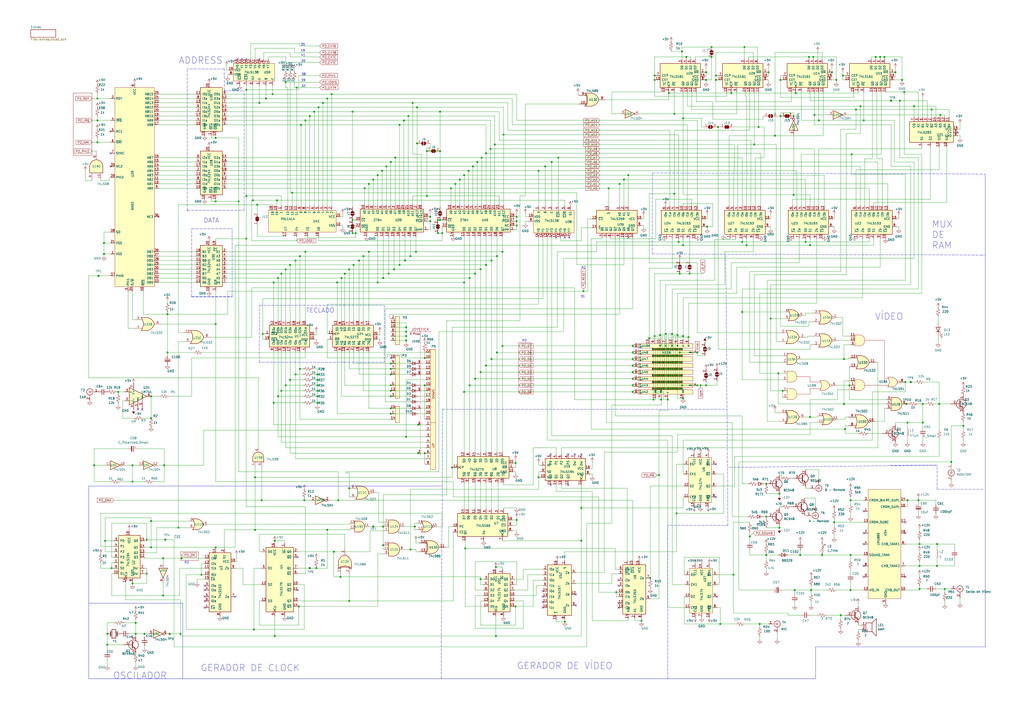
<source format=kicad_sch>
(kicad_sch (version 20230121) (generator eeschema)
  (paper "A2")
  (title_block (title "Microdigital - TK 2000") (date "2024-08-30") (rev "1") (company "Clemar Folly Jr. - https://www.x.com/clemarfolly - https://www.facebook.com/clemarjr") (comment 1 "Recriado Por") (comment 2 "https://github.com/clemarfolly/Microdigital-TK2000") (comment 3 "Disponível em") (comment 4 "Esquema Parte do Projeto RecriaBR"))
  (lib_symbols
    (symbol "74xx:74LS86" (pin_names (offset 1.016))
      (property "Reference" "U" (at 0 1.27 0))
      (property "Value" "74LS86" (at 0 -1.27 0))
      (symbol "74LS86_1_0"
        (pin input line (at -7.62 2.54 0) (length 4.445) (name "~") (number "1"))
        (pin input line (at -7.62 -2.54 0) (length 4.445) (name "~") (number "2"))
        (pin output line (at 7.62 0 180) (length 3.81) (name "~") (number "3"))
      )
      (symbol "74LS86_2_0"
        (pin input line (at -7.62 2.54 0) (length 4.445) (name "~") (number "4"))
        (pin input line (at -7.62 -2.54 0) (length 4.445) (name "~") (number "5"))
        (pin output line (at 7.62 0 180) (length 3.81) (name "~") (number "6"))
      )
      (symbol "74LS86_3_0"
        (pin input line (at -7.62 -2.54 0) (length 4.445) (name "~") (number "10"))
        (pin output line (at 7.62 0 180) (length 3.81) (name "~") (number "8"))
        (pin input line (at -7.62 2.54 0) (length 4.445) (name "~") (number "9"))
      )
      (symbol "74LS86_4_0"
        (pin output line (at 7.62 0 180) (length 3.81) (name "~") (number "11"))
        (pin input line (at -7.62 2.54 0) (length 4.445) (name "~") (number "12"))
        (pin input line (at -7.62 -2.54 0) (length 4.445) (name "~") (number "13"))
      )
      (symbol "74LS86_5_0"
        (pin power_in line (at 0 12.7 270) (length 5.08) (name "VCC") (number "14"))
        (pin power_in line (at 0 -12.7 90) (length 5.08) (name "GND") (number "7"))
      )
    )
    (symbol "Amplifier_Operational:LM741" (pin_names (offset 0.127))
      (property "Reference" "U" (at 0 6.35 0))
      (property "Value" "LM741" (at 0 3.81 0))
      (symbol "LM741_1_1"
        (pin input line (at 0 -7.62 90) (length 5.08) (name "NULL") (number "1"))
        (pin input line (at -7.62 -2.54 0) (length 2.54) (name "-") (number "2"))
        (pin input line (at -7.62 2.54 0) (length 2.54) (name "+") (number "3"))
        (pin power_in line (at -2.54 -7.62 90) (length 3.81) (name "V-") (number "4"))
        (pin input line (at 2.54 -7.62 90) (length 6.35) (name "NULL") (number "5"))
        (pin output line (at 7.62 0 180) (length 2.54) (name "~") (number "6"))
        (pin power_in line (at -2.54 7.62 270) (length 3.81) (name "V+") (number "7"))
        (pin no_connect line (at 0 2.54 270) (length 2.54) hide (name "NC") (number "8"))
      )
    )
    (symbol "Connector:Conn_Coaxial" (pin_names (offset 1.016) hide)
      (property "Reference" "J" (at 0.254 3.048 0))
      (property "Value" "Conn_Coaxial" (at 2.921 0 90))
      (symbol "Conn_Coaxial_1_1"
        (pin passive line (at -5.08 0 0) (length 2.54) (name "In") (number "1"))
        (pin passive line (at 0 -5.08 90) (length 2.54) (name "Ext") (number "2"))
      )
    )
    (symbol "Connector:TestPoint_Small" (pin_numbers hide) (pin_names (offset 0.762) hide)
      (property "Reference" "TP" (at 0 3.81 0))
      (property "Value" "TestPoint_Small" (at 0 2.032 0))
      (symbol "TestPoint_Small_1_1"
        (pin passive line (at 0 0 90) (length 0) (name "1") (number "1"))
      )
    )
    (symbol "Device:C_Polarized_Small" (pin_numbers hide) (pin_names (offset 0.254) hide)
      (property "Reference" "C" (at 0.254 1.778 0))
      (property "Value" "C_Polarized_Small" (at 0.254 -2.032 0))
      (symbol "C_Polarized_Small_1_1"
        (pin passive line (at 0 2.54 270) (length 1.8542) (name "~") (number "1"))
        (pin passive line (at 0 -2.54 90) (length 1.8542) (name "~") (number "2"))
      )
    )
    (symbol "Device:C_Small" (pin_numbers hide) (pin_names (offset 0.254) hide)
      (property "Reference" "C" (at 0.254 1.778 0))
      (property "Value" "C_Small" (at 0.254 -2.032 0))
      (symbol "C_Small_1_1"
        (pin passive line (at 0 2.54 270) (length 2.032) (name "~") (number "1"))
        (pin passive line (at 0 -2.54 90) (length 2.032) (name "~") (number "2"))
      )
    )
    (symbol "Device:Crystal" (pin_numbers hide) (pin_names (offset 1.016) hide)
      (property "Reference" "Y" (at 0 3.81 0))
      (property "Value" "Crystal" (at 0 -3.81 0))
      (symbol "Crystal_1_1"
        (pin passive line (at -3.81 0 0) (length 1.27) (name "1") (number "1"))
        (pin passive line (at 3.81 0 180) (length 1.27) (name "2") (number "2"))
      )
    )
    (symbol "Device:D_Small" (pin_numbers hide) (pin_names (offset 0.254) hide)
      (property "Reference" "D" (at -1.27 2.032 0))
      (property "Value" "D_Small" (at -3.81 -2.032 0))
      (symbol "D_Small_1_1"
        (pin passive line (at -2.54 0 0) (length 1.778) (name "K") (number "1"))
        (pin passive line (at 2.54 0 180) (length 1.778) (name "A") (number "2"))
      )
    )
    (symbol "Device:LED" (pin_numbers hide) (pin_names (offset 1.016) hide)
      (property "Reference" "D" (at 0 2.54 0))
      (property "Value" "LED" (at 0 -2.54 0))
      (symbol "LED_1_1"
        (pin passive line (at -3.81 0 0) (length 2.54) (name "K") (number "1"))
        (pin passive line (at 3.81 0 180) (length 2.54) (name "A") (number "2"))
      )
    )
    (symbol "Device:L_Small" (pin_numbers hide) (pin_names (offset 0.254) hide)
      (property "Reference" "L" (at 0.762 1.016 0))
      (property "Value" "L_Small" (at 0.762 -1.016 0))
      (symbol "L_Small_1_1"
        (pin passive line (at 0 2.54 270) (length 0.508) (name "~") (number "1"))
        (pin passive line (at 0 -2.54 90) (length 0.508) (name "~") (number "2"))
      )
    )
    (symbol "Device:L_Trim" (pin_numbers hide) (pin_names (offset 1.016) hide)
      (property "Reference" "L" (at -1.905 0 90))
      (property "Value" "L_Trim" (at 3.175 0 90))
      (symbol "L_Trim_1_1"
        (pin passive line (at 0 3.81 270) (length 1.27) (name "1") (number "1"))
        (pin passive line (at 0 -3.81 90) (length 1.27) (name "2") (number "2"))
      )
    )
    (symbol "Device:Q_NPN_BEC" (pin_names (offset 0) hide)
      (property "Reference" "Q" (at 5.08 1.27 0))
      (property "Value" "Q_NPN_BEC" (at 5.08 -1.27 0))
      (symbol "Q_NPN_BEC_1_1"
        (pin input line (at -5.08 0 0) (length 5.715) (name "B") (number "1"))
        (pin passive line (at 2.54 -5.08 90) (length 2.54) (name "E") (number "2"))
        (pin passive line (at 2.54 5.08 270) (length 2.54) (name "C") (number "3"))
      )
    )
    (symbol "Device:R_Small_US" (pin_numbers hide) (pin_names (offset 0.254) hide)
      (property "Reference" "R" (at 0.762 0.508 0))
      (property "Value" "R_Small_US" (at 0.762 -1.016 0))
      (symbol "R_Small_US_1_1"
        (pin passive line (at 0 2.54 270) (length 1.016) (name "~") (number "1"))
        (pin passive line (at 0 -2.54 90) (length 1.016) (name "~") (number "2"))
      )
    )
    (symbol "Device:Speaker" (pin_names (offset 0) hide)
      (property "Reference" "LS" (at 1.27 5.715 0))
      (property "Value" "Speaker" (at 1.27 3.81 0))
      (symbol "Speaker_1_1"
        (pin input line (at -5.08 0 0) (length 2.54) (name "1") (number "1"))
        (pin input line (at -5.08 -2.54 0) (length 2.54) (name "2") (number "2"))
      )
    )
    (symbol "Jumper:SolderJumper_2_Bridged" (pin_names (offset 0) hide)
      (property "Reference" "JP" (at 0 2.032 0))
      (property "Value" "SolderJumper_2_Bridged" (at 0 -2.54 0))
      (symbol "SolderJumper_2_Bridged_1_1"
        (pin passive line (at -3.81 0 0) (length 2.54) (name "A") (number "1"))
        (pin passive line (at 3.81 0 180) (length 2.54) (name "B") (number "2"))
      )
    )
    (symbol "Jumper:SolderJumper_2_Open" (pin_names (offset 0) hide)
      (property "Reference" "JP" (at 0 2.032 0))
      (property "Value" "SolderJumper_2_Open" (at 0 -2.54 0))
      (symbol "SolderJumper_2_Open_1_1"
        (pin passive line (at -3.81 0 0) (length 2.54) (name "A") (number "1"))
        (pin passive line (at 3.81 0 180) (length 2.54) (name "B") (number "2"))
      )
    )
    (symbol "TK2000:27C128"
      (property "Reference" "U" (at -26.67 6.985 0))
      (property "Value" "27C128" (at -13.335 -22.225 0))
      (symbol "27C128_1_1"
        (pin input line (at 15.24 -5.715 180) (length 2.54) (name "VPP") (number "1"))
        (pin input line (at -21.59 8.89 270) (length 2.54) (name "A0") (number "10"))
        (pin tri_state line (at -13.97 -9.525 90) (length 2.54) (name "D0") (number "11"))
        (pin tri_state line (at -10.795 -9.525 90) (length 2.54) (name "D1") (number "12"))
        (pin tri_state line (at -7.62 -9.525 90) (length 2.54) (name "D2") (number "13"))
        (pin power_in line (at -20.32 -9.525 90) (length 2.54) (name "GND") (number "14"))
        (pin tri_state line (at -4.445 -9.525 90) (length 2.54) (name "D3") (number "15"))
        (pin tri_state line (at -1.27 -9.525 90) (length 2.54) (name "D4") (number "16"))
        (pin tri_state line (at 1.905 -9.525 90) (length 2.54) (name "D5") (number "17"))
        (pin tri_state line (at 5.08 -9.525 90) (length 2.54) (name "D6") (number "18"))
        (pin tri_state line (at 8.255 -9.525 90) (length 2.54) (name "D7") (number "19"))
        (pin input line (at 8.89 8.89 270) (length 2.54) (name "A12") (number "2"))
        (pin input line (at -26.67 0 0) (length 2.54) (name "~{CE}") (number "20"))
        (pin input line (at 3.81 8.89 270) (length 2.54) (name "A10") (number "21"))
        (pin input line (at -26.67 -3.81 0) (length 2.54) (name "~{OE}") (number "22"))
        (pin input line (at 6.35 8.89 270) (length 2.54) (name "A11") (number "23"))
        (pin input line (at 1.27 8.89 270) (length 2.54) (name "A9") (number "24"))
        (pin input line (at -1.27 8.89 270) (length 2.54) (name "A8") (number "25"))
        (pin input line (at 11.43 8.89 270) (length 2.54) (name "A13") (number "26"))
        (pin input line (at 15.24 -0.635 180) (length 2.54) (name "~{PGM}") (number "27"))
        (pin power_in line (at 15.24 1.905 180) (length 2.54) (name "VCC") (number "28"))
        (pin input line (at -3.81 8.89 270) (length 2.54) (name "A7") (number "3"))
        (pin input line (at -6.35 8.89 270) (length 2.54) (name "A6") (number "4"))
        (pin input line (at -8.89 8.89 270) (length 2.54) (name "A5") (number "5"))
        (pin input line (at -11.43 8.89 270) (length 2.54) (name "A4") (number "6"))
        (pin input line (at -13.97 8.89 270) (length 2.54) (name "A3") (number "7"))
        (pin input line (at -16.51 8.89 270) (length 2.54) (name "A2") (number "8"))
        (pin input line (at -19.05 8.89 270) (length 2.54) (name "A1") (number "9"))
      )
    )
    (symbol "TK2000:27C64"
      (property "Reference" "U" (at -26.67 6.985 0))
      (property "Value" "27C64" (at -13.335 -22.225 0))
      (symbol "27C64_1_1"
        (pin input line (at 15.24 -5.715 180) (length 2.54) (name "VPP") (number "1"))
        (pin input line (at -21.59 8.89 270) (length 2.54) (name "A0") (number "10"))
        (pin tri_state line (at -13.97 -9.525 90) (length 2.54) (name "D0") (number "11"))
        (pin tri_state line (at -10.795 -9.525 90) (length 2.54) (name "D1") (number "12"))
        (pin tri_state line (at -7.62 -9.525 90) (length 2.54) (name "D2") (number "13"))
        (pin power_in line (at -20.32 -9.525 90) (length 2.54) (name "GND") (number "14"))
        (pin tri_state line (at -4.445 -9.525 90) (length 2.54) (name "D3") (number "15"))
        (pin tri_state line (at -1.27 -9.525 90) (length 2.54) (name "D4") (number "16"))
        (pin tri_state line (at 1.905 -9.525 90) (length 2.54) (name "D5") (number "17"))
        (pin tri_state line (at 5.08 -9.525 90) (length 2.54) (name "D6") (number "18"))
        (pin tri_state line (at 8.255 -9.525 90) (length 2.54) (name "D7") (number "19"))
        (pin input line (at 8.89 8.89 270) (length 2.54) (name "A12") (number "2"))
        (pin input line (at -26.67 0 0) (length 2.54) (name "~{CE}") (number "20"))
        (pin input line (at 3.81 8.89 270) (length 2.54) (name "A10") (number "21"))
        (pin input line (at -26.67 -3.81 0) (length 2.54) (name "~{OE}") (number "22"))
        (pin input line (at 6.35 8.89 270) (length 2.54) (name "A11") (number "23"))
        (pin input line (at 1.27 8.89 270) (length 2.54) (name "A9") (number "24"))
        (pin input line (at -1.27 8.89 270) (length 2.54) (name "A8") (number "25"))
        (pin input line (at 15.24 -3.175 180) (length 2.54) (name "NC") (number "26"))
        (pin input line (at 15.24 -0.635 180) (length 2.54) (name "~{PGM}") (number "27"))
        (pin power_in line (at 15.24 1.905 180) (length 2.54) (name "VCC") (number "28"))
        (pin input line (at -3.81 8.89 270) (length 2.54) (name "A7") (number "3"))
        (pin input line (at -6.35 8.89 270) (length 2.54) (name "A6") (number "4"))
        (pin input line (at -8.89 8.89 270) (length 2.54) (name "A5") (number "5"))
        (pin input line (at -11.43 8.89 270) (length 2.54) (name "A4") (number "6"))
        (pin input line (at -13.97 8.89 270) (length 2.54) (name "A3") (number "7"))
        (pin input line (at -16.51 8.89 270) (length 2.54) (name "A2") (number "8"))
        (pin input line (at -19.05 8.89 270) (length 2.54) (name "A1") (number "9"))
      )
    )
    (symbol "TK2000:4116_U42"
      (property "Reference" "U" (at -5.715 6.35 0))
      (property "Value" "4116_U42" (at -5.715 3.175 0))
      (symbol "4116_U42_1_0"
        (pin passive line (at 15.24 8.255 270) (length 0.635) (name "") (number "1"))
        (pin passive line (at 6.35 8.255 270) (length 0.635) (name "") (number "10"))
        (pin passive line (at 11.43 8.255 270) (length 0.635) (name "") (number "11"))
        (pin passive line (at 8.89 8.255 270) (length 0.635) (name "") (number "12"))
        (pin passive line (at 3.81 8.255 270) (length 0.635) (name "") (number "13"))
        (pin passive line (at -11.43 5.715 0) (length 2.54) (name "DO") (number "14"))
        (pin passive line (at 0 8.255 270) (length 0.635) (name "") (number "15"))
        (pin passive line (at 1.27 2.54 90) (length 2.54) (name "~{CAS}") (number "15"))
        (pin passive line (at 13.97 8.255 270) (length 0.635) (name "") (number "16"))
        (pin passive line (at 17.145 2.54 90) (length 2.54) (name "GND") (number "16"))
        (pin passive line (at -11.43 6.985 0) (length 2.54) (name "DI") (number "2"))
        (pin passive line (at 2.54 8.255 270) (length 0.635) (name "") (number "3"))
        (pin passive line (at 8.255 2.54 90) (length 2.54) (name "~{w}") (number "3"))
        (pin passive line (at 1.27 8.255 270) (length 0.635) (name "") (number "4"))
        (pin passive line (at 4.445 2.54 90) (length 2.54) (name "~{RAS}") (number "4"))
        (pin passive line (at 10.16 8.255 270) (length 0.635) (name "") (number "5"))
        (pin passive line (at 12.7 8.255 270) (length 0.635) (name "") (number "6"))
        (pin passive line (at 7.62 8.255 270) (length 0.635) (name "") (number "7"))
        (pin passive line (at 16.51 8.255 270) (length 0.635) (name "") (number "8"))
        (pin passive line (at 5.08 8.255 270) (length 0.635) (name "") (number "9"))
      )
    )
    (symbol "TK2000:4116_U43"
      (property "Reference" "U" (at -5.715 1.905 0))
      (property "Value" "4116_U43" (at 0 -10.795 0))
      (symbol "4116_U43_1_0"
        (pin passive line (at 15.24 0 90) (length 0.635) (name "") (number "1"))
        (pin passive line (at 15.24 3.81 270) (length 0.635) (name "") (number "1"))
        (pin passive line (at 6.35 0 90) (length 0.635) (name "") (number "10"))
        (pin passive line (at 6.35 3.81 270) (length 0.635) (name "") (number "10"))
        (pin passive line (at 11.43 0 90) (length 0.635) (name "") (number "11"))
        (pin passive line (at 11.43 3.81 270) (length 0.635) (name "") (number "11"))
        (pin passive line (at 8.89 0 90) (length 0.635) (name "") (number "12"))
        (pin passive line (at 8.89 3.81 270) (length 0.635) (name "") (number "12"))
        (pin passive line (at 3.81 0 90) (length 0.635) (name "") (number "13"))
        (pin passive line (at 3.81 3.81 270) (length 0.635) (name "") (number "13"))
        (pin passive line (at -11.43 1.27 0) (length 2.54) (name "DO") (number "14"))
        (pin passive line (at 0 0 90) (length 0.635) (name "") (number "15"))
        (pin passive line (at 0 3.81 270) (length 0.635) (name "") (number "15"))
        (pin passive line (at 13.97 0 90) (length 0.635) (name "") (number "16"))
        (pin passive line (at 13.97 3.81 270) (length 0.635) (name "") (number "16"))
        (pin passive line (at -11.43 2.54 0) (length 2.54) (name "DI") (number "2"))
        (pin passive line (at 2.54 0 90) (length 0.635) (name "") (number "3"))
        (pin passive line (at 2.54 3.81 270) (length 0.635) (name "") (number "3"))
        (pin passive line (at 1.27 0 90) (length 0.635) (name "") (number "4"))
        (pin passive line (at 1.27 3.81 270) (length 0.635) (name "") (number "4"))
        (pin passive line (at 10.16 0 90) (length 0.635) (name "") (number "5"))
        (pin passive line (at 10.16 3.81 270) (length 0.635) (name "") (number "5"))
        (pin passive line (at 12.7 0 90) (length 0.635) (name "") (number "6"))
        (pin passive line (at 12.7 3.81 270) (length 0.635) (name "") (number "6"))
        (pin passive line (at 7.62 0 90) (length 0.635) (name "") (number "7"))
        (pin passive line (at 7.62 3.81 270) (length 0.635) (name "") (number "7"))
        (pin passive line (at 16.51 0 90) (length 0.635) (name "") (number "8"))
        (pin passive line (at 16.51 3.81 270) (length 0.635) (name "") (number "8"))
        (pin passive line (at 25.4 1.905 180) (length 2.54) (name "VDD") (number "8"))
        (pin passive line (at 5.08 0 90) (length 0.635) (name "") (number "9"))
        (pin passive line (at 5.08 3.81 270) (length 0.635) (name "") (number "9"))
      )
    )
    (symbol "TK2000:4116_U47"
      (property "Reference" "U" (at -5.715 1.905 0))
      (property "Value" "4116_U47" (at 0 -10.795 0))
      (symbol "4116_U47_1_0"
        (pin passive line (at 15.24 0 90) (length 0.635) (name "") (number "1"))
        (pin passive line (at 15.24 3.81 270) (length 0.635) (name "") (number "1"))
        (pin passive line (at 6.35 0 90) (length 0.635) (name "") (number "10"))
        (pin passive line (at 6.35 3.81 270) (length 0.635) (name "") (number "10"))
        (pin passive line (at 11.43 0 90) (length 0.635) (name "") (number "11"))
        (pin passive line (at 11.43 3.81 270) (length 0.635) (name "") (number "11"))
        (pin passive line (at 8.89 0 90) (length 0.635) (name "") (number "12"))
        (pin passive line (at 8.89 3.81 270) (length 0.635) (name "") (number "12"))
        (pin passive line (at 3.81 0 90) (length 0.635) (name "") (number "13"))
        (pin passive line (at 3.81 3.81 270) (length 0.635) (name "") (number "13"))
        (pin passive line (at -11.43 1.27 0) (length 2.54) (name "DO") (number "14"))
        (pin passive line (at 0 0 90) (length 0.635) (name "") (number "15"))
        (pin passive line (at 0 3.81 270) (length 0.635) (name "") (number "15"))
        (pin passive line (at 13.97 0 90) (length 0.635) (name "") (number "16"))
        (pin passive line (at 13.97 3.81 270) (length 0.635) (name "") (number "16"))
        (pin passive line (at -11.43 2.54 0) (length 2.54) (name "DI") (number "2"))
        (pin passive line (at 2.54 0 90) (length 0.635) (name "") (number "3"))
        (pin passive line (at 2.54 3.81 270) (length 0.635) (name "") (number "3"))
        (pin passive line (at 1.27 0 90) (length 0.635) (name "") (number "4"))
        (pin passive line (at 1.27 3.81 270) (length 0.635) (name "") (number "4"))
        (pin passive line (at 10.16 0 90) (length 0.635) (name "") (number "5"))
        (pin passive line (at 10.16 3.81 270) (length 0.635) (name "") (number "5"))
        (pin passive line (at 12.7 0 90) (length 0.635) (name "") (number "6"))
        (pin passive line (at 12.7 3.81 270) (length 0.635) (name "") (number "6"))
        (pin passive line (at 7.62 0 90) (length 0.635) (name "") (number "7"))
        (pin passive line (at 7.62 3.81 270) (length 0.635) (name "") (number "7"))
        (pin passive line (at 16.51 0 90) (length 0.635) (name "") (number "8"))
        (pin passive line (at 16.51 3.81 270) (length 0.635) (name "") (number "8"))
        (pin passive line (at 5.08 0 90) (length 0.635) (name "") (number "9"))
        (pin passive line (at 5.08 3.81 270) (length 0.635) (name "") (number "9"))
      )
    )
    (symbol "TK2000:4116_U48"
      (property "Reference" "U" (at -5.715 1.905 0))
      (property "Value" "4116_U48" (at 0 -10.795 0))
      (symbol "4116_U48_1_0"
        (pin passive line (at 15.24 0 90) (length 0.635) (name "") (number "1"))
        (pin passive line (at 15.24 3.81 270) (length 0.635) (name "") (number "1"))
        (pin passive line (at 25.4 1.905 180) (length 2.54) (name "VBB") (number "1"))
        (pin passive line (at 6.35 0 90) (length 0.635) (name "") (number "10"))
        (pin passive line (at 6.35 3.81 270) (length 0.635) (name "") (number "10"))
        (pin passive line (at 11.43 0 90) (length 0.635) (name "") (number "11"))
        (pin passive line (at 11.43 3.81 270) (length 0.635) (name "") (number "11"))
        (pin passive line (at 8.89 0 90) (length 0.635) (name "") (number "12"))
        (pin passive line (at 8.89 3.81 270) (length 0.635) (name "") (number "12"))
        (pin passive line (at 3.81 0 90) (length 0.635) (name "") (number "13"))
        (pin passive line (at 3.81 3.81 270) (length 0.635) (name "") (number "13"))
        (pin passive line (at -11.43 1.27 0) (length 2.54) (name "DO") (number "14"))
        (pin passive line (at 0 0 90) (length 0.635) (name "") (number "15"))
        (pin passive line (at 0 3.81 270) (length 0.635) (name "") (number "15"))
        (pin passive line (at 13.97 0 90) (length 0.635) (name "") (number "16"))
        (pin passive line (at 13.97 3.81 270) (length 0.635) (name "") (number "16"))
        (pin passive line (at -11.43 2.54 0) (length 2.54) (name "DI") (number "2"))
        (pin passive line (at 2.54 0 90) (length 0.635) (name "") (number "3"))
        (pin passive line (at 2.54 3.81 270) (length 0.635) (name "") (number "3"))
        (pin passive line (at 1.27 0 90) (length 0.635) (name "") (number "4"))
        (pin passive line (at 1.27 3.81 270) (length 0.635) (name "") (number "4"))
        (pin passive line (at 10.16 0 90) (length 0.635) (name "") (number "5"))
        (pin passive line (at 10.16 3.81 270) (length 0.635) (name "") (number "5"))
        (pin passive line (at 12.7 0 90) (length 0.635) (name "") (number "6"))
        (pin passive line (at 12.7 3.81 270) (length 0.635) (name "") (number "6"))
        (pin passive line (at 7.62 0 90) (length 0.635) (name "") (number "7"))
        (pin passive line (at 7.62 3.81 270) (length 0.635) (name "") (number "7"))
        (pin passive line (at 16.51 0 90) (length 0.635) (name "") (number "8"))
        (pin passive line (at 16.51 3.81 270) (length 0.635) (name "") (number "8"))
        (pin passive line (at 5.08 0 90) (length 0.635) (name "") (number "9"))
        (pin passive line (at 5.08 3.81 270) (length 0.635) (name "") (number "9"))
      )
    )
    (symbol "TK2000:4116_U49"
      (property "Reference" "U" (at 12.7 8.255 0))
      (property "Value" "4116_U49" (at 0 -10.795 0))
      (symbol "4116_U49_1_0"
        (pin passive line (at 15.24 0 90) (length 0.635) (name "") (number "1"))
        (pin passive line (at 6.35 0 90) (length 0.635) (name "") (number "10"))
        (pin passive line (at 3.81 5.715 270) (length 2.54) (name "A5") (number "10"))
        (pin passive line (at 11.43 0 90) (length 0.635) (name "") (number "11"))
        (pin passive line (at 17.145 5.715 270) (length 2.54) (name "A4") (number "11"))
        (pin passive line (at 8.89 0 90) (length 0.635) (name "") (number "12"))
        (pin passive line (at 10.795 5.715 270) (length 2.54) (name "A3") (number "12"))
        (pin passive line (at 3.81 0 90) (length 0.635) (name "") (number "13"))
        (pin passive line (at -2.54 5.715 270) (length 2.54) (name "A6") (number "13"))
        (pin passive line (at -11.43 1.27 0) (length 2.54) (name "DO") (number "14"))
        (pin passive line (at 0 0 90) (length 0.635) (name "") (number "15"))
        (pin passive line (at 13.97 0 90) (length 0.635) (name "") (number "16"))
        (pin passive line (at -11.43 2.54 0) (length 2.54) (name "DI") (number "2"))
        (pin passive line (at 2.54 0 90) (length 0.635) (name "") (number "3"))
        (pin passive line (at 1.27 0 90) (length 0.635) (name "") (number "4"))
        (pin passive line (at 10.16 0 90) (length 0.635) (name "") (number "5"))
        (pin passive line (at 13.97 5.715 270) (length 2.54) (name "A0") (number "5"))
        (pin passive line (at 12.7 0 90) (length 0.635) (name "") (number "6"))
        (pin passive line (at 20.32 5.715 270) (length 2.54) (name "A2") (number "6"))
        (pin passive line (at 7.62 0 90) (length 0.635) (name "") (number "7"))
        (pin passive line (at 6.985 5.715 270) (length 2.54) (name "A1") (number "7"))
        (pin passive line (at 16.51 0 90) (length 0.635) (name "") (number "8"))
        (pin passive line (at 0.635 5.715 270) (length 2.54) (name "") (number "9"))
        (pin passive line (at 5.08 0 90) (length 0.635) (name "") (number "9"))
      )
    )
    (symbol "TK2000:6502"
      (property "Reference" "U" (at 0 16.51 0))
      (property "Value" "6502" (at 0 -27.94 0))
      (symbol "6502_1_1"
        (pin power_in line (at -7.62 -83.82 0) (length 2.54) (name "VSS") (number "1"))
        (pin output line (at 20.32 -43.18 180) (length 2.54) (name "AB1") (number "10"))
        (pin output line (at 20.32 -40.64 180) (length 2.54) (name "AB2") (number "11"))
        (pin output line (at 20.32 -38.1 180) (length 2.54) (name "AB3") (number "12"))
        (pin output line (at 20.32 -35.56 180) (length 2.54) (name "AB4") (number "13"))
        (pin output line (at 20.32 -33.02 180) (length 2.54) (name "AB5") (number "14"))
        (pin output line (at 20.32 -30.48 180) (length 2.54) (name "AB6") (number "15"))
        (pin output line (at 20.32 -27.94 180) (length 2.54) (name "AB7") (number "16"))
        (pin output line (at 20.32 -8.89 180) (length 2.54) (name "AB8") (number "17"))
        (pin output line (at 20.32 -6.35 180) (length 2.54) (name "AB9") (number "18"))
        (pin output line (at 20.32 -3.81 180) (length 2.54) (name "AB10") (number "19"))
        (pin input line (at -7.62 6.35 0) (length 2.54) (name "RDY") (number "2"))
        (pin output line (at 20.32 -1.27 180) (length 2.54) (name "AB11") (number "20"))
        (pin power_in line (at -7.62 -77.47 0) (length 2.54) (name "VSS") (number "21"))
        (pin output line (at 20.32 1.27 180) (length 2.54) (name "AB12") (number "22"))
        (pin output line (at 20.32 3.81 180) (length 2.54) (name "AB13") (number "23"))
        (pin output line (at 20.32 6.35 180) (length 2.54) (name "AB14") (number "24"))
        (pin output line (at 20.32 8.89 180) (length 2.54) (name "AB15") (number "25"))
        (pin bidirectional line (at 20.32 -82.55 180) (length 2.54) (name "DB7") (number "26"))
        (pin bidirectional line (at 20.32 -85.09 180) (length 2.54) (name "DB6") (number "27"))
        (pin bidirectional line (at 20.32 -87.63 180) (length 2.54) (name "DB5") (number "28"))
        (pin bidirectional line (at 20.32 -90.17 180) (length 2.54) (name "DB4") (number "29"))
        (pin output line (at 2.54 -105.41 90) (length 2.54) (name "PHI1") (number "3"))
        (pin bidirectional line (at 20.32 -92.71 180) (length 2.54) (name "DB3") (number "30"))
        (pin bidirectional line (at 20.32 -95.25 180) (length 2.54) (name "DB2") (number "31"))
        (pin bidirectional line (at 20.32 -97.79 180) (length 2.54) (name "DB1") (number "32"))
        (pin bidirectional line (at 20.32 -100.33 180) (length 2.54) (name "DB0") (number "33"))
        (pin output line (at 5.08 -105.41 90) (length 2.54) (name "R/~{W}") (number "34"))
        (pin no_connect line (at -7.62 -33.02 0) (length 2.54) (name "NC2") (number "35"))
        (pin no_connect line (at 20.32 -62.23 180) (length 2.54) (name "NC3") (number "36"))
        (pin input line (at -7.62 -96.52 0) (length 2.54) (name "PHI0") (number "37"))
        (pin passive line (at -7.62 -71.12 0) (length 2.54) (name "SO") (number "38"))
        (pin output line (at -7.62 -39.37 0) (length 2.54) (name "PHI2") (number "39"))
        (pin input line (at -7.62 -6.35 0) (length 2.54) (name "~{IRQ}") (number "4"))
        (pin input line (at 11.43 -105.41 90) (length 2.54) (name "~{RES}") (number "40"))
        (pin no_connect line (at -7.62 -12.7 0) (length 2.54) (name "NC1") (number "5"))
        (pin input line (at -7.62 -19.05 0) (length 2.54) (name "~{NMI}") (number "6"))
        (pin output line (at -7.62 -25.4 0) (length 2.54) (name "SYNC") (number "7"))
        (pin power_in line (at 6.35 15.24 270) (length 2.54) (name "VCC") (number "8"))
        (pin output line (at 20.32 -45.72 180) (length 2.54) (name "AB0") (number "9"))
      )
    )
    (symbol "TK2000:74LS02_U11" (pin_names (offset 1.016))
      (property "Reference" "U" (at -0.635 1.27 0))
      (property "Value" "74LS02_U11" (at 0 -1.27 0))
      (symbol "74LS02_U11_1_1"
        (pin output inverted (at 7.62 0 180) (length 3.81) (name "~") (number "1"))
        (pin input line (at -7.62 2.54 0) (length 4.318) (name "~") (number "2"))
        (pin input line (at -7.62 -2.54 0) (length 4.318) (name "~") (number "3"))
      )
      (symbol "74LS02_U11_1_2"
        (pin output line (at 7.62 0 180) (length 3.81) (name "~") (number "1"))
        (pin input inverted (at -7.62 2.54 0) (length 3.81) (name "~") (number "2"))
        (pin input inverted (at -7.62 -2.54 0) (length 3.81) (name "~") (number "3"))
      )
      (symbol "74LS02_U11_2_1"
        (pin output inverted (at 5.08 0 180) (length 2.54) (name "~") (number "4"))
        (pin input line (at -5.715 1.905 0) (length 2.54) (name "~") (number "5"))
        (pin input line (at -5.715 -1.905 0) (length 2.54) (name "~") (number "6"))
      )
      (symbol "74LS02_U11_2_2"
        (pin output line (at 7.62 0 180) (length 3.81) (name "~") (number "4"))
        (pin input inverted (at -7.62 2.54 0) (length 3.81) (name "~") (number "5"))
        (pin input inverted (at -7.62 -2.54 0) (length 3.81) (name "~") (number "6"))
      )
      (symbol "74LS02_U11_3_1"
        (pin output inverted (at 7.62 0 180) (length 3.81) (name "~") (number "10"))
        (pin input line (at -7.62 2.54 0) (length 4.318) (name "~") (number "8"))
        (pin input line (at -7.62 -2.54 0) (length 4.318) (name "~") (number "9"))
      )
      (symbol "74LS02_U11_3_2"
        (pin output line (at 7.62 0 180) (length 3.81) (name "~") (number "10"))
        (pin input inverted (at -7.62 2.54 0) (length 3.81) (name "~") (number "8"))
        (pin input inverted (at -7.62 -2.54 0) (length 3.81) (name "~") (number "9"))
      )
      (symbol "74LS02_U11_4_1"
        (pin input line (at -5.715 1.905 0) (length 2.54) (name "~") (number "11"))
        (pin input line (at -5.715 -1.905 0) (length 2.54) (name "~") (number "12"))
        (pin output inverted (at 5.08 0 180) (length 2.54) (name "~") (number "13"))
      )
      (symbol "74LS02_U11_4_2"
        (pin input inverted (at -7.62 2.54 0) (length 3.81) (name "~") (number "11"))
        (pin input inverted (at -7.62 -2.54 0) (length 3.81) (name "~") (number "12"))
        (pin output line (at 7.62 0 180) (length 3.81) (name "~") (number "13"))
      )
      (symbol "74LS02_U11_5_0"
        (pin power_in line (at 0 7.62 270) (length 2.54) (name "VCC") (number "14"))
        (pin power_in line (at 0 -8.255 90) (length 2.54) (name "GND") (number "7"))
      )
    )
    (symbol "TK2000:74LS04_U5"
      (property "Reference" "U" (at 0 1.27 0))
      (property "Value" "74LS04_U5" (at 0 -1.27 0))
      (symbol "74LS04_U5_1_0"
        (pin input line (at -6.35 0 0) (length 2.54) (name "~") (number "1"))
        (pin output inverted (at 4.445 0 180) (length 2.54) (name "~") (number "2"))
      )
      (symbol "74LS04_U5_2_0"
        (pin input line (at -6.35 0 0) (length 2.54) (name "~") (number "3"))
        (pin output inverted (at 4.445 0 180) (length 2.54) (name "~") (number "4"))
      )
      (symbol "74LS04_U5_3_0"
        (pin input line (at -6.35 0 0) (length 2.54) (name "~") (number "5"))
        (pin output inverted (at 4.445 0 180) (length 2.54) (name "~") (number "6"))
      )
      (symbol "74LS04_U5_4_0"
        (pin output inverted (at 4.445 0 180) (length 2.54) (name "~") (number "8"))
        (pin input line (at -6.35 0 0) (length 2.54) (name "~") (number "9"))
      )
      (symbol "74LS04_U5_5_0"
        (pin output inverted (at 4.445 0 180) (length 2.54) (name "~") (number "10"))
        (pin input line (at -6.35 0 0) (length 2.54) (name "~") (number "11"))
      )
      (symbol "74LS04_U5_6_0"
        (pin output inverted (at 4.445 0 180) (length 2.54) (name "~") (number "12"))
        (pin input line (at -6.35 0 0) (length 2.54) (name "~") (number "13"))
      )
      (symbol "74LS04_U5_7_0"
        (pin power_in line (at 0 8.255 270) (length 2.54) (name "VCC") (number "14"))
        (pin power_in line (at 0 -7.62 90) (length 2.54) (name "GND") (number "7"))
      )
    )
    (symbol "TK2000:74LS08_U19" (pin_names (offset 1.016))
      (property "Reference" "U" (at 0 1.27 0))
      (property "Value" "74LS08_U19" (at 0.635 -5.08 0))
      (symbol "74LS08_U19_1_1"
        (pin input line (at -6.35 1.905 0) (length 2.54) (name "~") (number "1"))
        (pin input line (at -6.35 -1.905 0) (length 2.54) (name "~") (number "2"))
        (pin output line (at 4.445 0 180) (length 2.54) (name "~") (number "3"))
      )
      (symbol "74LS08_U19_1_2"
        (pin input inverted (at -7.62 2.54 0) (length 4.318) (name "~") (number "1"))
        (pin input inverted (at -7.62 -2.54 0) (length 4.318) (name "~") (number "2"))
        (pin output inverted (at 7.62 0 180) (length 3.81) (name "~") (number "3"))
      )
      (symbol "74LS08_U19_2_1"
        (pin input line (at -5.08 1.905 0) (length 2.54) (name "~") (number "4"))
        (pin input line (at -5.08 -1.905 0) (length 2.54) (name "~") (number "5"))
        (pin output line (at 5.715 0 180) (length 2.54) (name "~") (number "6"))
      )
      (symbol "74LS08_U19_2_2"
        (pin input inverted (at -7.62 2.54 0) (length 4.318) (name "~") (number "4"))
        (pin input inverted (at -7.62 -2.54 0) (length 4.318) (name "~") (number "5"))
        (pin output inverted (at 7.62 0 180) (length 3.81) (name "~") (number "6"))
      )
      (symbol "74LS08_U19_3_1"
        (pin input line (at -7.62 -2.54 0) (length 3.81) (name "~") (number "10"))
        (pin output line (at 7.62 0 180) (length 3.81) (name "~") (number "8"))
        (pin input line (at -7.62 2.54 0) (length 3.81) (name "~") (number "9"))
      )
      (symbol "74LS08_U19_3_2"
        (pin input inverted (at -7.62 -2.54 0) (length 4.318) (name "~") (number "10"))
        (pin output inverted (at 7.62 0 180) (length 3.81) (name "~") (number "8"))
        (pin input inverted (at -7.62 2.54 0) (length 4.318) (name "~") (number "9"))
      )
      (symbol "74LS08_U19_4_1"
        (pin output line (at 4.445 0 180) (length 2.54) (name "~") (number "11"))
        (pin input line (at -6.35 1.27 0) (length 2.54) (name "~") (number "12"))
        (pin input line (at -6.35 -1.905 0) (length 2.54) (name "~") (number "13"))
      )
      (symbol "74LS08_U19_4_2"
        (pin output inverted (at 7.62 0 180) (length 3.81) (name "~") (number "11"))
        (pin input inverted (at -7.62 2.54 0) (length 4.318) (name "~") (number "12"))
        (pin input inverted (at -7.62 -2.54 0) (length 4.318) (name "~") (number "13"))
      )
      (symbol "74LS08_U19_5_0"
        (pin power_in line (at 0 12.7 270) (length 5.08) (name "VCC") (number "14"))
        (pin power_in line (at 0 -12.7 90) (length 5.08) (name "GND") (number "7"))
      )
    )
    (symbol "TK2000:74LS11_U12" (pin_names (offset 1.016))
      (property "Reference" "U" (at 1.905 3.175 0))
      (property "Value" "74LS11_U12" (at -9.525 -3.175 0))
      (symbol "74LS11_U12_1_1"
        (pin input line (at -6.35 2.54 0) (length 2.54) (name "~") (number "1"))
        (pin output line (at 5.08 0 180) (length 2.54) (name "~") (number "12"))
        (pin input line (at -6.35 0 0) (length 2.54) (name "~") (number "13"))
        (pin input line (at -6.35 -2.54 0) (length 2.54) (name "~") (number "2"))
      )
      (symbol "74LS11_U12_1_2"
        (pin input inverted (at -7.62 2.54 0) (length 4.318) (name "~") (number "1"))
        (pin output inverted (at 7.62 0 180) (length 3.81) (name "~") (number "12"))
        (pin input inverted (at -7.62 -2.54 0) (length 4.318) (name "~") (number "13"))
        (pin input inverted (at -7.62 0 0) (length 4.953) (name "~") (number "2"))
      )
      (symbol "74LS11_U12_2_1"
        (pin input line (at -6.35 2.54 0) (length 2.54) (name "~") (number "3"))
        (pin input line (at -6.35 0 0) (length 2.54) (name "~") (number "4"))
        (pin input line (at -6.35 -2.54 0) (length 2.54) (name "~") (number "5"))
        (pin output line (at 5.08 0 180) (length 2.54) (name "~") (number "6"))
      )
      (symbol "74LS11_U12_2_2"
        (pin input inverted (at -7.62 2.54 0) (length 4.318) (name "~") (number "3"))
        (pin input inverted (at -7.62 0 0) (length 4.953) (name "~") (number "4"))
        (pin input inverted (at -7.62 -2.54 0) (length 4.318) (name "~") (number "5"))
        (pin output inverted (at 7.62 0 180) (length 3.81) (name "~") (number "6"))
      )
      (symbol "74LS11_U12_3_1"
        (pin input line (at -6.35 2.54 0) (length 2.54) (name "~") (number "10"))
        (pin input line (at -6.35 0 0) (length 2.54) (name "~") (number "11"))
        (pin output line (at 5.08 0 180) (length 2.54) (name "~") (number "8"))
        (pin input line (at -6.35 -2.54 0) (length 2.54) (name "~") (number "9"))
      )
      (symbol "74LS11_U12_3_2"
        (pin input inverted (at -7.62 0 0) (length 4.953) (name "~") (number "10"))
        (pin input inverted (at -7.62 -2.54 0) (length 4.318) (name "~") (number "11"))
        (pin output inverted (at 7.62 0 180) (length 3.81) (name "~") (number "8"))
        (pin input inverted (at -7.62 2.54 0) (length 4.318) (name "~") (number "9"))
      )
      (symbol "74LS11_U12_4_0"
        (pin power_in line (at 0 7.62 270) (length 2.54) (name "VCC") (number "14"))
        (pin power_in line (at 0 -8.255 90) (length 2.54) (name "GND") (number "7"))
      )
    )
    (symbol "TK2000:74LS138_U38"
      (property "Reference" "U" (at 0.508 -8.382 0))
      (property "Value" "74LS138_U38" (at 0 -16.51 0))
      (symbol "74LS138_U38_1_1"
        (pin passive line (at -9.652 11.176 270) (length 2.54) (name "A") (number "1"))
        (pin passive inverted (at 3.048 -7.239 90) (length 2.54) (name "Y5") (number "10"))
        (pin passive inverted (at 0.508 -7.239 90) (length 2.54) (name "Y4") (number "11"))
        (pin passive inverted (at -2.032 -7.239 90) (length 2.54) (name "Y3") (number "12"))
        (pin passive inverted (at -4.572 -7.239 90) (length 2.54) (name "Y2") (number "13"))
        (pin passive inverted (at -7.112 -7.239 90) (length 2.54) (name "Y1") (number "14"))
        (pin passive inverted (at -9.652 -7.239 90) (length 2.54) (name "Y0") (number "15"))
        (pin power_in line (at -15.367 4.826 0) (length 2.54) (name "VDD") (number "16"))
        (pin passive line (at -5.842 11.176 270) (length 2.54) (name "B") (number "2"))
        (pin passive line (at -2.032 11.176 270) (length 2.54) (name "C") (number "3"))
        (pin passive line (at 1.778 11.176 270) (length 2.54) (name "~{G2A}") (number "4"))
        (pin passive line (at 5.588 11.176 270) (length 2.54) (name "~{G2B}") (number "5"))
        (pin passive line (at 8.763 11.176 270) (length 2.54) (name "G1") (number "6"))
        (pin passive inverted (at 8.128 -7.239 90) (length 2.54) (name "Y7") (number "7"))
        (pin power_in line (at -15.367 2.286 0) (length 2.54) (name "VSS") (number "8"))
        (pin passive inverted (at 5.588 -7.239 90) (length 2.54) (name "Y6") (number "9"))
      )
    )
    (symbol "TK2000:74LS138_U50"
      (property "Reference" "U" (at 0 10.16 0))
      (property "Value" "74LS138_U50" (at 0 -16.51 0))
      (symbol "74LS138_U50_1_1"
        (pin passive line (at 2.54 -6.35 90) (length 2.54) (name "A") (number "1"))
        (pin passive inverted (at 2.54 8.89 270) (length 2.54) (name "Y5") (number "10"))
        (pin passive inverted (at 0 8.89 270) (length 2.54) (name "Y4") (number "11"))
        (pin passive inverted (at -2.54 8.89 270) (length 2.54) (name "Y3") (number "12"))
        (pin passive inverted (at -5.08 8.89 270) (length 2.54) (name "Y2") (number "13"))
        (pin passive inverted (at -7.62 8.89 270) (length 2.54) (name "Y1") (number "14"))
        (pin passive inverted (at -10.16 8.89 270) (length 2.54) (name "Y0") (number "15"))
        (pin power_in line (at -15.24 2.54 0) (length 2.54) (name "VDD") (number "16"))
        (pin passive line (at 6.35 -6.35 90) (length 2.54) (name "B") (number "2"))
        (pin passive line (at 10.16 -6.35 90) (length 2.54) (name "C") (number "3"))
        (pin passive line (at -5.08 -6.35 90) (length 2.54) (name "~{G2A}") (number "4"))
        (pin passive line (at -8.89 -6.35 90) (length 2.54) (name "~{G2B}") (number "5"))
        (pin passive line (at -1.27 -6.35 90) (length 2.54) (name "G1") (number "6"))
        (pin passive inverted (at 7.62 8.89 270) (length 2.54) (name "Y7") (number "7"))
        (pin power_in line (at -15.24 0 0) (length 2.54) (name "VSS") (number "8"))
        (pin passive inverted (at 5.08 8.89 270) (length 2.54) (name "Y6") (number "9"))
      )
    )
    (symbol "TK2000:74LS153_U23" (pin_names (offset 1.016))
      (property "Reference" "U" (at -19.05 11.43 0))
      (property "Value" "74LS153_U23" (at -7.62 -24.13 0))
      (symbol "74LS153_U23_1_0"
        (pin input line (at -15.24 -6.35 90) (length 2.54) (name "~{Ea}") (number "1"))
        (pin input line (at -5.715 12.7 270) (length 2.54) (name "I0b") (number "10"))
        (pin input line (at -3.175 12.7 270) (length 2.54) (name "I1b") (number "11"))
        (pin input line (at -0.635 12.7 270) (length 2.54) (name "I2b") (number "12"))
        (pin input line (at 2.54 12.7 270) (length 2.54) (name "I3b") (number "13"))
        (pin input line (at -8.255 -6.35 90) (length 2.54) (name "S0") (number "14"))
        (pin input line (at 1.27 -6.35 90) (length 2.54) (name "~{Eb}") (number "15"))
        (pin power_in line (at 7.62 5.08 180) (length 2.54) (name "VCC") (number "16"))
        (pin input line (at -5.715 -6.35 90) (length 2.54) (name "S1") (number "2"))
        (pin input line (at -8.255 12.7 270) (length 2.54) (name "I3a") (number "3"))
        (pin input line (at -10.795 12.7 270) (length 2.54) (name "I2a") (number "4"))
        (pin input line (at -13.335 12.7 270) (length 2.54) (name "I1a") (number "5"))
        (pin input line (at -15.875 12.7 270) (length 2.54) (name "I0a") (number "6"))
        (pin output line (at -12.065 -6.35 90) (length 2.54) (name "Za") (number "7"))
        (pin power_in line (at 7.62 0.635 180) (length 2.54) (name "GND") (number "8"))
        (pin output line (at -1.905 -6.35 90) (length 2.54) (name "Zb") (number "9"))
      )
    )
    (symbol "TK2000:74LS153_U3" (pin_names (offset 1.016))
      (property "Reference" "U" (at -7.62 21.59 0))
      (property "Value" "74LS153_U3" (at -7.62 -24.13 0))
      (symbol "74LS153_U3_1_0"
        (pin input line (at -10.16 -11.43 0) (length 2.54) (name "~{Ea}") (number "1"))
        (pin input line (at -10.16 7.62 0) (length 2.54) (name "I0b") (number "10"))
        (pin input line (at -10.16 11.43 0) (length 2.54) (name "I1b") (number "11"))
        (pin input line (at -10.16 13.97 0) (length 2.54) (name "I2b") (number "12"))
        (pin input line (at -10.16 17.145 0) (length 2.54) (name "I3b") (number "13"))
        (pin input line (at -3.81 22.86 270) (length 2.54) (name "S0") (number "14"))
        (pin input line (at -10.16 5.08 0) (length 2.54) (name "~{Eb}") (number "15"))
        (pin power_in line (at 7.62 15.24 180) (length 2.54) (name "VCC") (number "16"))
        (pin input line (at 1.27 22.86 270) (length 2.54) (name "S1") (number "2"))
        (pin input line (at -10.16 1.27 0) (length 2.54) (name "I3a") (number "3"))
        (pin input line (at -10.16 -1.27 0) (length 2.54) (name "I2a") (number "4"))
        (pin input line (at -10.16 -5.08 0) (length 2.54) (name "I1a") (number "5"))
        (pin input line (at -10.16 -7.62 0) (length 2.54) (name "I0a") (number "6"))
        (pin output line (at 7.62 -5.08 180) (length 2.54) (name "Za") (number "7"))
        (pin power_in line (at -1.27 -16.51 90) (length 2.54) (name "GND") (number "8"))
        (pin output line (at 7.62 11.43 180) (length 2.54) (name "Zb") (number "9"))
      )
    )
    (symbol "TK2000:74LS157_U52" (pin_names (offset 1.016))
      (property "Reference" "U" (at -7.62 19.05 0))
      (property "Value" "74LS157_U52" (at -16.51 -22.225 0))
      (symbol "74LS157_U52_1_0"
        (pin input line (at 2.54 20.32 270) (length 2.54) (name "S") (number "1"))
        (pin input line (at -10.16 -6.985 0) (length 2.54) (name "I1c") (number "10"))
        (pin input line (at -10.16 -3.81 0) (length 2.54) (name "I0c") (number "11"))
        (pin output line (at 8.89 0.635 180) (length 2.54) (name "Zd") (number "12"))
        (pin input line (at -10.16 -0.635 0) (length 2.54) (name "I1d") (number "13"))
        (pin input line (at -10.16 2.54 0) (length 2.54) (name "I0d") (number "14"))
        (pin input line (at -2.54 -13.97 90) (length 2.54) (name "~{E}") (number "15"))
        (pin power_in line (at -1.905 20.32 270) (length 2.54) (name "VCC") (number "16"))
        (pin input line (at -10.16 15.24 0) (length 2.54) (name "I0a") (number "2"))
        (pin input line (at -10.16 12.065 0) (length 2.54) (name "I1a") (number "3"))
        (pin output line (at 8.89 13.335 180) (length 2.54) (name "Za") (number "4"))
        (pin input line (at -10.16 8.89 0) (length 2.54) (name "I0b") (number "5"))
        (pin input line (at -10.16 5.715 0) (length 2.54) (name "I1b") (number "6"))
        (pin output line (at 8.89 6.985 180) (length 2.54) (name "Zb") (number "7"))
        (pin power_in line (at 2.54 -13.97 90) (length 2.54) (name "GND") (number "8"))
        (pin output line (at 8.89 -5.715 180) (length 2.54) (name "Zc") (number "9"))
      )
    )
    (symbol "TK2000:74LS161_U20" (pin_names (offset 1.016))
      (property "Reference" "U" (at -3.175 5.08 0))
      (property "Value" "74LS161_U20" (at 1.27 0.635 0))
      (symbol "74LS161_U20_1_0"
        (pin input line (at 14.605 1.905 180) (length 2.54) (name "~{MR}") (number "1"))
        (pin input line (at -13.97 -2.54 0) (length 2.54) (name "CET") (number "10"))
        (pin output line (at 9.525 -9.525 90) (length 2.54) (name "Q3") (number "11"))
        (pin output line (at 6.985 -9.525 90) (length 2.54) (name "Q2") (number "12"))
        (pin output line (at 4.445 -9.525 90) (length 2.54) (name "Q1") (number "13"))
        (pin output line (at 1.905 -9.525 90) (length 2.54) (name "Q0") (number "14"))
        (pin output line (at -8.89 -9.525 90) (length 2.54) (name "TC") (number "15"))
        (pin power_in line (at 14.605 -0.635 180) (length 2.54) (name "VCC") (number "16"))
        (pin input clock (at -6.35 -9.525 90) (length 2.54) (name "CP") (number "2"))
        (pin input line (at 1.27 9.525 270) (length 2.54) (name "D0") (number "3"))
        (pin input line (at 3.81 9.525 270) (length 2.54) (name "D1") (number "4"))
        (pin input line (at 6.35 9.525 270) (length 2.54) (name "D2") (number "5"))
        (pin input line (at 8.89 9.525 270) (length 2.54) (name "D3") (number "6"))
        (pin input line (at -13.97 0 0) (length 2.54) (name "CEP") (number "7"))
        (pin power_in line (at 14.605 -2.54 180) (length 2.54) (name "GND") (number "8"))
        (pin input line (at -3.175 -9.525 90) (length 2.54) (name "~{PE}") (number "9"))
      )
    )
    (symbol "TK2000:74LS166_U7" (pin_names (offset 1.016))
      (property "Reference" "U" (at 22.86 9.525 0))
      (property "Value" "74LS166_U7" (at -27.94 9.525 0))
      (symbol "74LS166_U7_1_0"
        (pin input line (at -5.08 -8.255 90) (length 2.54) (name "Ds") (number "1"))
        (pin input line (at -6.985 10.16 270) (length 2.54) (name "D4") (number "10"))
        (pin input line (at -10.16 10.16 270) (length 2.54) (name "D5") (number "11"))
        (pin input line (at -13.97 10.16 270) (length 2.54) (name "D6") (number "12"))
        (pin output line (at -15.875 -8.255 90) (length 2.54) (name "Qh") (number "13"))
        (pin input line (at -16.51 10.16 270) (length 2.54) (name "D7") (number "14"))
        (pin input line (at -22.86 0 0) (length 2.54) (name "PE") (number "15"))
        (pin power_in line (at 11.43 3.81 180) (length 2.54) (name "VCC") (number "16"))
        (pin input line (at 6.35 10.16 270) (length 2.54) (name "D0") (number "2"))
        (pin input line (at 3.175 10.16 270) (length 2.54) (name "D1") (number "3"))
        (pin input line (at -0.635 10.16 270) (length 2.54) (name "D2") (number "4"))
        (pin input line (at -3.81 10.16 270) (length 2.54) (name "D3") (number "5"))
        (pin input line (at -22.86 -3.175 0) (length 2.54) (name "CE") (number "6"))
        (pin input clock (at 5.715 -8.255 90) (length 2.54) (name "Clk") (number "7"))
        (pin power_in line (at 11.43 -2.54 180) (length 2.54) (name "GND") (number "8"))
        (pin input line (at 11.43 0.635 180) (length 2.54) (name "~{Clr}") (number "9"))
      )
    )
    (symbol "TK2000:74LS174_U51" (pin_names (offset 1.016))
      (property "Reference" "U" (at -0.635 8.255 90))
      (property "Value" "74LS174_U51" (at -1.27 -0.635 90))
      (symbol "74LS174_U51_1_0"
        (pin input line (at 0.635 15.24 270) (length 2.54) (name "~{Mr}") (number "1"))
        (pin output line (at 7.62 0 180) (length 2.54) (name "Q3") (number "10"))
        (pin input line (at -10.16 0 0) (length 2.54) (name "D3") (number "11"))
        (pin output line (at 7.62 -3.175 180) (length 2.54) (name "Q4") (number "12"))
        (pin input line (at -10.16 -3.175 0) (length 2.54) (name "D4") (number "13"))
        (pin input line (at -10.16 -6.35 0) (length 2.54) (name "D5") (number "14"))
        (pin output line (at 7.62 -6.35 180) (length 2.54) (name "Q5") (number "15"))
        (pin power_in line (at -3.175 15.24 270) (length 2.54) (name "VCC") (number "16"))
        (pin output line (at 7.62 9.525 180) (length 2.54) (name "Q0") (number "2"))
        (pin input line (at -10.16 9.525 0) (length 2.54) (name "D0") (number "3"))
        (pin input line (at -10.16 6.35 0) (length 2.54) (name "D1") (number "4"))
        (pin output line (at 7.62 6.35 180) (length 2.54) (name "Q1") (number "5"))
        (pin input line (at -10.16 3.175 0) (length 2.54) (name "D2") (number "6"))
        (pin output line (at 7.62 3.175 180) (length 2.54) (name "Q2") (number "7"))
        (pin power_in line (at 1.27 -12.065 90) (length 2.54) (name "GND") (number "8"))
        (pin input clock (at -3.175 -12.065 90) (length 2.54) (name "Cp") (number "9"))
      )
    )
    (symbol "TK2000:74LS175_U4" (pin_names (offset 1.016))
      (property "Reference" "U" (at -2.54 4.445 90))
      (property "Value" "74LS175_U4" (at -2.54 -3.81 90))
      (symbol "74LS175_U4_1_0"
        (pin input line (at 3.175 15.24 270) (length 2.54) (name "~{Mr}") (number "1"))
        (pin output line (at 10.795 -8.89 180) (length 2.54) (name "Q2") (number "10"))
        (pin output line (at 10.795 -12.065 180) (length 2.54) (name "~{Q2}") (number "11"))
        (pin input line (at -10.16 -8.89 0) (length 2.54) (name "D2") (number "12"))
        (pin input line (at -10.16 -18.415 0) (length 2.54) (name "D3") (number "13"))
        (pin output line (at 10.795 -21.59 180) (length 2.54) (name "~{Q3}") (number "14"))
        (pin output line (at 10.795 -18.415 180) (length 2.54) (name "Q3") (number "15"))
        (pin power_in line (at -2.54 15.24 270) (length 2.54) (name "VCC") (number "16"))
        (pin output line (at 10.795 10.16 180) (length 2.54) (name "Q0") (number "2"))
        (pin output line (at 10.795 6.985 180) (length 2.54) (name "~{Q0}") (number "3"))
        (pin input line (at -10.16 10.16 0) (length 2.54) (name "D0") (number "4"))
        (pin input line (at -10.16 0.635 0) (length 2.54) (name "D1") (number "5"))
        (pin output line (at 10.795 -2.54 180) (length 2.54) (name "~{Q1}") (number "6"))
        (pin output line (at 10.795 0.635 180) (length 2.54) (name "Q1") (number "7"))
        (pin power_in line (at 3.175 -27.305 90) (length 2.54) (name "GND") (number "8"))
        (pin input clock (at -2.54 -27.305 90) (length 2.54) (name "Cp") (number "9"))
      )
    )
    (symbol "TK2000:74LS194_U16" (pin_names (offset 1.016))
      (property "Reference" "U" (at -13.335 10.16 0))
      (property "Value" "74LS194_U16" (at -19.05 -11.43 0))
      (symbol "74LS194_U16_1_0"
        (pin input line (at -15.875 4.445 0) (length 2.54) (name "Mr") (number "1"))
        (pin input line (at -15.875 -2.54 0) (length 2.54) (name "S1") (number "10"))
        (pin input clock (at 7.62 -6.985 90) (length 2.54) (name "Cp") (number "11"))
        (pin output line (at 0 -6.985 90) (length 2.54) (name "Q3") (number "12"))
        (pin output line (at -3.81 -6.985 90) (length 2.54) (name "Q2") (number "13"))
        (pin output line (at -6.985 -6.985 90) (length 2.54) (name "Q1") (number "14"))
        (pin output line (at -10.16 -6.985 90) (length 2.54) (name "Q0") (number "15"))
        (pin power_in line (at 12.7 2.54 180) (length 2.54) (name "VCC") (number "16"))
        (pin input line (at 7.62 10.795 270) (length 2.54) (name "Dsr") (number "2"))
        (pin input line (at -10.16 10.795 270) (length 2.54) (name "P0") (number "3"))
        (pin input line (at -6.985 10.795 270) (length 2.54) (name "P1") (number "4"))
        (pin input line (at -3.81 10.795 270) (length 2.54) (name "P2") (number "5"))
        (pin input line (at 0 10.795 270) (length 2.54) (name "P3") (number "6"))
        (pin input line (at 3.81 10.795 270) (length 2.54) (name "Dsl") (number "7"))
        (pin power_in line (at 12.7 -0.635 180) (length 2.54) (name "GND") (number "8"))
        (pin input line (at -15.875 0.635 0) (length 2.54) (name "S0") (number "9"))
      )
    )
    (symbol "TK2000:74LS194_U2" (pin_names (offset 1.016))
      (property "Reference" "U" (at 0.8255 6.1595 90))
      (property "Value" "74LS194_U2" (at 0.1905 -1.4605 90))
      (symbol "74LS194_U2_1_0"
        (pin input line (at -8.89 -4.445 0) (length 2.54) (name "Mr") (number "1"))
        (pin input line (at -8.89 -10.795 0) (length 2.54) (name "S1") (number "10"))
        (pin input inverted_clock (at -1.905 -15.875 90) (length 2.54) (name "Cp") (number "11"))
        (pin output line (at 8.89 -1.27 180) (length 2.54) (name "Q3") (number "12"))
        (pin output line (at 8.89 1.27 180) (length 2.54) (name "Q2") (number "13"))
        (pin output line (at 8.89 4.445 180) (length 2.54) (name "Q1") (number "14"))
        (pin output line (at 8.89 8.255 180) (length 2.54) (name "Q0") (number "15"))
        (pin power_in line (at 0 13.97 270) (length 2.54) (name "VCC") (number "16"))
        (pin input line (at 8.89 -7.62 180) (length 2.54) (name "Dsr") (number "2"))
        (pin input line (at -8.89 8.255 0) (length 2.54) (name "P0") (number "3"))
        (pin input line (at -8.89 5.08 0) (length 2.54) (name "P1") (number "4"))
        (pin input line (at -8.89 1.905 0) (length 2.54) (name "P2") (number "5"))
        (pin input line (at -8.89 -1.27 0) (length 2.54) (name "P3") (number "6"))
        (pin input line (at 8.89 -10.795 180) (length 2.54) (name "Dsl") (number "7"))
        (pin power_in line (at 1.905 -15.875 90) (length 2.54) (name "GND") (number "8"))
        (pin input line (at -8.89 -7.62 0) (length 2.54) (name "S0") (number "9"))
      )
    )
    (symbol "TK2000:74LS244_U17" (pin_names (offset 1.016))
      (property "Reference" "U" (at -13.335 12.7 0))
      (property "Value" "74LS244_U17" (at -6.35 -11.43 0))
      (symbol "74LS244_U17_1_0"
        (pin input line (at -15.875 5.715 0) (length 2.54) (name "~{OEa}") (number "1"))
        (pin power_in line (at 12.7 2.54 180) (length 2.54) (name "GND") (number "10"))
        (pin input line (at -8.255 -4.445 90) (length 2.54) (name "I0b") (number "11"))
        (pin tri_state line (at -10.795 13.335 270) (length 2.54) (name "O3a") (number "12"))
        (pin input line (at -3.81 -4.445 90) (length 2.54) (name "I1b") (number "13"))
        (pin tri_state line (at -6.35 13.335 270) (length 2.54) (name "O2a") (number "14"))
        (pin input line (at 4.445 -4.445 90) (length 2.54) (name "I2b") (number "15"))
        (pin tri_state line (at 7.62 13.335 270) (length 2.54) (name "O1a") (number "16"))
        (pin input line (at -1.27 -4.445 90) (length 2.54) (name "I3b") (number "17"))
        (pin tri_state line (at 1.905 13.335 270) (length 2.54) (name "O0a") (number "18"))
        (pin input line (at -15.875 2.54 0) (length 2.54) (name "~{OEb}") (number "19"))
        (pin input line (at 1.905 -4.445 90) (length 2.54) (name "I0a") (number "2"))
        (pin power_in line (at 12.7 5.08 180) (length 2.54) (name "VCC") (number "20"))
        (pin tri_state line (at -1.27 13.335 270) (length 2.54) (name "O3b") (number "3"))
        (pin input line (at 7.62 -4.445 90) (length 2.54) (name "I1a") (number "4"))
        (pin tri_state line (at 4.445 13.335 270) (length 2.54) (name "O2b") (number "5"))
        (pin input line (at -6.35 -4.445 90) (length 2.54) (name "I2a") (number "6"))
        (pin tri_state line (at -3.81 13.335 270) (length 2.54) (name "O1b") (number "7"))
        (pin input line (at -10.795 -4.445 90) (length 2.54) (name "I3a") (number "8"))
        (pin tri_state line (at -8.255 13.335 270) (length 2.54) (name "O0b") (number "9"))
      )
    )
    (symbol "TK2000:74LS244_U28" (pin_names (offset 1.016))
      (property "Reference" "U" (at -7.62 19.05 0))
      (property "Value" "74LS244_U28" (at -10.16 -19.05 0))
      (symbol "74LS244_U28_1_0"
        (pin input line (at -1.27 -11.43 90) (length 2.54) (name "~{OEa}") (number "1"))
        (pin power_in line (at -5.08 -11.43 90) (length 2.54) (name "GND") (number "10"))
        (pin input line (at -10.16 2.54 0) (length 2.54) (name "I0b") (number "11"))
        (pin tri_state line (at 7.62 0 180) (length 2.54) (name "O3a") (number "12"))
        (pin input line (at -10.16 -2.54 0) (length 2.54) (name "I1b") (number "13"))
        (pin tri_state line (at 7.62 12.7 180) (length 2.54) (name "O2a") (number "14"))
        (pin input line (at -10.16 -5.08 0) (length 2.54) (name "I2b") (number "15"))
        (pin tri_state line (at 7.62 10.16 180) (length 2.54) (name "O1a") (number "16"))
        (pin input line (at -10.16 7.62 0) (length 2.54) (name "I3b") (number "17"))
        (pin tri_state line (at 7.62 5.08 180) (length 2.54) (name "O0a") (number "18"))
        (pin input line (at 1.27 -11.43 90) (length 2.54) (name "~{OEb}") (number "19"))
        (pin input line (at -10.16 5.08 0) (length 2.54) (name "I0a") (number "2"))
        (pin power_in line (at -2.54 19.05 270) (length 2.54) (name "VCC") (number "20"))
        (pin tri_state line (at 7.62 7.62 180) (length 2.54) (name "O3b") (number "3"))
        (pin input line (at -10.16 10.16 0) (length 2.54) (name "I1a") (number "4"))
        (pin tri_state line (at 7.62 -5.08 180) (length 2.54) (name "O2b") (number "5"))
        (pin input line (at -10.16 12.7 0) (length 2.54) (name "I2a") (number "6"))
        (pin tri_state line (at 7.62 -2.54 180) (length 2.54) (name "O1b") (number "7"))
        (pin input line (at -10.16 0 0) (length 2.54) (name "I3a") (number "8"))
        (pin tri_state line (at 7.62 2.54 180) (length 2.54) (name "O0b") (number "9"))
      )
    )
    (symbol "TK2000:74LS244_U35" (pin_names (offset 1.016))
      (property "Reference" "U" (at -7.62 19.05 0))
      (property "Value" "74LS244_U35" (at -10.16 -19.05 0))
      (symbol "74LS244_U35_1_0"
        (pin input line (at -1.27 -11.43 90) (length 2.54) (name "~{OEa}") (number "1"))
        (pin power_in line (at -5.08 -11.43 90) (length 2.54) (name "GND") (number "10"))
        (pin input line (at -10.16 12.7 0) (length 2.54) (name "I0b") (number "11"))
        (pin tri_state line (at 7.62 10.16 180) (length 2.54) (name "O3a") (number "12"))
        (pin input line (at -10.16 7.62 0) (length 2.54) (name "I1b") (number "13"))
        (pin tri_state line (at 7.62 5.08 180) (length 2.54) (name "O2a") (number "14"))
        (pin input line (at -10.16 -5.08 0) (length 2.54) (name "I2b") (number "15"))
        (pin tri_state line (at 7.62 -2.54 180) (length 2.54) (name "O1a") (number "16"))
        (pin input line (at -10.16 0 0) (length 2.54) (name "I3b") (number "17"))
        (pin tri_state line (at 7.62 2.54 180) (length 2.54) (name "O0a") (number "18"))
        (pin input line (at 1.27 -11.43 90) (length 2.54) (name "~{OEb}") (number "19"))
        (pin input line (at -10.16 2.54 0) (length 2.54) (name "I0a") (number "2"))
        (pin power_in line (at -2.54 19.05 270) (length 2.54) (name "VCC") (number "20"))
        (pin tri_state line (at 7.62 0 180) (length 2.54) (name "O3b") (number "3"))
        (pin input line (at -10.16 -2.54 0) (length 2.54) (name "I1a") (number "4"))
        (pin tri_state line (at 7.62 -5.08 180) (length 2.54) (name "O2b") (number "5"))
        (pin input line (at -10.16 5.08 0) (length 2.54) (name "I2a") (number "6"))
        (pin tri_state line (at 7.62 7.62 180) (length 2.54) (name "O1b") (number "7"))
        (pin input line (at -10.16 10.16 0) (length 2.54) (name "I3a") (number "8"))
        (pin tri_state line (at 7.62 12.7 180) (length 2.54) (name "O0b") (number "9"))
      )
    )
    (symbol "TK2000:74LS245_U30" (pin_names (offset 1.016))
      (property "Reference" "U" (at 7.62 16.51 0))
      (property "Value" "74LS245_U30" (at -17.78 -19.05 0))
      (symbol "74LS245_U30_1_0"
        (pin input line (at 1.27 -10.16 90) (length 2.54) (name "DIR") (number "1"))
        (pin power_in line (at -2.54 -10.16 90) (length 2.54) (name "GND") (number "10"))
        (pin tri_state line (at -10.16 7.62 0) (length 2.54) (name "B8") (number "11"))
        (pin tri_state line (at -10.16 0 0) (length 2.54) (name "B7") (number "12"))
        (pin tri_state line (at -10.16 -5.08 0) (length 2.54) (name "B6") (number "13"))
        (pin tri_state line (at -10.16 -2.54 0) (length 2.54) (name "B5") (number "14"))
        (pin tri_state line (at -10.16 2.54 0) (length 2.54) (name "B4") (number "15"))
        (pin tri_state line (at -10.16 10.16 0) (length 2.54) (name "B3") (number "16"))
        (pin tri_state line (at -10.16 5.08 0) (length 2.54) (name "B2") (number "17"))
        (pin tri_state line (at -10.16 12.7 0) (length 2.54) (name "B1") (number "18"))
        (pin input line (at 1.27 19.05 270) (length 2.54) (name "~{CE}") (number "19"))
        (pin tri_state line (at 7.62 12.7 180) (length 2.54) (name "A1") (number "2"))
        (pin power_in line (at -2.54 19.05 270) (length 2.45) (name "VCC") (number "20"))
        (pin tri_state line (at 7.62 5.08 180) (length 2.54) (name "A2") (number "3"))
        (pin tri_state line (at 7.62 10.16 180) (length 2.54) (name "A3") (number "4"))
        (pin tri_state line (at 7.62 2.54 180) (length 2.54) (name "A4") (number "5"))
        (pin tri_state line (at 7.62 -2.54 180) (length 2.54) (name "A5") (number "6"))
        (pin tri_state line (at 7.62 -5.08 180) (length 2.54) (name "A6") (number "7"))
        (pin tri_state line (at 7.62 0 180) (length 2.54) (name "A7") (number "8"))
        (pin tri_state line (at 7.62 7.62 180) (length 2.54) (name "A8") (number "9"))
      )
    )
    (symbol "TK2000:74LS253_U6" (pin_names (offset 1.016))
      (property "Reference" "U" (at -7.62 21.59 0))
      (property "Value" "74LS253_U6" (at -18.415 -31.115 0))
      (symbol "74LS253_U6_1_0"
        (pin input line (at -5.08 22.86 270) (length 2.54) (name "~{OEa}") (number "1"))
        (pin input line (at -10.16 4.445 0) (length 2.54) (name "I0b") (number "10"))
        (pin input line (at -10.16 1.905 0) (length 2.54) (name "I1b") (number "11"))
        (pin input line (at -10.16 -1.905 0) (length 2.54) (name "I2b") (number "12"))
        (pin input line (at -10.16 -4.445 0) (length 2.54) (name "I3b") (number "13"))
        (pin input line (at -4.445 -10.795 90) (length 2.54) (name "A0") (number "14"))
        (pin input line (at -1.905 22.86 270) (length 2.54) (name "~{OEb}") (number "15"))
        (pin power_in line (at 1.905 22.86 270) (length 2.54) (name "VCC") (number "16"))
        (pin input line (at -0.635 -10.795 90) (length 2.54) (name "A1") (number "2"))
        (pin input line (at -10.16 8.255 0) (length 2.54) (name "I3a") (number "3"))
        (pin input line (at -10.16 11.43 0) (length 2.54) (name "I2a") (number "4"))
        (pin input line (at -10.16 15.24 0) (length 2.54) (name "I1a") (number "5"))
        (pin input line (at -10.16 17.78 0) (length 2.54) (name "I0a") (number "6"))
        (pin tri_state line (at 8.255 12.7 180) (length 2.54) (name "Za") (number "7"))
        (pin power_in line (at 3.175 -10.795 90) (length 2.54) (name "GND") (number "8"))
        (pin tri_state line (at 8.255 0.635 180) (length 2.54) (name "Zb") (number "9"))
      )
    )
    (symbol "TK2000:74LS259_U36" (pin_names (offset 1.016))
      (property "Reference" "U" (at 0 1.905 0))
      (property "Value" "74LS259_U36" (at 0 -0.635 0))
      (symbol "74LS259_U36_1_0"
        (pin input line (at 0.635 10.16 270) (length 2.54) (name "A0") (number "1"))
        (pin output line (at 3.175 -8.255 90) (length 2.54) (name "Q5") (number "10"))
        (pin output line (at 5.715 -8.255 90) (length 2.54) (name "Q6") (number "11"))
        (pin output line (at 8.255 -8.255 90) (length 2.54) (name "Q7") (number "12"))
        (pin input line (at -5.715 10.16 270) (length 2.54) (name "D") (number "13"))
        (pin input line (at -15.24 -2.54 0) (length 2.54) (name "~{E}") (number "14"))
        (pin input line (at -15.24 2.54 0) (length 2.54) (name "~{Clr}") (number "15"))
        (pin power_in line (at 13.335 2.54 180) (length 2.54) (name "VCC") (number "16"))
        (pin input line (at 3.175 10.16 270) (length 2.54) (name "A1") (number "2"))
        (pin input line (at 5.715 10.16 270) (length 2.54) (name "A2") (number "3"))
        (pin output line (at -9.525 -8.255 90) (length 2.54) (name "Q0") (number "4"))
        (pin output line (at -6.985 -8.255 90) (length 2.54) (name "Q1") (number "5"))
        (pin output line (at -4.445 -8.255 90) (length 2.54) (name "Q2") (number "6"))
        (pin output line (at -1.905 -8.255 90) (length 2.54) (name "Q3") (number "7"))
        (pin power_in line (at 13.335 -1.27 180) (length 2.54) (name "GND") (number "8"))
        (pin output line (at 0.635 -8.255 90) (length 2.54) (name "Q4") (number "9"))
      )
    )
    (symbol "TK2000:74LS273_U24" (pin_names (offset 1.016))
      (property "Reference" "U" (at -13.335 12.7 0))
      (property "Value" "74LS273_U24" (at -6.35 -11.43 0))
      (symbol "74LS273_U24_1_0"
        (pin input line (at -15.875 2.54 0) (length 2.54) (name "~{MR}") (number "1"))
        (pin power_in line (at 12.7 2.54 180) (length 2.54) (name "GND") (number "10"))
        (pin input clock (at -15.875 5.715 0) (length 2.54) (name "CP") (number "11"))
        (pin output line (at -10.795 -4.445 90) (length 2.54) (name "5Q") (number "12"))
        (pin input line (at -10.795 13.335 270) (length 2.54) (name "5D") (number "13"))
        (pin input line (at -6.35 13.335 270) (length 2.54) (name "6D") (number "14"))
        (pin output line (at -6.35 -4.445 90) (length 2.54) (name "6Q") (number "15"))
        (pin output line (at 7.62 -4.445 90) (length 2.54) (name "7Q") (number "16"))
        (pin input line (at 7.62 13.335 270) (length 2.54) (name "7D") (number "17"))
        (pin input line (at 1.905 13.335 270) (length 2.54) (name "8D") (number "18"))
        (pin output line (at 1.905 -4.445 90) (length 2.54) (name "8Q") (number "19"))
        (pin output line (at -1.27 -4.445 90) (length 2.54) (name "1Q") (number "2"))
        (pin power_in line (at 12.7 5.08 180) (length 2.54) (name "VCC") (number "20"))
        (pin input line (at -1.27 13.335 270) (length 2.54) (name "1D") (number "3"))
        (pin input line (at 4.445 13.335 270) (length 2.54) (name "2D") (number "4"))
        (pin output line (at 4.445 -4.445 90) (length 2.54) (name "2Q") (number "5"))
        (pin output line (at -3.81 -4.445 90) (length 2.54) (name "3Q") (number "6"))
        (pin input line (at -3.81 13.335 270) (length 2.54) (name "3D") (number "7"))
        (pin input line (at -8.255 13.335 270) (length 2.54) (name "4D") (number "8"))
        (pin output line (at -8.255 -4.445 90) (length 2.54) (name "4Q") (number "9"))
      )
    )
    (symbol "TK2000:74LS273_U8" (pin_names (offset 1.016))
      (property "Reference" "U" (at -12.065 12.7 0))
      (property "Value" "74LS273_U8" (at -6.35 -11.43 0))
      (symbol "74LS273_U8_1_0"
        (pin input line (at 19.05 4.445 180) (length 2.54) (name "~{MR}") (number "1"))
        (pin power_in line (at 19.05 1.905 180) (length 2.54) (name "GND") (number "10"))
        (pin input clock (at -15.875 4.445 0) (length 2.54) (name "CP") (number "11"))
        (pin output line (at -9.525 -4.445 90) (length 2.54) (name "5Q") (number "12"))
        (pin input line (at -9.525 13.335 270) (length 2.54) (name "5D") (number "13"))
        (pin input line (at -3.175 13.335 270) (length 2.54) (name "6D") (number "14"))
        (pin output line (at -3.175 -4.445 90) (length 2.54) (name "6Q") (number "15"))
        (pin output line (at 13.335 -4.445 90) (length 2.54) (name "7Q") (number "16"))
        (pin input line (at 12.7 13.335 270) (length 2.54) (name "7D") (number "17"))
        (pin input line (at 6.35 13.335 270) (length 2.54) (name "8D") (number "18"))
        (pin output line (at 6.35 -4.445 90) (length 2.54) (name "8Q") (number "19"))
        (pin output line (at 3.175 -4.445 90) (length 2.54) (name "1Q") (number "2"))
        (pin power_in line (at 19.05 6.985 180) (length 2.54) (name "VCC") (number "20"))
        (pin input line (at 3.175 13.335 270) (length 2.54) (name "1D") (number "3"))
        (pin input line (at 9.525 13.335 270) (length 2.54) (name "2D") (number "4"))
        (pin output line (at 10.16 -4.445 90) (length 2.54) (name "2Q") (number "5"))
        (pin output line (at 0 -4.445 90) (length 2.54) (name "3Q") (number "6"))
        (pin input line (at 0 13.335 270) (length 2.54) (name "3D") (number "7"))
        (pin input line (at -6.35 13.335 270) (length 2.54) (name "4D") (number "8"))
        (pin output line (at -6.985 -4.445 90) (length 2.54) (name "4Q") (number "9"))
      )
    )
    (symbol "TK2000:74LS283_U21" (pin_names (offset 1.016))
      (property "Reference" "U" (at -1.27 1.27 0))
      (property "Value" "74LS283_U21" (at -1.27 -0.635 0))
      (symbol "74LS283_U21_1_0"
        (pin output line (at -1.27 -8.255 90) (length 2.54) (name "S2") (number "1"))
        (pin output line (at 8.255 -8.255 90) (length 2.54) (name "S4") (number "10"))
        (pin input line (at 9.525 8.89 270) (length 2.54) (name "B4") (number "11"))
        (pin input line (at 6.985 8.89 270) (length 2.54) (name "A4") (number "12"))
        (pin output line (at 3.81 -8.255 90) (length 2.54) (name "S3") (number "13"))
        (pin input line (at 1.905 8.89 270) (length 2.54) (name "A3") (number "14"))
        (pin input line (at 4.445 8.89 270) (length 2.54) (name "B3") (number "15"))
        (pin power_in line (at 14.605 1.905 180) (length 2.54) (name "VCC") (number "16"))
        (pin input line (at -0.635 8.89 270) (length 2.54) (name "B2") (number "2"))
        (pin input line (at -3.175 8.89 270) (length 2.54) (name "A2") (number "3"))
        (pin output line (at -6.35 -8.255 90) (length 2.54) (name "S1") (number "4"))
        (pin input line (at -8.255 8.89 270) (length 2.54) (name "A1") (number "5"))
        (pin input line (at -5.715 8.89 270) (length 2.54) (name "B1") (number "6"))
        (pin input line (at -10.795 8.89 270) (length 2.54) (name "C0") (number "7"))
        (pin power_in line (at 14.605 -1.905 180) (length 2.54) (name "GND") (number "8"))
        (pin output line (at 14.605 0 180) (length 2.54) (name "C4") (number "9"))
      )
    )
    (symbol "TK2000:74LS32_U33" (pin_names (offset 1.016))
      (property "Reference" "U" (at 0 1.27 0))
      (property "Value" "74LS32_U33" (at 0 -1.27 0))
      (symbol "74LS32_U33_1_1"
        (pin input line (at -7.62 2.54 0) (length 4.318) (name "~") (number "1"))
        (pin input line (at -7.62 -2.54 0) (length 4.318) (name "~") (number "2"))
        (pin output line (at 7.62 0 180) (length 3.81) (name "~") (number "3"))
      )
      (symbol "74LS32_U33_1_2"
        (pin input inverted (at -7.62 2.54 0) (length 3.81) (name "~") (number "1"))
        (pin input inverted (at -7.62 -2.54 0) (length 3.81) (name "~") (number "2"))
        (pin output inverted (at 7.62 0 180) (length 3.81) (name "~") (number "3"))
      )
      (symbol "74LS32_U33_2_1"
        (pin input line (at -7.62 2.54 0) (length 4.318) (name "~") (number "4"))
        (pin input line (at -7.62 -2.54 0) (length 4.318) (name "~") (number "5"))
        (pin output line (at 7.62 0 180) (length 3.81) (name "~") (number "6"))
      )
      (symbol "74LS32_U33_2_2"
        (pin input inverted (at -7.62 2.54 0) (length 3.81) (name "~") (number "4"))
        (pin input inverted (at -7.62 -2.54 0) (length 3.81) (name "~") (number "5"))
        (pin output inverted (at 7.62 0 180) (length 3.81) (name "~") (number "6"))
      )
      (symbol "74LS32_U33_3_1"
        (pin input line (at -7.62 -2.54 0) (length 4.318) (name "~") (number "10"))
        (pin output line (at 7.62 0 180) (length 3.81) (name "~") (number "8"))
        (pin input line (at -7.62 2.54 0) (length 4.318) (name "~") (number "9"))
      )
      (symbol "74LS32_U33_3_2"
        (pin input inverted (at -7.62 -2.54 0) (length 3.81) (name "~") (number "10"))
        (pin output inverted (at 7.62 0 180) (length 3.81) (name "~") (number "8"))
        (pin input inverted (at -7.62 2.54 0) (length 3.81) (name "~") (number "9"))
      )
      (symbol "74LS32_U33_4_1"
        (pin output line (at 7.62 0 180) (length 3.81) (name "~") (number "11"))
        (pin input line (at -7.62 2.54 0) (length 4.318) (name "~") (number "12"))
        (pin input line (at -7.62 -2.54 0) (length 4.318) (name "~") (number "13"))
      )
      (symbol "74LS32_U33_4_2"
        (pin output inverted (at 7.62 0 180) (length 3.81) (name "~") (number "11"))
        (pin input inverted (at -7.62 2.54 0) (length 3.81) (name "~") (number "12"))
        (pin input inverted (at -7.62 -2.54 0) (length 3.81) (name "~") (number "13"))
      )
      (symbol "74LS32_U33_5_0"
        (pin power_in line (at 0 8.255 270) (length 2.54) (name "VCC") (number "14"))
        (pin power_in line (at 0 -8.255 90) (length 2.54) (name "GND") (number "7"))
      )
    )
    (symbol "TK2000:74LS51_U18" (pin_names (offset 1.016))
      (property "Reference" "U" (at -22.86 23.495 0))
      (property "Value" "74LS51_U18" (at -0.635 -6.985 0))
      (symbol "74LS51_U18_1_0"
        (pin input line (at -20.955 -1.905 0) (length 2.54) (name "~") (number "1"))
        (pin input line (at -20.955 24.13 0) (length 2.54) (name "~") (number "10"))
        (pin input line (at -20.955 26.67 0) (length 2.54) (name "~") (number "11"))
        (pin input line (at -20.955 0.635 0) (length 2.54) (name "~") (number "12"))
        (pin input line (at -20.955 -4.445 0) (length 2.54) (name "~") (number "13"))
        (pin output line (at 10.16 0 180) (length 2.54) (name "~") (number "8"))
        (pin input line (at -20.955 21.59 0) (length 2.54) (name "~") (number "9"))
      )
      (symbol "74LS51_U18_2_0"
        (pin input line (at -20.955 -3.175 0) (length 2.54) (name "~") (number "2"))
        (pin input line (at -20.955 -6.985 0) (length 2.54) (name "~") (number "3"))
        (pin input line (at -20.955 6.985 0) (length 2.54) (name "~") (number "4"))
        (pin input line (at -20.955 3.175 0) (length 2.54) (name "~") (number "5"))
        (pin output line (at 10.16 0 180) (length 2.54) (name "~") (number "6"))
      )
      (symbol "74LS51_U18_3_0"
        (pin power_in line (at 0 8.255 270) (length 2.54) (name "VCC") (number "14"))
        (pin power_in line (at 0 -8.255 90) (length 2.54) (name "GND") (number "7"))
      )
    )
    (symbol "TK2000:74LS74_U37"
      (property "Reference" "U" (at -0.635 10.795 90))
      (property "Value" "74LS74_U37" (at -0.635 2.54 90))
      (symbol "74LS74_U37_1_0"
        (pin input line (at -5.08 22.86 270) (length 2.54) (name "CL1") (number "1"))
        (pin input line (at 3.175 -8.255 90) (length 2.54) (name "PR2") (number "10"))
        (pin input line (at -10.795 -2.54 0) (length 2.54) (name "CK2") (number "11"))
        (pin input line (at -10.795 3.81 0) (length 2.54) (name "D2") (number "12"))
        (pin input line (at -5.08 -8.255 90) (length 2.54) (name "CL2") (number "13"))
        (pin power_in line (at -1.27 22.86 270) (length 2.54) (name "VCC") (number "14"))
        (pin input line (at -10.795 16.51 0) (length 2.54) (name "D1") (number "2"))
        (pin input line (at -10.795 10.795 0) (length 2.54) (name "CK1") (number "3"))
        (pin input line (at 3.175 22.86 270) (length 2.54) (name "PR1") (number "4"))
        (pin output line (at 7.62 16.51 180) (length 2.54) (name "Q1") (number "5"))
        (pin output line (at 7.62 10.795 180) (length 2.54) (name "~{Q1}") (number "6"))
        (pin power_in line (at -1.27 -8.255 90) (length 2.54) (name "GND") (number "7"))
        (pin output line (at 7.62 -2.54 180) (length 2.54) (name "~{Q2}") (number "8"))
        (pin output line (at 7.62 3.81 180) (length 2.54) (name "Q2") (number "9"))
      )
    )
    (symbol "TK2000:BC548" (pin_names (offset 0) hide)
      (property "Reference" "Q" (at 5.08 1.905 0))
      (property "Value" "BC548" (at 5.08 0 0))
      (symbol "BC548_1_1"
        (pin passive line (at 2.54 5.08 270) (length 2.54) (name "C") (number "1"))
        (pin input line (at -5.08 0 0) (length 5.08) (name "B") (number "2"))
        (pin passive line (at 2.54 -5.08 90) (length 2.54) (name "E") (number "3"))
      )
    )
    (symbol "TK2000:Conector_P3"
      (property "Reference" "P" (at -0.635 27.305 0))
      (property "Value" "Conector_P3" (at 20.955 13.97 0))
      (symbol "Conector_P3_1_1"
        (pin passive line (at -3.81 -36.195 0) (length 2.54) (name "~") (number "1"))
        (pin passive line (at -3.81 13.97 0) (length 2.54) (name "~") (number "10"))
        (pin passive line (at -3.81 -13.335 0) (length 2.54) (name "~") (number "11"))
        (pin passive line (at -3.81 16.51 0) (length 2.54) (name "~") (number "12"))
        (pin passive line (at -3.81 -22.86 0) (length 2.54) (name "~") (number "13"))
        (pin passive line (at -3.81 -39.37 0) (length 2.54) (name "~") (number "14"))
        (pin passive line (at -3.81 -33.02 0) (length 2.54) (name "~") (number "15"))
        (pin passive line (at -3.81 -3.81 0) (length 2.54) (name "~") (number "16"))
        (pin passive line (at -3.81 19.05 0) (length 2.54) (name "~") (number "2"))
        (pin passive line (at -3.81 -26.035 0) (length 2.54) (name "~") (number "3"))
        (pin passive line (at -3.81 6.35 0) (length 2.54) (name "~") (number "4"))
        (pin passive line (at -3.81 -19.685 0) (length 2.54) (name "~") (number "5"))
        (pin passive line (at -3.81 8.89 0) (length 2.54) (name "~") (number "6"))
        (pin passive line (at -3.81 -10.16 0) (length 2.54) (name "~") (number "7"))
        (pin passive line (at -3.81 11.43 0) (length 2.54) (name "~") (number "8"))
        (pin passive line (at -3.81 -6.985 0) (length 2.54) (name "~") (number "9"))
      )
    )
    (symbol "TK2000:Conector_P5"
      (property "Reference" "P" (at -1.905 33.655 0))
      (property "Value" "Conector_P5" (at -1.27 -41.275 0))
      (symbol "Conector_P5_0_0"
        (text "DOWN" (at -1.27 5.08 900) (effects (font (size 1.27 1.27))))
        (text "UP" (at -1.27 -24.765 900) (effects (font (size 1.27 1.27))))
      )
      (symbol "Conector_P5_1_1"
        (pin passive line (at -5.715 -12.7 0) (length 2.54) (name "~") (number "1"))
        (pin passive line (at -5.715 26.035 0) (length 2.54) (name "~") (number "10"))
        (pin passive line (at -5.715 22.86 0) (length 2.54) (name "~") (number "11"))
        (pin passive line (at -5.715 19.685 0) (length 2.54) (name "~") (number "12"))
        (pin passive line (at -5.715 16.51 0) (length 2.54) (name "~") (number "13"))
        (pin passive line (at -5.715 13.335 0) (length 2.54) (name "~") (number "14"))
        (pin passive line (at -5.715 10.16 0) (length 2.54) (name "~") (number "15"))
        (pin passive line (at -5.715 6.985 0) (length 2.54) (name "~") (number "16"))
        (pin passive line (at -5.715 3.81 0) (length 2.54) (name "~") (number "17"))
        (pin passive line (at -5.715 0.635 0) (length 2.54) (name "~") (number "18"))
        (pin passive line (at -5.715 -3.175 0) (length 2.54) (name "~") (number "19"))
        (pin passive line (at -5.715 -15.875 0) (length 2.54) (name "~") (number "2"))
        (pin passive line (at -5.715 -6.35 0) (length 2.54) (name "~") (number "20"))
        (pin passive line (at -5.715 -9.525 0) (length 2.54) (name "~") (number "21"))
        (pin passive line (at -5.715 29.21 0) (length 2.54) (name "~") (number "22"))
        (pin passive line (at -5.715 -19.685 0) (length 2.54) (name "~") (number "3"))
        (pin passive line (at -5.715 -22.86 0) (length 2.54) (name "~") (number "4"))
        (pin passive line (at -5.715 -26.035 0) (length 2.54) (name "~") (number "5"))
        (pin passive line (at -5.715 -29.21 0) (length 2.54) (name "~") (number "6"))
        (pin passive line (at -5.715 -32.385 0) (length 2.54) (name "~") (number "7"))
        (pin passive line (at -5.715 -35.56 0) (length 2.54) (name "~") (number "8"))
      )
    )
    (symbol "TK2000:Conn_Coaxial_180" (pin_names (offset 1.016) hide)
      (property "Reference" "J" (at 0.254 3.048 0))
      (property "Value" "Conn_Coaxial_180" (at 1.27 -3.175 0))
      (symbol "Conn_Coaxial_180_1_1"
        (pin passive line (at -5.08 0 0) (length 2.54) (name "In") (number "1"))
        (pin passive line (at 4.445 0 180) (length 2.54) (name "Ext") (number "2"))
      )
    )
    (symbol "TK2000:Joystick"
      (property "Reference" "J" (at 3.175 29.845 0))
      (property "Value" "Joystick" (at -0.635 -37.846 0))
      (symbol "Joystick_0_0"
        (text "9 Pinos" (at -3.175 41.275 0) (effects (font (size 1 1))))
        (text "JOYSTICK" (at 0 43.815 0) (effects (font (size 1.5 1.5))))
      )
      (symbol "Joystick_1_1"
        (pin passive line (at -1.27 -1.905 0) (length 1.27) (name "~") (number "1"))
        (pin passive line (at -1.27 -27.94 0) (length 1.27) (name "~") (number "2"))
        (pin no_connect line (at -1.27 -32.639 0) (length 1.27) hide (name "~") (number "3"))
        (pin no_connect line (at -1.27 -35.179 0) (length 1.27) hide (name "~") (number "4"))
        (pin passive line (at -1.27 8.255 0) (length 1.27) (name "~") (number "5"))
        (pin passive line (at -1.27 -11.43 0) (length 1.27) (name "~") (number "6"))
        (pin passive line (at -1.27 20.955 0) (length 1.27) (name "~") (number "7"))
        (pin passive line (at -1.27 17.78 0) (length 1.27) (name "~") (number "8"))
        (pin passive line (at -1.27 24.13 0) (length 1.27) (name "~") (number "9"))
      )
    )
    (symbol "TK2000:LM1889"
      (property "Reference" "U" (at 0 12.954 0))
      (property "Value" "LM1889" (at 5.08 -62.23 0))
      (symbol "LM1889_1_1"
        (pin passive line (at -7.62 -1.27 0) (length 2.54) (name "~") (number "1"))
        (pin passive line (at 16.51 -46.99 180) (length 2.54) (name "CHB_OUT") (number "10"))
        (pin passive line (at 16.51 -39.37 180) (length 2.54) (name "~") (number "11"))
        (pin passive line (at -7.62 -46.99 0) (length 2.54) (name "VID_IN") (number "12"))
        (pin passive line (at -7.62 -7.62 0) (length 2.54) (name "CROM_SUBC") (number "13"))
        (pin passive line (at 16.51 5.08 180) (length 2.54) (name "RF_SUPL") (number "14"))
        (pin passive line (at -7.62 -26.67 0) (length 2.54) (name "SOUND_TANK") (number "15"))
        (pin passive line (at 16.51 1.27 180) (length 2.54) (name "CROM_SUPL") (number "16"))
        (pin passive line (at 16.51 -7.62 180) (length 2.54) (name "~") (number "17"))
        (pin passive line (at 16.51 -13.97 180) (length 2.54) (name "~") (number "18"))
        (pin passive line (at -7.62 -13.97 0) (length 2.54) (name "~") (number "2"))
        (pin passive line (at -7.62 5.08 0) (length 2.54) (name "CROM_BIA") (number "3"))
        (pin passive line (at -7.62 -20.32 0) (length 2.54) (name "~") (number "4"))
        (pin passive line (at 5.08 -54.61 90) (length 2.54) (name "GND") (number "5"))
        (pin passive line (at 16.51 -20.32 180) (length 2.54) (name "CHB_TANK1") (number "6"))
        (pin passive line (at 16.51 -33.02 180) (length 2.54) (name "CHB_TANK2") (number "7"))
        (pin passive line (at -7.62 -33.02 0) (length 2.54) (name "~") (number "8"))
        (pin passive line (at -7.62 -39.37 0) (length 2.54) (name "~") (number "9"))
      )
    )
    (symbol "TK2000:PAL14L4_U41"
      (property "Reference" "U" (at 0 20.32 0))
      (property "Value" "PAL14L4_U41" (at 0 -15.24 0))
      (symbol "PAL14L4_U41_1_1"
        (pin passive line (at -12.7 8.89 270) (length 2.54) (name "1") (number "1"))
        (pin power_in line (at 21.59 -2.54 180) (length 2.54) (name "VSS") (number "10"))
        (pin passive line (at -3.81 8.89 270) (length 2.54) (name "11") (number "11"))
        (pin passive line (at -6.35 8.89 270) (length 2.54) (name "12") (number "12"))
        (pin passive line (at -8.89 8.89 270) (length 2.54) (name "13") (number "13"))
        (pin passive line (at -3.81 -8.89 90) (length 2.54) (name "14") (number "14"))
        (pin passive line (at 2.54 -8.89 90) (length 2.54) (name "15") (number "15"))
        (pin passive line (at 8.89 -8.89 90) (length 2.54) (name "16") (number "16"))
        (pin passive line (at -10.16 -8.89 90) (length 2.54) (name "17") (number "17"))
        (pin passive line (at -17.78 8.89 270) (length 2.54) (name "18") (number "18"))
        (pin passive line (at -15.24 8.89 270) (length 2.54) (name "19") (number "19"))
        (pin passive line (at 16.51 8.89 270) (length 2.54) (name "2") (number "2"))
        (pin power_in line (at 21.59 2.54 180) (length 2.54) (name "VCC") (number "20"))
        (pin passive line (at 13.97 8.89 270) (length 2.54) (name "3") (number "3"))
        (pin passive line (at 11.43 8.89 270) (length 2.54) (name "4") (number "4"))
        (pin passive line (at 8.89 8.89 270) (length 2.54) (name "5") (number "5"))
        (pin passive line (at 6.35 8.89 270) (length 2.54) (name "6") (number "6"))
        (pin passive line (at 3.81 8.89 270) (length 2.54) (name "7") (number "7"))
        (pin passive line (at 1.27 8.89 270) (length 2.54) (name "8") (number "8"))
        (pin passive line (at -1.27 8.89 270) (length 2.54) (name "9") (number "9"))
      )
    )
    (symbol "TK2000:R_D_Small" (pin_numbers hide) (pin_names (offset 0.254) hide)
      (property "Reference" "R" (at -0.635 2.4638 0))
      (property "Value" "R_D_Small" (at -3.9624 -2.8956 0))
      (symbol "R_D_Small_1_1"
        (pin passive line (at -4.5974 0.0762 0) (length 1.016) (name "~") (number "1"))
        (pin passive line (at 4.2926 0.0762 180) (length 1.778) (name "K") (number "2"))
      )
    )
    (symbol "TK2000:SolderJumper_2_Bridged_Small" (pin_names (offset 0) hide)
      (property "Reference" "JP" (at 0 2.032 0))
      (property "Value" "SolderJumper_2_Bridged_Small" (at 0 -2.54 0))
      (symbol "SolderJumper_2_Bridged_Small_1_1"
        (pin passive line (at -2.54 0 0) (length 1.27) (name "A") (number "1"))
        (pin passive line (at 2.54 0 180) (length 1.27) (name "B") (number "2"))
      )
    )
    (symbol "TK2000:SolderJumper_2_Open_Small" (pin_names (offset 0) hide)
      (property "Reference" "JP" (at 0 2.032 0))
      (property "Value" "SolderJumper_2_Open_Small" (at 0 -2.54 0))
      (symbol "SolderJumper_2_Open_Small_1_1"
        (pin passive line (at -2.54 0 0) (length 1.27) (name "A") (number "1"))
        (pin passive line (at 2.54 0 180) (length 1.27) (name "B") (number "2"))
      )
    )
    (symbol "TK2000:Varicap" (pin_numbers hide) (pin_names (offset 0.254) hide)
      (property "Reference" "D" (at -1.27 2.032 0))
      (property "Value" "Varicap" (at -3.81 -2.032 0))
      (symbol "Varicap_1_1"
        (pin passive line (at -3.048 0 0) (length 1.778) (name "K") (number "1"))
        (pin passive line (at 2.667 0 180) (length 1.778) (name "A") (number "2"))
      )
    )
    (symbol "Transistor_BJT:BD140" (pin_names (offset 0) hide)
      (property "Reference" "Q" (at 5.08 1.905 0))
      (property "Value" "BD140" (at 5.08 0 0))
      (symbol "BD140_1_1"
        (pin passive line (at 2.54 -5.08 90) (length 2.54) (name "E") (number "1"))
        (pin passive line (at 2.54 5.08 270) (length 2.54) (name "C") (number "2"))
        (pin input line (at -5.08 0 0) (length 5.08) (name "B") (number "3"))
      )
    )
    (symbol "power:+12V" (power) (pin_names (offset 0))
      (property "Value" "+12V" (at 0 3.556 0))
      (symbol "+12V_1_1"
        (pin power_in line (at 0 0 90) (length 0) hide (name "+12V") (number "1"))
      )
    )
    (symbol "power:+5V" (power) (pin_names (offset 0))
      (property "Value" "+5V" (at 0 3.556 0))
      (symbol "+5V_1_1"
        (pin power_in line (at 0 0 90) (length 0) hide (name "+5V") (number "1"))
      )
    )
    (symbol "power:-12V" (power) (pin_names (offset 0))
      (property "Value" "-12V" (at 0 3.81 0))
      (symbol "-12V_0_0"
        (pin power_in line (at 0 0 90) (length 0) hide (name "-12V") (number "1"))
      )
    )
    (symbol "power:-5V" (power) (pin_names (offset 0))
      (property "Value" "-5V" (at 0 3.81 0))
      (symbol "-5V_0_0"
        (pin power_in line (at 0 0 90) (length 0) hide (name "-5V") (number "1"))
      )
    )
    (symbol "power:GND" (power) (pin_names (offset 0))
      (property "Value" "GND" (at 0 -3.81 0))
      (symbol "GND_1_1"
        (pin power_in line (at 0 0 270) (length 0) hide (name "GND") (number "1"))
      )
    )
  )
  (junction (at 434.975 311.15))
  (junction (at 381.635 225.425))
  (junction (at 255.27 87.63))
  (junction (at 78.74 361.315))
  (junction (at 98.425 367.665))
  (junction (at 184.15 220.345))
  (junction (at 385.445 210.185))
  (junction (at 548.005 341.63))
  (junction (at 226.695 210.82))
  (junction (at 485.14 46.355))
  (junction (at 235.585 194.945))
  (junction (at 493.395 321.945))
  (junction (at 94.615 323.85))
  (junction (at 467.36 140.335))
  (junction (at 395.605 210.185))
  (junction (at 367.03 208.28))
  (junction (at 377.19 335.28))
  (junction (at 394.335 217.805))
  (junction (at 208.28 151.13))
  (junction (at 189.865 307.34))
  (junction (at 494.03 89.535))
  (junction (at 279.4 91.44))
  (junction (at 396.24 68.58))
  (junction (at 142.875 52.07))
  (junction (at 396.24 194.945))
  (junction (at 64.77 329.565))
  (junction (at 192.405 54.61))
  (junction (at 400.05 158.75))
  (junction (at 382.905 217.805))
  (junction (at 225.425 158.75))
  (junction (at 60.96 313.69))
  (junction (at 195.58 163.83))
  (junction (at 385.445 225.425))
  (junction (at 159.385 368.935))
  (junction (at 469.9 142.24))
  (junction (at 412.75 33.02))
  (junction (at 179.705 329.565))
  (junction (at 235.585 253.365))
  (junction (at 521.97 58.42))
  (junction (at 367.03 219.71))
  (junction (at 287.02 83.82))
  (junction (at 249.555 128.27))
  (junction (at 389.255 202.565))
  (junction (at 278.765 156.21))
  (junction (at 393.065 194.31))
  (junction (at 386.715 202.565))
  (junction (at 376.555 196.215))
  (junction (at 390.525 206.375))
  (junction (at 197.485 334.645))
  (junction (at 320.04 93.98))
  (junction (at 226.695 223.52))
  (junction (at 95.25 269.875))
  (junction (at 449.58 78.74))
  (junction (at 240.665 305.435))
  (junction (at 493.395 342.265))
  (junction (at 60.325 147.32))
  (junction (at 278.765 215.9))
  (junction (at 173.355 351.79))
  (junction (at 246.38 262.89))
  (junction (at 395.605 213.995))
  (junction (at 386.715 206.375))
  (junction (at 390.525 213.995))
  (junction (at 229.235 91.44))
  (junction (at 103.505 306.07))
  (junction (at 85.09 332.74))
  (junction (at 380.365 202.565))
  (junction (at 386.08 193.675))
  (junction (at 213.995 146.05))
  (junction (at 299.72 128.27))
  (junction (at 379.73 43.815))
  (junction (at 393.065 202.565))
  (junction (at 381.635 206.375))
  (junction (at 390.525 225.425))
  (junction (at 152.4 193.675))
  (junction (at 396.24 231.14))
  (junction (at 409.575 223.52))
  (junction (at 395.605 202.565))
  (junction (at 94.615 345.44))
  (junction (at 390.525 210.185))
  (junction (at 183.515 329.565))
  (junction (at 165.735 47.625))
  (junction (at 394.335 210.185))
  (junction (at 367.03 223.52))
  (junction (at 284.48 86.36))
  (junction (at 202.565 348.615))
  (junction (at 216.535 305.435))
  (junction (at 198.12 161.29))
  (junction (at 390.525 221.615))
  (junction (at 158.75 233.68))
  (junction (at 391.795 221.615))
  (junction (at 179.705 67.31))
  (junction (at 161.29 229.87))
  (junction (at 384.175 221.615))
  (junction (at 395.605 206.375))
  (junction (at 242.57 246.38))
  (junction (at 393.065 213.995))
  (junction (at 391.795 213.995))
  (junction (at 499.11 61.595))
  (junction (at 184.15 226.695))
  (junction (at 452.755 67.31))
  (junction (at 389.255 225.425))
  (junction (at 184.15 223.52))
  (junction (at 367.03 215.9))
  (junction (at 367.03 204.47))
  (junction (at 231.775 72.39))
  (junction (at 535.305 245.11))
  (junction (at 357.505 343.535))
  (junction (at 275.59 219.71))
  (junction (at 241.935 83.185))
  (junction (at 97.155 182.245))
  (junction (at 226.695 240.03))
  (junction (at 391.16 112.395))
  (junction (at 226.695 93.98))
  (junction (at 391.795 210.185))
  (junction (at 276.86 93.98))
  (junction (at 261.62 109.22))
  (junction (at 281.94 212.09))
  (junction (at 382.905 221.615))
  (junction (at 380.365 221.615))
  (junction (at 454.025 226.695))
  (junction (at 216.535 104.14))
  (junction (at 76.835 269.875))
  (junction (at 469.9 241.935))
  (junction (at 54.61 269.875))
  (junction (at 382.905 206.375))
  (junction (at 160.655 116.205))
  (junction (at 404.495 204.47))
  (junction (at 424.18 53.975))
  (junction (at 238.125 318.77))
  (junction (at 213.995 106.68))
  (junction (at 56.515 57.15))
  (junction (at 404.495 223.52))
  (junction (at 381.635 210.185))
  (junction (at 168.275 220.345))
  (junction (at 266.7 104.14))
  (junction (at 221.615 99.06))
  (junction (at 364.49 101.6))
  (junction (at 461.01 342.265))
  (junction (at 125.095 80.01))
  (junction (at 247.65 87.63))
  (junction (at 242.57 262.89))
  (junction (at 392.43 297.815))
  (junction (at 97.155 204.47))
  (junction (at 147.32 365.125))
  (junction (at 173.99 148.59))
  (junction (at 387.985 206.375))
  (junction (at 238.125 148.59))
  (junction (at 235.585 197.485))
  (junction (at 204.47 64.77))
  (junction (at 389.255 210.185))
  (junction (at 532.765 290.195))
  (junction (at 285.115 151.13))
  (junction (at 327.66 360.68))
  (junction (at 171.45 217.17))
  (junction (at 490.22 248.92))
  (junction (at 361.95 104.14))
  (junction (at 226.695 213.995))
  (junction (at 379.095 210.185))
  (junction (at 393.065 221.615))
  (junction (at 337.185 294.64))
  (junction (at 163.195 158.75))
  (junction (at 445.77 41.91))
  (junction (at 385.445 217.805))
  (junction (at 105.41 323.85))
  (junction (at 256.54 135.255))
  (junction (at 382.905 194.31))
  (junction (at 60.325 140.97))
  (junction (at 269.24 163.83))
  (junction (at 222.25 161.29))
  (junction (at 524.51 53.34))
  (junction (at 385.445 206.375))
  (junction (at 380.365 213.995))
  (junction (at 193.675 320.04))
  (junction (at 231.775 153.67))
  (junction (at 171.45 151.13))
  (junction (at 533.4 341.63))
  (junction (at 510.54 33.02))
  (junction (at 395.605 225.425))
  (junction (at 235.585 189.865))
  (junction (at 384.175 217.805))
  (junction (at 142.875 138.43))
  (junction (at 367.03 212.09))
  (junction (at 200.025 158.75))
  (junction (at 393.065 210.185))
  (junction (at 62.23 374.015))
  (junction (at 447.04 184.785))
  (junction (at 416.56 73.66))
  (junction (at 196.215 290.195))
  (junction (at 177.165 69.85))
  (junction (at 235.585 192.405))
  (junction (at 272.415 223.52))
  (junction (at 87.63 242.57))
  (junction (at 496.57 63.5))
  (junction (at 464.185 321.945))
  (junction (at 234.95 151.13))
  (junction (at 288.29 148.59))
  (junction (at 269.24 101.6))
  (junction (at 452.12 286.385))
  (junction (at 526.415 245.11))
  (junction (at 205.105 153.67))
  (junction (at 56.515 82.55))
  (junction (at 158.115 54.61))
  (junction (at 389.255 217.805))
  (junction (at 254 127.635))
  (junction (at 172.085 50.8))
  (junction (at 219.075 101.6))
  (junction (at 451.485 216.535))
  (junction (at 444.5 280.67))
  (junction (at 254 135.255))
  (junction (at 530.225 61.595))
  (junction (at 125.095 317.5))
  (junction (at 391.795 217.805))
  (junction (at 412.75 27.305))
  (junction (at 202.565 283.21))
  (junction (at 386.715 221.615))
  (junction (at 482.6 41.91))
  (junction (at 391.795 202.565))
  (junction (at 173.99 213.995))
  (junction (at 163.195 226.695))
  (junction (at 367.03 200.66))
  (junction (at 269.875 318.135))
  (junction (at 299.085 351.79))
  (junction (at 85.09 313.055))
  (junction (at 384.175 213.995))
  (junction (at 204.47 127.635))
  (junction (at 393.065 206.375))
  (junction (at 78.74 367.665))
  (junction (at 387.985 221.615))
  (junction (at 384.175 210.185))
  (junction (at 444.5 299.72))
  (junction (at 409.575 46.355))
  (junction (at 76.835 338.455))
  (junction (at 154.305 57.15))
  (junction (at 461.645 53.975))
  (junction (at 551.815 267.97))
  (junction (at 493.395 290.195))
  (junction (at 390.525 202.565))
  (junction (at 394.335 158.75))
  (junction (at 125.095 116.84))
  (junction (at 379.095 202.565))
  (junction (at 470.535 342.265))
  (junction (at 381.635 202.565))
  (junction (at 501.015 69.85))
  (junction (at 389.255 206.375))
  (junction (at 241.3 146.05))
  (junction (at 417.83 361.95))
  (junction (at 391.795 225.425))
  (junction (at 382.27 275.59))
  (junction (at 519.43 41.91))
  (junction (at 176.53 290.195))
  (junction (at 382.905 225.425))
  (junction (at 399.415 195.58))
  (junction (at 483.87 302.895))
  (junction (at 474.98 69.85))
  (junction (at 380.365 206.375))
  (junction (at 476.885 321.945))
  (junction (at 390.525 217.805))
  (junction (at 204.47 135.255))
  (junction (at 291.465 146.05))
  (junction (at 241.935 62.23))
  (junction (at 440.69 361.95))
  (junction (at 393.7 140.335))
  (junction (at 312.42 276.86))
  (junction (at 222.25 316.23))
  (junction (at 394.335 221.615))
  (junction (at 210.82 148.59))
  (junction (at 292.1 78.105))
  (junction (at 460.375 113.03))
  (junction (at 380.365 210.185))
  (junction (at 387.985 225.425))
  (junction (at 269.24 227.33))
  (junction (at 168.275 153.67))
  (junction (at 379.095 225.425))
  (junction (at 149.225 118.745))
  (junction (at 337.185 313.69))
  (junction (at 146.685 116.205))
  (junction (at 219.075 163.83))
  (junction (at 150.495 59.69))
  (junction (at 395.605 221.615))
  (junction (at 262.255 271.145))
  (junction (at 359.41 106.68))
  (junction (at 379.095 206.375))
  (junction (at 87.63 317.5))
  (junction (at 379.095 231.775))
  (junction (at 387.35 231.775))
  (junction (at 147.955 276.86))
  (junction (at 161.29 161.29))
  (junction (at 544.83 234.315))
  (junction (at 391.795 206.375))
  (junction (at 393.065 225.425))
  (junction (at 386.715 213.995))
  (junction (at 116.84 333.375))
  (junction (at 226.695 229.87))
  (junction (at 395.605 29.845))
  (junction (at 165.735 223.52))
  (junction (at 386.715 210.185))
  (junction (at 385.445 213.995))
  (junction (at 383.54 231.775))
  (junction (at 410.21 131.445))
  (junction (at 211.455 109.22))
  (junction (at 394.335 202.565))
  (junction (at 299.72 125.73))
  (junction (at 380.365 225.425))
  (junction (at 169.545 111.76))
  (junction (at 184.15 217.17))
  (junction (at 323.85 91.44))
  (junction (at 430.53 180.975))
  (junction (at 386.715 225.425))
  (junction (at 382.905 202.565))
  (junction (at 487.68 356.87))
  (junction (at 222.25 305.435))
  (junction (at 387.985 213.995))
  (junction (at 533.4 328.295))
  (junction (at 138.43 116.84))
  (junction (at 288.29 204.47))
  (junction (at 367.03 227.33))
  (junction (at 533.4 315.595))
  (junction (at 406.4 223.52))
  (junction (at 271.78 99.06))
  (junction (at 281.94 153.67))
  (junction (at 379.73 194.945))
  (junction (at 396.24 142.24))
  (junction (at 299.72 130.81))
  (junction (at 393.065 217.805))
  (junction (at 83.82 367.665))
  (junction (at 384.175 225.425))
  (junction (at 299.72 301.625))
  (junction (at 287.655 328.93))
  (junction (at 224.155 96.52))
  (junction (at 382.905 213.995))
  (junction (at 382.905 210.185))
  (junction (at 174.625 72.39))
  (junction (at 379.73 46.355))
  (junction (at 272.415 161.29))
  (junction (at 523.24 46.355))
  (junction (at 526.415 290.195))
  (junction (at 384.175 206.375))
  (junction (at 142.875 113.665))
  (junction (at 184.15 229.87))
  (junction (at 525.78 234.315))
  (junction (at 291.465 200.66))
  (junction (at 394.335 206.375))
  (junction (at 182.245 64.77))
  (junction (at 508 33.02))
  (junction (at 409.575 41.91))
  (junction (at 159.385 313.69))
  (junction (at 425.45 333.375))
  (junction (at 151.765 290.195))
  (junction (at 234.315 69.85))
  (junction (at 471.805 33.02))
  (junction (at 545.465 66.675))
  (junction (at 489.585 234.315))
  (junction (at 387.985 202.565))
  (junction (at 312.42 99.06))
  (junction (at 430.53 140.335))
  (junction (at 525.145 221.615))
  (junction (at 558.8 247.015))
  (junction (at 389.255 213.995))
  (junction (at 87.63 229.87))
  (junction (at 147.955 307.34))
  (junction (at 535.305 234.315))
  (junction (at 398.145 33.02))
  (junction (at 380.365 217.805))
  (junction (at 379.095 221.615))
  (junction (at 389.255 221.615))
  (junction (at 249.555 125.73))
  (junction (at 460.375 67.31))
  (junction (at 489.585 208.28))
  (junction (at 385.445 221.615))
  (junction (at 165.735 156.21))
  (junction (at 391.16 66.04))
  (junction (at 528.32 221.615))
  (junction (at 177.165 146.05))
  (junction (at 228.6 156.21))
  (junction (at 285.115 208.28))
  (junction (at 76.835 279.4))
  (junction (at 278.765 335.915))
  (junction (at 513.08 33.02))
  (junction (at 387.985 53.975))
  (junction (at 444.5 321.945))
  (junction (at 255.27 127.635))
  (junction (at 56.515 69.85))
  (junction (at 206.375 135.255))
  (junction (at 87.63 302.26))
  (junction (at 540.385 63.5))
  (junction (at 104.775 367.665))
  (junction (at 472.44 66.675))
  (junction (at 287.655 368.935))
  (junction (at 246.38 223.52))
  (junction (at 394.335 225.425))
  (junction (at 184.15 233.68))
  (junction (at 431.8 27.305))
  (junction (at 379.095 217.805))
  (junction (at 488.95 43.815))
  (junction (at 492.76 223.52))
  (junction (at 338.455 168.91))
  (junction (at 264.16 106.68))
  (junction (at 226.695 217.17))
  (junction (at 184.785 62.23))
  (junction (at 387.985 210.185))
  (junction (at 394.335 204.47))
  (junction (at 189.865 57.15))
  (junction (at 469.265 33.02))
  (junction (at 389.89 193.675))
  (junction (at 452.12 306.07))
  (junction (at 395.605 217.805))
  (junction (at 316.23 96.52))
  (junction (at 236.855 67.31))
  (junction (at 247.65 113.665))
  (junction (at 433.07 142.24))
  (junction (at 226.695 236.855))
  (junction (at 386.715 217.805))
  (junction (at 95.885 313.055))
  (junction (at 381.635 213.995))
  (junction (at 372.11 360.045))
  (junction (at 68.58 227.33))
  (junction (at 379.095 213.995))
  (junction (at 381.635 217.805))
  (junction (at 385.445 202.565))
  (junction (at 437.515 83.82))
  (junction (at 281.94 88.9))
  (junction (at 299.085 268.605))
  (junction (at 274.32 96.52))
  (junction (at 57.15 160.02))
  (junction (at 381.635 221.615))
  (junction (at 62.23 367.665))
  (junction (at 202.565 156.21))
  (junction (at 158.75 163.83))
  (junction (at 415.29 43.815))
  (junction (at 516.89 58.42))
  (junction (at 275.59 158.75))
  (junction (at 415.29 46.355))
  (junction (at 394.335 213.995))
  (junction (at 387.985 217.805))
  (junction (at 125.095 187.96))
  (junction (at 226.695 226.695))
  (junction (at 543.56 315.595))
  (junction (at 187.325 59.69))
  (junction (at 395.605 223.52))
  (junction (at 353.06 109.22))
  (junction (at 384.175 202.565))
  (junction (at 543.56 328.295))
  (junction (at 452.755 46.355))
  (junction (at 255.27 64.77))
  (junction (at 246.38 207.645))
  (junction (at 440.055 73.66))
  (junction (at 239.395 59.69))
  (no_connect (at 64.135 88.9))
  (no_connect (at 358.775 339.725))
  (no_connect (at 358.775 336.55))
  (no_connect (at 358.775 349.885))
  (no_connect (at 358.775 352.425))
  (no_connect (at 226.695 207.645))
  (no_connect (at 334.01 344.805))
  (no_connect (at 334.01 351.155))
  (no_connect (at 501.015 309.245))
  (no_connect (at 501.015 296.545))
  (no_connect (at 501.015 315.595))
  (no_connect (at 525.145 302.895))
  (no_connect (at 525.145 309.245))
  (no_connect (at 501.015 334.645))
  (no_connect (at 501.015 328.295))
  (no_connect (at 525.145 334.645))
  (no_connect (at 322.58 137.795))
  (no_connect (at 327.66 137.795))
  (no_connect (at 330.2 137.795))
  (no_connect (at 555.625 76.835))
  (no_connect (at 364.49 137.795))
  (no_connect (at 333.375 263.525))
  (no_connect (at 337.185 263.525))
  (no_connect (at 319.405 263.525))
  (no_connect (at 329.565 263.525))
  (no_connect (at 319.405 281.305))
  (no_connect (at 329.565 281.305))
  (no_connect (at 80.01 237.49))
  (no_connect (at 82.55 237.49))
  (no_connect (at 150.495 34.29))
  (no_connect (at 137.795 34.29))
  (no_connect (at 140.335 34.29))
  (no_connect (at 142.875 34.29))
  (no_connect (at 172.72 323.215))
  (no_connect (at 172.72 342.265))
  (no_connect (at 314.96 342.9))
  (no_connect (at 314.96 346.075))
  (no_connect (at 314.96 349.25))
  (no_connect (at 314.96 352.425))
  (no_connect (at 118.745 352.425))
  (no_connect (at 118.745 342.265))
  (no_connect (at 118.745 346.075))
  (no_connect (at 118.745 348.615))
  (no_connect (at 136.525 346.075))
  (no_connect (at 118.745 339.725))
  (no_connect (at 415.29 269.24))
  (no_connect (at 415.29 288.29))
  (no_connect (at 415.925 346.075))
  (wire (pts (xy 197.485 130.81) (xy 198.755 130.81)))
  (wire (pts (xy 452.12 286.385) (xy 452.12 287.655)))
  (wire (pts (xy 555.625 74.93) (xy 556.895 74.93)))
  (wire (pts (xy 160.655 116.205) (xy 160.655 119.38)))
  (wire (pts (xy 367.665 200.025) (xy 367.03 200.025)))
  (wire (pts (xy 64.77 323.215) (xy 66.04 323.215)))
  (wire (pts (xy 343.535 274.955) (xy 343.535 276.225)))
  (wire (pts (xy 323.85 91.44) (xy 323.85 119.38)))
  (wire (pts (xy 518.795 41.91) (xy 519.43 41.91)))
  (wire (pts (xy 440.69 363.855) (xy 440.69 361.95)))
  (wire (pts (xy 165.735 40.005) (xy 165.735 41.275)))
  (wire (pts (xy 381.635 225.425) (xy 381.635 227.33)))
  (wire (pts (xy 395.605 223.52) (xy 404.495 223.52)))
  (wire (pts (xy 269.24 101.6) (xy 269.24 118.745)))
  (wire (pts (xy 452.755 67.31) (xy 452.755 189.23)))
  (polyline (pts (xy 51.435 349.885) (xy 106.045 349.885)))
  (wire (pts (xy 473.71 175.895) (xy 399.415 175.895)))
  (wire (pts (xy 312.42 269.875) (xy 313.69 269.875)))
  (wire (pts (xy 444.5 299.72) (xy 444.5 300.99)))
  (wire (pts (xy 177.165 119.38) (xy 177.165 69.85)))
  (wire (pts (xy 131.445 101.6) (xy 219.075 101.6)))
  (wire (pts (xy 513.08 33.02) (xy 523.24 33.02)))
  (wire (pts (xy 387.985 53.975) (xy 387.985 53.34)))
  (wire (pts (xy 226.695 192.405) (xy 235.585 192.405)))
  (wire (pts (xy 532.765 167.64) (xy 430.53 167.64)))
  (wire (pts (xy 262.255 276.86) (xy 147.955 276.86)))
  (wire (pts (xy 384.175 210.185) (xy 384.175 213.995)))
  (wire (pts (xy 280.67 345.44) (xy 275.59 345.44)))
  (wire (pts (xy 85.09 303.53) (xy 64.77 303.53)))
  (polyline (pts (xy 300.99 198.755) (xy 307.975 198.755)) (stroke (width 0) (type solid) (color 132 0 0 1)))
  (wire (pts (xy 356.87 137.795) (xy 356.87 241.3)))
  (wire (pts (xy 203.2 307.34) (xy 189.865 307.34)))
  (wire (pts (xy 380.365 225.425) (xy 380.365 227.965)))
  (wire (pts (xy 149.225 123.19) (xy 149.225 118.745)))
  (wire (pts (xy 427.355 66.04) (xy 427.355 53.34)))
  (polyline (pts (xy 111.125 172.085) (xy 111.125 132.715)) (stroke (width 0) (type dash)))
  (wire (pts (xy 446.405 131.445) (xy 447.04 131.445)))
  (wire (pts (xy 496.57 98.425) (xy 544.83 98.425)))
  (wire (pts (xy 506.095 53.34) (xy 506.095 92.075)))
  (wire (pts (xy 118.11 269.875) (xy 118.11 249.555)))
  (wire (pts (xy 178.435 137.795) (xy 178.435 137.16)))
  (wire (pts (xy 226.695 213.995) (xy 202.565 213.995)))
  (wire (pts (xy 239.395 89.535) (xy 239.395 59.69)))
  (wire (pts (xy 325.755 259.715) (xy 509.27 259.715)))
  (wire (pts (xy 472.44 66.675) (xy 472.44 72.39)))
  (wire (pts (xy 107.95 333.375) (xy 107.95 365.125)))
  (wire (pts (xy 247.65 87.63) (xy 247.65 85.725)))
  (wire (pts (xy 183.515 329.565) (xy 179.705 329.565)))
  (wire (pts (xy 432.435 55.88) (xy 432.435 53.34)))
  (wire (pts (xy 256.54 297.815) (xy 58.42 297.815)))
  (wire (pts (xy 103.505 306.07) (xy 90.805 306.07)))
  (wire (pts (xy 210.82 148.59) (xy 238.125 148.59)))
  (wire (pts (xy 131.445 99.06) (xy 221.615 99.06)))
  (wire (pts (xy 92.075 96.52) (xy 113.665 96.52)))
  (wire (pts (xy 184.15 229.87) (xy 184.15 226.695)))
  (wire (pts (xy 490.22 247.015) (xy 490.22 248.92)))
  (wire (pts (xy 51.435 219.075) (xy 51.435 160.02)))
  (wire (pts (xy 500.38 172.72) (xy 500.38 138.43)))
  (wire (pts (xy 440.69 170.18) (xy 534.67 170.18)))
  (wire (pts (xy 76.835 269.875) (xy 76.835 279.4)))
  (wire (pts (xy 489.585 208.28) (xy 492.125 208.28)))
  (wire (pts (xy 346.075 146.05) (xy 323.215 146.05)))
  (wire (pts (xy 493.395 321.945) (xy 501.015 321.945)))
  (wire (pts (xy 104.775 367.665) (xy 104.775 368.935)))
  (wire (pts (xy 198.12 161.29) (xy 222.25 161.29)))
  (wire (pts (xy 395.605 217.805) (xy 395.605 221.615)))
  (wire (pts (xy 464.82 208.28) (xy 489.585 208.28)))
  (wire (pts (xy 393.065 221.615) (xy 393.065 225.425)))
  (wire (pts (xy 350.52 332.105) (xy 350.52 262.255)))
  (wire (pts (xy 187.325 119.38) (xy 187.325 59.69)))
  (wire (pts (xy 354.33 138.43) (xy 380.365 138.43)))
  (wire (pts (xy 483.235 131.445) (xy 483.87 131.445)))
  (wire (pts (xy 545.465 66.675) (xy 548.005 66.675)))
  (wire (pts (xy 453.39 277.495) (xy 453.39 275.59)))
  (wire (pts (xy 298.45 125.73) (xy 299.72 125.73)))
  (polyline (pts (xy 199.39 210.185) (xy 222.885 210.185)) (stroke (width 0) (type dash)))
  (wire (pts (xy 172.72 332.74) (xy 177.165 332.74)))
  (wire (pts (xy 409.575 46.355) (xy 409.575 47.625)))
  (wire (pts (xy 406.4 223.52) (xy 409.575 223.52)))
  (wire (pts (xy 182.245 64.77) (xy 204.47 64.77)))
  (wire (pts (xy 409.575 41.91) (xy 408.94 41.91)))
  (wire (pts (xy 222.25 137.16) (xy 222.25 161.29)))
  (wire (pts (xy 441.325 88.9) (xy 441.325 119.38)))
  (wire (pts (xy 198.12 203.835) (xy 198.12 229.87)))
  (wire (pts (xy 415.29 30.48) (xy 436.88 30.48)))
  (wire (pts (xy 241.3 320.04) (xy 241.3 318.77)))
  (polyline (pts (xy 255.905 393.7) (xy 387.35 393.7)))
  (wire (pts (xy 76.835 279.4) (xy 83.82 279.4)))
  (wire (pts (xy 395.605 223.52) (xy 395.605 225.425)))
  (wire (pts (xy 542.29 234.315) (xy 544.83 234.315)))
  (wire (pts (xy 241.935 83.185) (xy 241.935 118.745)))
  (wire (pts (xy 158.75 203.835) (xy 158.75 233.68)))
  (wire (pts (xy 173.355 362.585) (xy 173.355 351.79)))
  (wire (pts (xy 97.155 182.245) (xy 132.08 182.245)))
  (wire (pts (xy 241.3 146.05) (xy 291.465 146.05)))
  (wire (pts (xy 386.715 210.185) (xy 386.715 213.995)))
  (wire (pts (xy 198.755 125.73) (xy 198.755 123.825)))
  (wire (pts (xy 131.445 72.39) (xy 174.625 72.39)))
  (wire (pts (xy 389.89 252.73) (xy 389.89 339.09)))
  (wire (pts (xy 56.515 69.85) (xy 64.135 69.85)))
  (wire (pts (xy 438.15 119.38) (xy 438.15 91.44)))
  (wire (pts (xy 447.04 124.46) (xy 447.04 127)))
  (polyline (pts (xy 256.54 237.49) (xy 421.64 237.49)) (stroke (width 0) (type dash)))
  (wire (pts (xy 247.015 262.89) (xy 246.38 262.89)))
  (wire (pts (xy 356.87 241.3) (xy 430.53 241.3)))
  (wire (pts (xy 467.36 182.88) (xy 466.09 182.88)))
  (wire (pts (xy 555.625 78.74) (xy 556.895 78.74)))
  (wire (pts (xy 187.325 59.69) (xy 239.395 59.69)))
  (wire (pts (xy 514.35 234.315) (xy 489.585 234.315)))
  (wire (pts (xy 379.095 213.995) (xy 379.095 217.805)))
  (wire (pts (xy 390.525 221.615) (xy 390.525 225.425)))
  (wire (pts (xy 299.085 362.585) (xy 299.085 351.79)))
  (wire (pts (xy 142.875 138.43) (xy 125.095 138.43)))
  (wire (pts (xy 299.72 130.81) (xy 299.72 133.35)))
  (wire (pts (xy 543.56 323.85) (xy 543.56 328.295)))
  (wire (pts (xy 287.655 357.505) (xy 287.655 368.935)))
  (wire (pts (xy 204.47 135.255) (xy 206.375 135.255)))
  (wire (pts (xy 354.965 338.455) (xy 354.965 332.74)))
  (wire (pts (xy 470.535 349.25) (xy 470.535 351.155)))
  (wire (pts (xy 513.08 236.855) (xy 514.35 236.855)))
  (wire (pts (xy 394.335 202.565) (xy 394.335 204.47)))
  (wire (pts (xy 236.855 67.31) (xy 287.02 67.31)))
  (wire (pts (xy 147.32 365.125) (xy 176.53 365.125)))
  (wire (pts (xy 379.095 221.615) (xy 379.095 225.425)))
  (wire (pts (xy 509.27 210.185) (xy 508 210.185)))
  (wire (pts (xy 180.975 226.695) (xy 184.15 226.695)))
  (wire (pts (xy 451.485 216.535) (xy 440.69 216.535)))
  (wire (pts (xy 281.94 153.67) (xy 281.94 212.09)))
  (wire (pts (xy 131.445 146.05) (xy 177.165 146.05)))
  (wire (pts (xy 392.43 297.815) (xy 392.43 269.24)))
  (wire (pts (xy 97.79 229.87) (xy 111.125 229.87)))
  (wire (pts (xy 459.105 59.055) (xy 415.29 59.055)))
  (wire (pts (xy 496.57 63.5) (xy 496.57 74.93)))
  (wire (pts (xy 216.535 104.14) (xy 216.535 118.745)))
  (wire (pts (xy 221.615 99.06) (xy 221.615 118.745)))
  (wire (pts (xy 433.07 55.88) (xy 432.435 55.88)))
  (wire (pts (xy 177.165 69.85) (xy 234.315 69.85)))
  (wire (pts (xy 177.165 207.645) (xy 111.125 207.645)))
  (wire (pts (xy 200.66 274.32) (xy 202.565 274.32)))
  (wire (pts (xy 334.01 338.455) (xy 354.965 338.455)))
  (wire (pts (xy 56.515 80.01) (xy 56.515 82.55)))
  (wire (pts (xy 189.865 307.34) (xy 189.865 329.565)))
  (wire (pts (xy 530.225 61.595) (xy 542.925 61.595)))
  (polyline (pts (xy 473.075 375.285) (xy 473.075 393.7)))
  (wire (pts (xy 168.275 153.67) (xy 168.275 186.055)))
  (wire (pts (xy 430.53 220.345) (xy 430.53 180.975)))
  (wire (pts (xy 131.445 38.1) (xy 131.445 40.64)))
  (wire (pts (xy 417.195 339.09) (xy 415.925 339.09)))
  (wire (pts (xy 380.365 217.805) (xy 380.365 221.615)))
  (wire (pts (xy 413.385 131.445) (xy 413.385 118.11)))
  (wire (pts (xy 511.81 92.075) (xy 511.81 119.38)))
  (wire (pts (xy 413.385 118.11) (xy 396.24 118.11)))
  (wire (pts (xy 53.34 82.55) (xy 56.515 82.55)))
  (wire (pts (xy 409.575 44.45) (xy 409.575 41.91)))
  (wire (pts (xy 384.175 213.995) (xy 384.175 217.805)))
  (wire (pts (xy 548.005 67.945) (xy 548.005 66.675)))
  (wire (pts (xy 462.28 119.38) (xy 462.28 99.06)))
  (wire (pts (xy 396.24 113.03) (xy 460.375 113.03)))
  (polyline (pts (xy 130.175 40.005) (xy 108.585 40.005)) (stroke (width 0) (type dash)))
  (wire (pts (xy 453.39 342.265) (xy 461.01 342.265)))
  (wire (pts (xy 524.51 53.34) (xy 524.51 89.535)))
  (wire (pts (xy 419.735 297.815) (xy 392.43 297.815)))
  (wire (pts (xy 412.75 33.02) (xy 412.75 46.355)))
  (wire (pts (xy 396.24 142.24) (xy 396.24 138.43)))
  (wire (pts (xy 364.49 360.045) (xy 364.49 358.775)))
  (wire (pts (xy 548.005 341.63) (xy 548.005 343.535)))
  (wire (pts (xy 454.025 230.505) (xy 454.025 226.695)))
  (wire (pts (xy 312.42 99.06) (xy 462.28 99.06)))
  (wire (pts (xy 384.175 194.945) (xy 379.73 194.945)))
  (wire (pts (xy 477.52 53.34) (xy 477.52 78.74)))
  (wire (pts (xy 551.815 247.015) (xy 551.815 267.97)))
  (wire (pts (xy 430.53 167.64) (xy 430.53 180.975)))
  (wire (pts (xy 490.22 243.205) (xy 490.22 241.935)))
  (wire (pts (xy 200.025 203.835) (xy 200.025 223.52)))
  (wire (pts (xy 241.935 62.23) (xy 241.935 83.185)))
  (wire (pts (xy 149.86 219.075) (xy 51.435 219.075)))
  (wire (pts (xy 409.575 39.37) (xy 409.575 41.91)))
  (wire (pts (xy 184.15 220.345) (xy 184.15 217.17)))
  (wire (pts (xy 472.44 66.675) (xy 480.695 66.675)))
  (wire (pts (xy 69.215 279.4) (xy 76.835 279.4)))
  (wire (pts (xy 434.975 311.15) (xy 436.88 309.245)))
  (wire (pts (xy 184.785 119.38) (xy 184.785 62.23)))
  (wire (pts (xy 452.755 67.31) (xy 454.025 67.31)))
  (wire (pts (xy 351.79 137.795) (xy 351.79 245.11)))
  (wire (pts (xy 261.62 109.22) (xy 353.06 109.22)))
  (wire (pts (xy 391.16 53.34) (xy 391.16 66.04)))
  (wire (pts (xy 284.48 86.36) (xy 472.44 86.36)))
  (wire (pts (xy 62.23 361.315) (xy 66.675 361.315)))
  (wire (pts (xy 150.495 320.04) (xy 151.765 320.04)))
  (wire (pts (xy 226.695 240.03) (xy 237.49 240.03)))
  (wire (pts (xy 439.42 27.305) (xy 439.42 34.29)))
  (wire (pts (xy 469.9 245.11) (xy 474.98 245.11)))
  (wire (pts (xy 294.64 59.69) (xy 294.64 75.565)))
  (wire (pts (xy 105.41 321.945) (xy 105.41 323.85)))
  (wire (pts (xy 53.34 87.63) (xy 55.88 87.63)))
  (wire (pts (xy 242.57 236.855) (xy 247.015 236.855)))
  (wire (pts (xy 66.04 329.565) (xy 64.77 329.565)))
  (wire (pts (xy 509.27 259.715) (xy 509.27 210.185)))
  (wire (pts (xy 292.1 78.105) (xy 393.7 78.105)))
  (wire (pts (xy 399.415 196.85) (xy 399.415 195.58)))
  (wire (pts (xy 380.365 221.615) (xy 380.365 225.425)))
  (wire (pts (xy 92.075 153.67) (xy 113.665 153.67)))
  (wire (pts (xy 87.63 302.26) (xy 109.855 302.26)))
  (wire (pts (xy 219.075 351.79) (xy 173.355 351.79)))
  (wire (pts (xy 95.885 313.055) (xy 85.09 313.055)))
  (wire (pts (xy 278.765 215.9) (xy 278.765 262.255)))
  (wire (pts (xy 508 33.02) (xy 508 34.29)))
  (wire (pts (xy 280.67 339.09) (xy 278.765 339.09)))
  (wire (pts (xy 165.735 156.21) (xy 165.735 186.055)))
  (wire (pts (xy 147.955 270.51) (xy 147.955 276.86)))
  (wire (pts (xy 114.3 337.82) (xy 114.3 335.915)))
  (wire (pts (xy 398.78 61.595) (xy 398.78 53.34)))
  (wire (pts (xy 67.31 227.33) (xy 68.58 227.33)))
  (wire (pts (xy 400.685 33.02) (xy 398.145 33.02)))
  (wire (pts (xy 234.315 69.85) (xy 284.48 69.85)))
  (wire (pts (xy 271.78 99.06) (xy 271.78 118.745)))
  (wire (pts (xy 351.79 245.11) (xy 424.815 245.11)))
  (wire (pts (xy 213.995 305.435) (xy 216.535 305.435)))
  (wire (pts (xy 292.1 78.105) (xy 292.1 62.23)))
  (wire (pts (xy 247.015 220.345) (xy 235.585 220.345)))
  (wire (pts (xy 312.42 283.845) (xy 312.42 276.86)))
  (wire (pts (xy 132.715 43.18) (xy 132.08 43.18)))
  (wire (pts (xy 205.105 153.67) (xy 205.105 186.055)))
  (wire (pts (xy 485.14 223.52) (xy 492.76 223.52)))
  (wire (pts (xy 279.4 91.44) (xy 279.4 118.745)))
  (wire (pts (xy 320.04 93.98) (xy 320.04 119.38)))
  (wire (pts (xy 229.235 91.44) (xy 279.4 91.44)))
  (wire (pts (xy 179.705 329.565) (xy 172.72 329.565)))
  (wire (pts (xy 469.9 142.24) (xy 469.9 138.43)))
  (wire (pts (xy 409.575 127) (xy 410.21 127)))
  (wire (pts (xy 367.03 325.12) (xy 367.03 290.195)))
  (wire (pts (xy 173.355 43.815) (xy 173.355 52.07)))
  (wire (pts (xy 393.065 196.85) (xy 393.065 194.31)))
  (wire (pts (xy 226.06 182.245) (xy 359.41 182.245)))
  (wire (pts (xy 226.695 189.865) (xy 235.585 189.865)))
  (wire (pts (xy 393.065 213.995) (xy 393.065 217.805)))
  (wire (pts (xy 222.25 161.29) (xy 272.415 161.29)))
  (wire (pts (xy 131.445 163.83) (xy 158.75 163.83)))
  (wire (pts (xy 90.805 306.07) (xy 90.805 320.675)))
  (wire (pts (xy 202.565 348.615) (xy 202.565 333.375)))
  (wire (pts (xy 493.395 220.98) (xy 489.585 220.98)))
  (wire (pts (xy 424.18 53.975) (xy 461.645 53.975)))
  (wire (pts (xy 171.45 217.17) (xy 175.895 217.17)))
  (wire (pts (xy 409.575 221.615) (xy 409.575 223.52)))
  (wire (pts (xy 407.035 68.58) (xy 396.24 68.58)))
  (wire (pts (xy 278.765 335.915) (xy 278.765 334.645)))
  (wire (pts (xy 437.515 83.82) (xy 427.99 83.82)))
  (wire (pts (xy 235.585 194.945) (xy 235.585 197.485)))
  (polyline (pts (xy 141.605 121.92) (xy 141.605 52.705)) (stroke (width 0) (type dash)))
  (wire (pts (xy 275.59 364.49) (xy 303.53 364.49)))
  (wire (pts (xy 404.495 206.375) (xy 404.495 204.47)))
  (wire (pts (xy 168.275 40.005) (xy 168.275 41.275)))
  (wire (pts (xy 415.925 333.375) (xy 425.45 333.375)))
  (wire (pts (xy 200.025 309.88) (xy 150.495 309.88)))
  (wire (pts (xy 469.9 119.38) (xy 469.9 113.03)))
  (wire (pts (xy 150.495 362.585) (xy 173.355 362.585)))
  (wire (pts (xy 184.15 213.995) (xy 180.975 213.995)))
  (wire (pts (xy 384.175 217.805) (xy 384.175 221.615)))
  (wire (pts (xy 173.99 148.59) (xy 173.99 186.055)))
  (wire (pts (xy 386.715 202.565) (xy 386.715 206.375)))
  (wire (pts (xy 83.82 313.69) (xy 85.09 313.69)))
  (wire (pts (xy 103.505 193.04) (xy 106.68 193.04)))
  (wire (pts (xy 394.335 210.185) (xy 394.335 213.995)))
  (wire (pts (xy 548.005 341.63) (xy 551.815 341.63)))
  (wire (pts (xy 497.84 349.885) (xy 497.84 351.79)))
  (wire (pts (xy 494.03 89.535) (xy 511.175 89.535)))
  (wire (pts (xy 248.285 128.27) (xy 249.555 128.27)))
  (wire (pts (xy 247.015 269.24) (xy 246.38 269.24)))
  (wire (pts (xy 117.475 204.47) (xy 247.015 204.47)))
  (wire (pts (xy 92.075 148.59) (xy 113.665 148.59)))
  (wire (pts (xy 85.09 313.055) (xy 85.09 303.53)))
  (wire (pts (xy 206.375 135.255) (xy 206.375 137.795)))
  (wire (pts (xy 247.015 243.205) (xy 246.38 243.205)))
  (polyline (pts (xy 543.56 283.845) (xy 570.23 283.845)) (stroke (width 0) (type dash)))
  (wire (pts (xy 461.01 342.265) (xy 470.535 342.265)))
  (wire (pts (xy 408.94 206.375) (xy 404.495 206.375)))
  (wire (pts (xy 468.63 195.58) (xy 468.63 194.945)))
  (wire (pts (xy 415.29 43.815) (xy 415.29 30.48)))
  (wire (pts (xy 542.925 290.195) (xy 542.925 292.735)))
  (wire (pts (xy 247.65 85.725) (xy 249.555 85.725)))
  (wire (pts (xy 271.78 280.035) (xy 271.78 295.275)))
  (wire (pts (xy 285.115 280.035) (xy 285.115 295.275)))
  (wire (pts (xy 347.345 288.29) (xy 347.345 343.535)))
  (wire (pts (xy 506.73 119.38) (xy 506.73 117.475)))
  (wire (pts (xy 447.04 184.785) (xy 447.04 226.695)))
  (wire (pts (xy 382.27 227.965) (xy 382.27 231.775)))
  (wire (pts (xy 173.99 26.67) (xy 173.99 25.4)))
  (wire (pts (xy 87.63 317.5) (xy 83.82 317.5)))
  (wire (pts (xy 407.035 68.58) (xy 407.035 73.66)))
  (wire (pts (xy 259.08 186.055) (xy 259.08 287.02)))
  (wire (pts (xy 68.58 227.33) (xy 72.39 227.33)))
  (wire (pts (xy 179.705 119.38) (xy 179.705 67.31)))
  (wire (pts (xy 528.32 165.1) (xy 528.32 96.52)))
  (wire (pts (xy 383.54 234.95) (xy 354.965 234.95)))
  (wire (pts (xy 338.455 168.91) (xy 340.995 168.91)))
  (wire (pts (xy 54.61 269.875) (xy 54.61 279.4)))
  (wire (pts (xy 327.025 149.86) (xy 530.225 149.86)))
  (wire (pts (xy 383.54 196.215) (xy 376.555 196.215)))
  (wire (pts (xy 433.07 119.38) (xy 433.07 55.88)))
  (wire (pts (xy 353.06 109.22) (xy 504.19 109.22)))
  (wire (pts (xy 161.29 161.29) (xy 198.12 161.29)))
  (wire (pts (xy 464.82 119.38) (xy 464.82 89.535)))
  (wire (pts (xy 291.465 313.69) (xy 337.185 313.69)))
  (wire (pts (xy 523.24 46.355) (xy 523.24 46.99)))
  (wire (pts (xy 196.215 273.685) (xy 196.215 290.195)))
  (wire (pts (xy 393.065 170.18) (xy 427.355 170.18)))
  (wire (pts (xy 85.09 338.455) (xy 76.835 338.455)))
  (wire (pts (xy 482.6 46.355) (xy 485.14 46.355)))
  (wire (pts (xy 281.94 137.16) (xy 281.94 153.67)))
  (wire (pts (xy 535.305 56.515) (xy 535.305 67.945)))
  (wire (pts (xy 376.555 155.575) (xy 376.555 196.215)))
  (wire (pts (xy 373.38 130.81) (xy 373.38 132.08)))
  (wire (pts (xy 404.495 152.4) (xy 376.555 152.4)))
  (wire (pts (xy 361.95 137.795) (xy 361.95 153.67)))
  (wire (pts (xy 490.855 77.47) (xy 490.855 159.385)))
  (polyline (pts (xy 516.255 269.875) (xy 543.56 269.875)) (stroke (width 0) (type dash)))
  (wire (pts (xy 278.765 335.915) (xy 280.67 335.915)))
  (wire (pts (xy 142.875 52.07) (xy 142.875 113.665)))
  (wire (pts (xy 234.95 137.16) (xy 234.95 151.13)))
  (wire (pts (xy 461.01 342.265) (xy 461.01 344.805)))
  (wire (pts (xy 394.335 150.495) (xy 394.335 151.13)))
  (wire (pts (xy 396.875 281.94) (xy 377.19 281.94)))
  (wire (pts (xy 389.89 196.85) (xy 389.89 193.675)))
  (wire (pts (xy 198.12 229.87) (xy 226.695 229.87)))
  (wire (pts (xy 221.615 99.06) (xy 271.78 99.06)))
  (wire (pts (xy 544.83 234.315) (xy 551.18 234.315)))
  (wire (pts (xy 189.865 329.565) (xy 183.515 329.565)))
  (wire (pts (xy 379.73 196.85) (xy 379.73 194.945)))
  (wire (pts (xy 487.68 74.93) (xy 496.57 74.93)))
  (wire (pts (xy 376.555 196.215) (xy 376.555 196.85)))
  (wire (pts (xy 187.325 59.69) (xy 150.495 59.69)))
  (wire (pts (xy 292.1 118.745) (xy 292.1 78.105)))
  (wire (pts (xy 74.93 367.665) (xy 78.74 367.665)))
  (wire (pts (xy 206.375 131.445) (xy 206.375 135.255)))
  (wire (pts (xy 158.115 49.53) (xy 158.115 54.61)))
  (wire (pts (xy 525.78 234.315) (xy 527.05 234.315)))
  (wire (pts (xy 387.985 213.995) (xy 387.985 217.805)))
  (wire (pts (xy 287.02 83.82) (xy 287.02 118.745)))
  (wire (pts (xy 537.845 58.42) (xy 521.97 58.42)))
  (wire (pts (xy 322.58 359.41) (xy 322.58 360.68)))
  (wire (pts (xy 488.95 46.355) (xy 490.22 46.355)))
  (wire (pts (xy 395.605 34.29) (xy 395.605 29.845)))
  (wire (pts (xy 391.795 202.565) (xy 391.795 195.58)))
  (wire (pts (xy 125.095 80.01) (xy 122.555 80.01)))
  (wire (pts (xy 524.51 53.34) (xy 532.765 53.34)))
  (wire (pts (xy 424.18 53.34) (xy 424.18 53.975)))
  (wire (pts (xy 311.15 339.725) (xy 314.96 339.725)))
  (wire (pts (xy 177.165 146.05) (xy 213.995 146.05)))
  (wire (pts (xy 60.325 140.97) (xy 64.135 140.97)))
  (wire (pts (xy 459.105 53.34) (xy 459.105 59.055)))
  (wire (pts (xy 216.535 104.14) (xy 266.7 104.14)))
  (wire (pts (xy 381.635 213.995) (xy 381.635 217.805)))
  (wire (pts (xy 317.5 137.795) (xy 317.5 255.27)))
  (wire (pts (xy 372.11 127) (xy 373.38 127)))
  (wire (pts (xy 118.11 249.555) (xy 247.015 249.555)))
  (wire (pts (xy 291.465 200.66) (xy 367.03 200.66)))
  (wire (pts (xy 459.74 115.57) (xy 539.75 115.57)))
  (wire (pts (xy 140.97 329.565) (xy 140.97 339.09)))
  (wire (pts (xy 450.85 367.03) (xy 450.85 370.84)))
  (wire (pts (xy 262.89 279.4) (xy 125.095 279.4)))
  (wire (pts (xy 83.82 374.65) (xy 83.82 375.92)))
  (wire (pts (xy 247.65 113.665) (xy 289.56 113.665)))
  (wire (pts (xy 453.39 275.59) (xy 452.12 275.59)))
  (wire (pts (xy 350.52 262.255) (xy 393.065 262.255)))
  (wire (pts (xy 387.985 53.975) (xy 424.18 53.975)))
  (wire (pts (xy 97.155 204.47) (xy 97.155 206.375)))
  (wire (pts (xy 225.425 158.75) (xy 275.59 158.75)))
  (wire (pts (xy 389.255 202.565) (xy 389.255 206.375)))
  (wire (pts (xy 394.335 221.615) (xy 394.335 225.425)))
  (wire (pts (xy 434.34 33.02) (xy 469.265 33.02)))
  (wire (pts (xy 297.815 271.145) (xy 299.085 271.145)))
  (wire (pts (xy 492.125 207.645) (xy 492.76 207.645)))
  (polyline (pts (xy 571.5 100.965) (xy 571.5 101.6)))
  (wire (pts (xy 92.075 72.39) (xy 113.665 72.39)))
  (wire (pts (xy 254.635 273.685) (xy 254.635 192.405)))
  (wire (pts (xy 551.815 278.765) (xy 551.815 280.035)))
  (wire (pts (xy 390.525 213.995) (xy 390.525 217.805)))
  (polyline (pts (xy 300.99 198.755) (xy 300.99 227.965)) (stroke (width 0) (type solid) (color 132 0 0 1)))
  (wire (pts (xy 391.795 195.58) (xy 399.415 195.58)))
  (wire (pts (xy 396.24 294.64) (xy 396.24 288.29)))
  (wire (pts (xy 379.73 194.945) (xy 379.73 158.75)))
  (polyline (pts (xy 111.125 172.085) (xy 134.62 172.085)) (stroke (width 0) (type dash)))
  (wire (pts (xy 367.03 201.295) (xy 367.665 201.295)))
  (polyline (pts (xy 134.62 172.085) (xy 134.62 132.715)) (stroke (width 0) (type dash)))
  (wire (pts (xy 92.075 106.68) (xy 113.665 106.68)))
  (polyline (pts (xy 51.435 281.94) (xy 51.435 393.7)))
  (wire (pts (xy 399.415 175.895) (xy 399.415 195.58)))
  (wire (pts (xy 410.21 131.445) (xy 413.385 131.445)))
  (wire (pts (xy 291.465 330.2) (xy 291.465 328.93)))
  (wire (pts (xy 391.16 75.565) (xy 434.975 75.565)))
  (wire (pts (xy 182.245 119.38) (xy 182.245 64.77)))
  (wire (pts (xy 412.75 27.305) (xy 431.8 27.305)))
  (wire (pts (xy 60.96 313.69) (xy 60.96 300.355)))
  (wire (pts (xy 92.075 67.31) (xy 113.665 67.31)))
  (wire (pts (xy 516.89 96.52) (xy 516.89 72.39)))
  (wire (pts (xy 320.04 252.73) (xy 389.89 252.73)))
  (wire (pts (xy 49.53 104.775) (xy 53.34 104.775)))
  (wire (pts (xy 389.255 210.185) (xy 389.255 213.995)))
  (wire (pts (xy 384.175 202.565) (xy 384.175 194.945)))
  (wire (pts (xy 535.305 253.365) (xy 535.305 256.54)))
  (wire (pts (xy 114.3 335.915) (xy 118.745 335.915)))
  (wire (pts (xy 543.56 315.595) (xy 543.56 318.77)))
  (wire (pts (xy 394.335 204.47) (xy 394.335 206.375)))
  (wire (pts (xy 136.525 317.5) (xy 136.525 142.24)))
  (wire (pts (xy 379.095 217.805) (xy 379.095 221.615)))
  (wire (pts (xy 393.7 140.335) (xy 346.075 140.335)))
  (wire (pts (xy 184.15 226.695) (xy 184.15 223.52)))
  (wire (pts (xy 219.71 285.75) (xy 219.71 302.895)))
  (wire (pts (xy 488.95 43.815) (xy 488.95 46.355)))
  (wire (pts (xy 525.145 100.965) (xy 494.03 100.965)))
  (wire (pts (xy 431.8 27.305) (xy 439.42 27.305)))
  (wire (pts (xy 325.755 283.21) (xy 363.855 283.21)))
  (wire (pts (xy 533.4 328.295) (xy 543.56 328.295)))
  (wire (pts (xy 458.47 277.495) (xy 459.74 277.495)))
  (wire (pts (xy 299.085 351.79) (xy 298.45 351.79)))
  (wire (pts (xy 189.865 207.645) (xy 224.79 207.645)))
  (wire (pts (xy 219.075 163.83) (xy 269.24 163.83)))
  (wire (pts (xy 287.02 83.82) (xy 426.085 83.82)))
  (polyline (pts (xy 108.585 121.92) (xy 141.605 121.92)) (stroke (width 0) (type dash)))
  (wire (pts (xy 158.75 163.83) (xy 158.75 186.055)))
  (wire (pts (xy 206.375 127.635) (xy 204.47 127.635)))
  (wire (pts (xy 410.21 131.445) (xy 410.21 132.715)))
  (wire (pts (xy 173.355 52.07) (xy 142.875 52.07)))
  (wire (pts (xy 219.075 321.31) (xy 219.075 351.79)))
  (wire (pts (xy 60.96 300.355) (xy 87.63 300.355)))
  (wire (pts (xy 161.29 229.87) (xy 161.29 253.365)))
  (wire (pts (xy 377.19 335.28) (xy 377.19 335.915)))
  (wire (pts (xy 312.42 137.795) (xy 312.42 176.53)))
  (wire (pts (xy 444.5 320.675) (xy 444.5 321.945)))
  (wire (pts (xy 343.535 271.78) (xy 343.535 267.97)))
  (wire (pts (xy 385.445 202.565) (xy 385.445 206.375)))
  (wire (pts (xy 249.555 85.725) (xy 249.555 83.185)))
  (wire (pts (xy 466.725 288.925) (xy 473.075 288.925)))
  (wire (pts (xy 445.77 41.91) (xy 445.77 44.45)))
  (wire (pts (xy 367.03 207.645) (xy 367.03 208.28)))
  (wire (pts (xy 455.295 184.785) (xy 447.04 184.785)))
  (wire (pts (xy 393.065 202.565) (xy 393.065 206.375)))
  (wire (pts (xy 292.1 294.64) (xy 299.72 294.64)))
  (wire (pts (xy 269.24 163.83) (xy 269.24 227.33)))
  (wire (pts (xy 391.795 217.805) (xy 391.795 221.615)))
  (wire (pts (xy 184.15 234.95) (xy 184.15 233.68)))
  (wire (pts (xy 179.705 67.31) (xy 131.445 67.31)))
  (wire (pts (xy 64.135 134.62) (xy 60.325 134.62)))
  (wire (pts (xy 92.075 99.06) (xy 113.665 99.06)))
  (wire (pts (xy 425.45 119.38) (xy 426.085 83.82)))
  (wire (pts (xy 100.965 313.055) (xy 95.885 313.055)))
  (wire (pts (xy 389.255 217.805) (xy 389.255 221.615)))
  (wire (pts (xy 219.075 137.16) (xy 219.075 163.83)))
  (wire (pts (xy 513.715 53.34) (xy 524.51 53.34)))
  (wire (pts (xy 272.415 223.52) (xy 272.415 262.255)))
  (wire (pts (xy 287.02 67.31) (xy 287.02 83.82)))
  (wire (pts (xy 224.155 96.52) (xy 224.155 118.745)))
  (wire (pts (xy 492.76 231.775) (xy 514.35 231.775)))
  (wire (pts (xy 469.265 186.69) (xy 471.17 186.69)))
  (wire (pts (xy 306.07 333.375) (xy 314.96 333.375)))
  (wire (pts (xy 280.67 351.79) (xy 269.875 351.79)))
  (wire (pts (xy 385.445 210.185) (xy 385.445 213.995)))
  (wire (pts (xy 447.04 165.1) (xy 528.32 165.1)))
  (wire (pts (xy 482.6 39.37) (xy 482.6 41.91)))
  (wire (pts (xy 278.765 334.645) (xy 197.485 334.645)))
  (wire (pts (xy 74.93 307.34) (xy 74.93 307.975)))
  (wire (pts (xy 151.765 290.195) (xy 151.765 270.51)))
  (wire (pts (xy 528.32 221.615) (xy 530.86 221.615)))
  (wire (pts (xy 367.03 212.09) (xy 367.03 211.455)))
  (wire (pts (xy 433.07 142.24) (xy 433.07 138.43)))
  (wire (pts (xy 309.245 336.55) (xy 314.96 336.55)))
  (wire (pts (xy 534.67 86.36) (xy 474.98 86.36)))
  (wire (pts (xy 261.62 109.22) (xy 211.455 109.22)))
  (wire (pts (xy 469.265 33.02) (xy 469.265 34.29)))
  (wire (pts (xy 471.805 33.02) (xy 471.805 34.29)))
  (wire (pts (xy 219.075 101.6) (xy 269.24 101.6)))
  (wire (pts (xy 193.675 320.04) (xy 172.72 320.04)))
  (wire (pts (xy 185.42 43.815) (xy 173.355 43.815)))
  (wire (pts (xy 226.695 213.995) (xy 237.49 213.995)))
  (wire (pts (xy 299.72 54.61) (xy 299.72 69.85)))
  (wire (pts (xy 271.78 99.06) (xy 312.42 99.06)))
  (wire (pts (xy 165.735 33.02) (xy 155.575 33.02)))
  (wire (pts (xy 492.76 223.52) (xy 493.395 223.52)))
  (wire (pts (xy 354.33 137.795) (xy 354.33 138.43)))
  (wire (pts (xy 533.4 319.405) (xy 533.4 320.675)))
  (wire (pts (xy 58.42 316.865) (xy 66.04 316.865)))
  (wire (pts (xy 387.35 238.125) (xy 382.27 238.125)))
  (wire (pts (xy 337.185 281.305) (xy 337.185 294.64)))
  (wire (pts (xy 125.095 115.57) (xy 125.095 116.84)))
  (wire (pts (xy 297.18 57.15) (xy 297.18 72.39)))
  (wire (pts (xy 334.645 111.76) (xy 334.645 153.67)))
  (wire (pts (xy 281.94 88.9) (xy 281.94 118.745)))
  (wire (pts (xy 386.08 165.1) (xy 420.37 165.1)))
  (wire (pts (xy 242.57 246.38) (xy 158.75 246.38)))
  (wire (pts (xy 92.075 104.14) (xy 113.665 104.14)))
  (wire (pts (xy 459.105 67.31) (xy 460.375 67.31)))
  (wire (pts (xy 368.3 358.775) (xy 368.3 360.045)))
  (wire (pts (xy 445.135 44.45) (xy 445.77 44.45)))
  (wire (pts (xy 544.195 183.515) (xy 544.195 187.325)))
  (wire (pts (xy 425.45 73.66) (xy 440.055 73.66)))
  (wire (pts (xy 415.29 59.055) (xy 415.29 46.355)))
  (wire (pts (xy 506.095 227.33) (xy 506.095 255.27)))
  (wire (pts (xy 92.075 91.44) (xy 113.665 91.44)))
  (wire (pts (xy 150.495 309.88) (xy 150.495 320.04)))
  (wire (pts (xy 503.555 251.46) (xy 511.81 251.46)))
  (wire (pts (xy 249.555 123.825) (xy 249.555 125.73)))
  (wire (pts (xy 408.94 46.355) (xy 409.575 46.355)))
  (wire (pts (xy 543.56 315.595) (xy 553.72 315.595)))
  (wire (pts (xy 543.56 328.295) (xy 553.72 328.295)))
  (wire (pts (xy 301.625 186.055) (xy 259.08 186.055)))
  (wire (pts (xy 382.905 221.615) (xy 382.905 225.425)))
  (wire (pts (xy 292.1 295.275) (xy 292.1 294.64)))
  (wire (pts (xy 322.58 281.305) (xy 322.58 285.115)))
  (wire (pts (xy 76.835 338.455) (xy 76.835 339.09)))
  (wire (pts (xy 393.7 119.38) (xy 393.7 78.105)))
  (wire (pts (xy 242.57 240.03) (xy 247.015 240.03)))
  (wire (pts (xy 158.115 54.61) (xy 192.405 54.61)))
  (wire (pts (xy 493.395 288.29) (xy 493.395 290.195)))
  (wire (pts (xy 262.89 288.29) (xy 262.89 279.4)))
  (wire (pts (xy 420.37 146.05) (xy 436.88 146.05)))
  (wire (pts (xy 337.185 294.64) (xy 396.24 294.64)))
  (wire (pts (xy 430.53 140.335) (xy 430.53 138.43)))
  (wire (pts (xy 414.655 139.065) (xy 426.72 139.065)))
  (wire (pts (xy 256.54 131.445) (xy 256.54 135.255)))
  (wire (pts (xy 367.03 200.025) (xy 367.03 200.66)))
  (wire (pts (xy 163.195 256.54) (xy 163.195 226.695)))
  (wire (pts (xy 443.23 73.66) (xy 440.055 73.66)))
  (wire (pts (xy 469.9 252.095) (xy 469.9 245.11)))
  (wire (pts (xy 380.365 202.565) (xy 380.365 206.375)))
  (wire (pts (xy 58.42 104.14) (xy 58.42 104.775)))
  (wire (pts (xy 228.6 156.21) (xy 278.765 156.21)))
  (wire (pts (xy 487.68 364.49) (xy 487.68 365.125)))
  (wire (pts (xy 492.125 208.28) (xy 492.125 207.645)))
  (wire (pts (xy 226.695 217.17) (xy 208.28 217.17)))
  (wire (pts (xy 488.95 194.945) (xy 488.95 184.15)))
  (wire (pts (xy 396.875 323.215) (xy 417.195 323.215)))
  (wire (pts (xy 530.225 93.98) (xy 518.795 93.98)))
  (wire (pts (xy 189.865 119.38) (xy 189.865 57.15)))
  (wire (pts (xy 297.815 273.685) (xy 299.085 273.685)))
  (wire (pts (xy 384.175 202.565) (xy 384.175 206.375)))
  (wire (pts (xy 242.57 233.045) (xy 247.015 233.045)))
  (wire (pts (xy 349.25 137.795) (xy 349.25 138.43)))
  (wire (pts (xy 304.8 113.665) (xy 301.625 113.665)))
  (wire (pts (xy 367.03 200.66) (xy 367.03 201.295)))
  (wire (pts (xy 485.14 342.265) (xy 493.395 342.265)))
  (wire (pts (xy 505.46 33.02) (xy 508 33.02)))
  (wire (pts (xy 242.57 229.87) (xy 247.015 229.87)))
  (wire (pts (xy 262.255 271.145) (xy 262.255 276.86)))
  (wire (pts (xy 396.24 142.24) (xy 433.07 142.24)))
  (wire (pts (xy 165.735 223.52) (xy 165.735 259.715)))
  (wire (pts (xy 160.655 116.205) (xy 327.66 116.205)))
  (wire (pts (xy 382.27 347.345) (xy 377.19 347.345)))
  (wire (pts (xy 426.72 139.065) (xy 426.72 138.43)))
  (wire (pts (xy 213.995 146.05) (xy 213.995 186.055)))
  (wire (pts (xy 262.255 271.145) (xy 262.89 271.145)))
  (wire (pts (xy 256.54 305.435) (xy 256.54 297.815)))
  (wire (pts (xy 387.985 210.185) (xy 387.985 213.995)))
  (wire (pts (xy 485.14 46.355) (xy 485.14 47.625)))
  (wire (pts (xy 64.77 332.74) (xy 64.77 345.44)))
  (wire (pts (xy 379.73 33.02) (xy 379.73 43.815)))
  (wire (pts (xy 408.94 44.45) (xy 409.575 44.45)))
  (wire (pts (xy 239.395 59.69) (xy 294.64 59.69)))
  (wire (pts (xy 542.925 341.63) (xy 548.005 341.63)))
  (wire (pts (xy 269.875 351.79) (xy 269.875 318.135)))
  (wire (pts (xy 116.84 333.375) (xy 107.95 333.375)))
  (wire (pts (xy 213.995 203.835) (xy 213.995 236.855)))
  (wire (pts (xy 242.57 307.34) (xy 240.665 307.34)))
  (wire (pts (xy 192.405 54.61) (xy 299.72 54.61)))
  (wire (pts (xy 235.585 192.405) (xy 235.585 194.945)))
  (wire (pts (xy 163.195 256.54) (xy 247.015 256.54)))
  (wire (pts (xy 72.39 232.41) (xy 71.12 232.41)))
  (wire (pts (xy 558.8 247.015) (xy 551.815 247.015)))
  (wire (pts (xy 434.975 302.895) (xy 425.45 302.895)))
  (wire (pts (xy 452.12 285.75) (xy 452.12 286.385)))
  (wire (pts (xy 152.4 193.675) (xy 152.4 196.85)))
  (wire (pts (xy 457.2 321.945) (xy 464.185 321.945)))
  (wire (pts (xy 537.845 341.63) (xy 533.4 341.63)))
  (wire (pts (xy 489.585 200.025) (xy 489.585 208.28)))
  (wire (pts (xy 297.815 268.605) (xy 299.085 268.605)))
  (wire (pts (xy 452.755 67.31) (xy 452.755 65.405)))
  (wire (pts (xy 367.03 222.885) (xy 367.03 223.52)))
  (wire (pts (xy 404.495 69.85) (xy 404.495 119.38)))
  (wire (pts (xy 452.12 304.8) (xy 452.12 306.07)))
  (wire (pts (xy 400.685 34.29) (xy 400.685 33.02)))
  (wire (pts (xy 478.155 119.38) (xy 478.155 101.6)))
  (wire (pts (xy 226.695 236.855) (xy 237.49 236.855)))
  (wire (pts (xy 520.065 131.445) (xy 521.335 131.445)))
  (wire (pts (xy 198.12 161.29) (xy 198.12 186.055)))
  (wire (pts (xy 367.03 224.155) (xy 367.665 224.155)))
  (wire (pts (xy 367.03 219.71) (xy 367.03 220.345)))
  (wire (pts (xy 94.615 323.85) (xy 83.82 323.85)))
  (wire (pts (xy 163.195 226.695) (xy 175.895 226.695)))
  (wire (pts (xy 387.985 221.615) (xy 387.985 225.425)))
  (wire (pts (xy 269.24 137.16) (xy 269.24 163.83)))
  (wire (pts (xy 183.515 328.93) (xy 183.515 329.565)))
  (wire (pts (xy 416.56 202.565) (xy 469.9 202.565)))
  (wire (pts (xy 66.04 332.74) (xy 64.77 332.74)))
  (wire (pts (xy 170.815 40.005) (xy 170.815 41.275)))
  (wire (pts (xy 180.975 233.68) (xy 184.15 233.68)))
  (wire (pts (xy 202.565 213.995) (xy 202.565 203.835)))
  (wire (pts (xy 409.575 131.445) (xy 410.21 131.445)))
  (wire (pts (xy 64.77 345.44) (xy 94.615 345.44)))
  (wire (pts (xy 197.485 334.645) (xy 193.675 334.645)))
  (wire (pts (xy 452.12 193.04) (xy 404.495 193.04)))
  (wire (pts (xy 452.755 46.355) (xy 454.025 46.355)))
  (wire (pts (xy 396.24 274.955) (xy 396.875 274.955)))
  (wire (pts (xy 125.095 317.5) (xy 125.095 318.135)))
  (wire (pts (xy 380.365 210.185) (xy 380.365 213.995)))
  (polyline (pts (xy 108.585 121.92) (xy 108.585 122.555)) (stroke (width 0) (type dash)))
  (wire (pts (xy 289.56 113.665) (xy 289.56 118.745)))
  (wire (pts (xy 434.34 280.67) (xy 430.53 280.67)))
  (wire (pts (xy 264.16 106.68) (xy 264.16 118.745)))
  (wire (pts (xy 56.515 82.55) (xy 64.135 82.55)))
  (wire (pts (xy 58.42 297.815) (xy 58.42 316.865)))
  (polyline (pts (xy 42.545 53.975) (xy 42.545 90.17)) (stroke (width 0) (type solid) (color 132 0 0 1)))
  (wire (pts (xy 64.77 303.53) (xy 64.77 323.215)))
  (wire (pts (xy 393.065 231.14) (xy 396.24 231.14)))
  (wire (pts (xy 535.305 234.315) (xy 537.21 234.315)))
  (wire (pts (xy 414.655 162.56) (xy 414.655 139.065)))
  (wire (pts (xy 94.615 337.82) (xy 94.615 345.44)))
  (wire (pts (xy 533.4 313.055) (xy 533.4 315.595)))
  (wire (pts (xy 158.75 163.83) (xy 195.58 163.83)))
  (wire (pts (xy 396.24 53.34) (xy 396.24 68.58)))
  (wire (pts (xy 74.295 168.91) (xy 74.295 190.5)))
  (wire (pts (xy 525.145 294.005) (xy 526.415 294.005)))
  (wire (pts (xy 454.025 216.535) (xy 451.485 216.535)))
  (wire (pts (xy 390.525 202.565) (xy 390.525 206.375)))
  (polyline (pts (xy 53.34 53.975) (xy 42.545 53.975)) (stroke (width 0) (type solid) (color 132 0 0 1)))
  (wire (pts (xy 316.23 96.52) (xy 499.11 96.52)))
  (wire (pts (xy 542.925 297.815) (xy 542.925 298.45)))
  (wire (pts (xy 520.065 127) (xy 521.335 127)))
  (wire (pts (xy 131.445 93.98) (xy 226.695 93.98)))
  (wire (pts (xy 451.485 321.945) (xy 444.5 321.945)))
  (wire (pts (xy 150.495 59.69) (xy 131.445 59.69)))
  (wire (pts (xy 262.89 305.435) (xy 260.35 305.435)))
  (wire (pts (xy 434.975 321.945) (xy 434.975 319.405)))
  (wire (pts (xy 278.765 156.21) (xy 278.765 137.16)))
  (wire (pts (xy 210.82 203.835) (xy 210.82 226.695)))
  (wire (pts (xy 208.28 217.17) (xy 208.28 203.835)))
  (wire (pts (xy 525.145 342.265) (xy 533.4 342.265)))
  (wire (pts (xy 380.365 213.995) (xy 380.365 217.805)))
  (wire (pts (xy 382.27 275.59) (xy 382.27 347.345)))
  (wire (pts (xy 327.025 192.405) (xy 327.025 149.86)))
  (wire (pts (xy 523.24 33.02) (xy 523.24 46.355)))
  (wire (pts (xy 122.555 116.84) (xy 125.095 116.84)))
  (wire (pts (xy 256.54 139.7) (xy 184.785 139.7)))
  (wire (pts (xy 532.765 91.44) (xy 532.765 167.64)))
  (wire (pts (xy 97.155 174.625) (xy 97.155 175.895)))
  (wire (pts (xy 222.25 316.23) (xy 222.885 316.23)))
  (wire (pts (xy 168.275 220.345) (xy 168.275 203.835)))
  (wire (pts (xy 95.25 269.875) (xy 91.44 269.875)))
  (wire (pts (xy 521.335 131.445) (xy 521.335 132.715)))
  (wire (pts (xy 285.115 151.13) (xy 285.115 137.16)))
  (wire (pts (xy 298.45 345.44) (xy 311.15 345.44)))
  (wire (pts (xy 238.125 283.845) (xy 312.42 283.845)))
  (wire (pts (xy 163.195 119.38) (xy 163.195 113.665)))
  (wire (pts (xy 131.445 161.29) (xy 161.29 161.29)))
  (wire (pts (xy 122.555 115.57) (xy 122.555 116.84)))
  (wire (pts (xy 544.83 98.425) (xy 544.83 85.09)))
  (wire (pts (xy 377.19 281.94) (xy 377.19 335.28)))
  (wire (pts (xy 334.01 332.105) (xy 350.52 332.105)))
  (wire (pts (xy 214.63 320.04) (xy 193.675 320.04)))
  (wire (pts (xy 163.195 113.665) (xy 142.875 113.665)))
  (wire (pts (xy 532.765 297.18) (xy 532.765 298.45)))
  (wire (pts (xy 452.755 56.515) (xy 452.755 46.355)))
  (wire (pts (xy 338.455 167.64) (xy 338.455 168.91)))
  (wire (pts (xy 131.445 109.22) (xy 211.455 109.22)))
  (wire (pts (xy 510.54 33.02) (xy 513.08 33.02)))
  (wire (pts (xy 340.995 127) (xy 343.535 127)))
  (wire (pts (xy 354.965 303.53) (xy 340.36 303.53)))
  (wire (pts (xy 281.94 72.39) (xy 281.94 88.9)))
  (wire (pts (xy 299.72 307.975) (xy 299.72 308.61)))
  (wire (pts (xy 165.735 223.52) (xy 175.895 223.52)))
  (wire (pts (xy 469.265 33.02) (xy 471.805 33.02)))
  (wire (pts (xy 493.395 297.815) (xy 493.395 299.72)))
  (wire (pts (xy 121.92 195.58) (xy 146.05 195.58)))
  (wire (pts (xy 172.085 50.8) (xy 172.085 119.38)))
  (wire (pts (xy 104.775 368.935) (xy 159.385 368.935)))
  (wire (pts (xy 361.95 104.14) (xy 467.36 104.14)))
  (wire (pts (xy 54.61 279.4) (xy 64.135 279.4)))
  (wire (pts (xy 132.08 43.18) (xy 132.08 44.45)))
  (wire (pts (xy 131.445 69.85) (xy 177.165 69.85)))
  (wire (pts (xy 165.735 36.195) (xy 165.735 33.02)))
  (wire (pts (xy 532.13 234.315) (xy 535.305 234.315)))
  (wire (pts (xy 434.975 53.34) (xy 434.975 75.565)))
  (wire (pts (xy 379.73 158.75) (xy 394.335 158.75)))
  (wire (pts (xy 337.185 368.935) (xy 337.185 313.69)))
  (wire (pts (xy 445.77 41.91) (xy 445.77 39.37)))
  (wire (pts (xy 444.5 321.945) (xy 434.975 321.945)))
  (wire (pts (xy 381.635 221.615) (xy 381.635 225.425)))
  (wire (pts (xy 434.975 210.185) (xy 434.975 157.48)))
  (wire (pts (xy 325.755 263.525) (xy 325.755 259.715)))
  (polyline (pts (xy 378.46 100.33) (xy 568.325 100.965)) (stroke (width 0) (type dash)))
  (wire (pts (xy 388.62 75.565) (xy 388.62 119.38)))
  (wire (pts (xy 149.225 130.81) (xy 149.225 137.16)))
  (wire (pts (xy 299.72 304.8) (xy 297.18 304.8)))
  (wire (pts (xy 226.695 93.98) (xy 276.86 93.98)))
  (wire (pts (xy 493.395 200.025) (xy 489.585 200.025)))
  (wire (pts (xy 299.085 268.605) (xy 299.085 266.7)))
  (wire (pts (xy 510.54 138.43) (xy 510.54 154.94)))
  (wire (pts (xy 452.755 189.23) (xy 469.265 189.23)))
  (wire (pts (xy 442.595 67.31) (xy 442.595 69.215)))
  (wire (pts (xy 497.84 53.975) (xy 497.84 53.34)))
  (wire (pts (xy 269.875 318.135) (xy 356.87 318.135)))
  (wire (pts (xy 533.4 342.265) (xy 533.4 341.63)))
  (wire (pts (xy 260.35 305.435) (xy 260.35 317.5)))
  (wire (pts (xy 387.35 231.14) (xy 387.35 231.775)))
  (wire (pts (xy 391.795 202.565) (xy 391.795 206.375)))
  (wire (pts (xy 359.41 106.68) (xy 514.985 106.68)))
  (wire (pts (xy 116.84 327.025) (xy 116.84 333.375)))
  (wire (pts (xy 105.41 323.85) (xy 94.615 323.85)))
  (wire (pts (xy 468.63 194.945) (xy 471.17 194.945)))
  (wire (pts (xy 459.74 119.38) (xy 459.74 115.57)))
  (polyline (pts (xy 106.045 349.885) (xy 106.045 393.7)))
  (wire (pts (xy 367.665 212.725) (xy 367.03 212.725)))
  (wire (pts (xy 281.94 212.09) (xy 367.03 212.09)))
  (wire (pts (xy 161.29 203.835) (xy 161.29 229.87)))
  (wire (pts (xy 61.595 269.875) (xy 54.61 269.875)))
  (wire (pts (xy 92.075 93.98) (xy 113.665 93.98)))
  (wire (pts (xy 323.215 146.05) (xy 323.215 189.865)))
  (wire (pts (xy 149.225 137.16) (xy 165.735 137.16)))
  (polyline (pts (xy 571.5 375.285) (xy 571.5 101.6)))
  (wire (pts (xy 540.385 63.5) (xy 496.57 63.5)))
  (wire (pts (xy 242.57 262.89) (xy 168.275 262.89)))
  (wire (pts (xy 393.065 206.375) (xy 393.065 210.185)))
  (wire (pts (xy 304.8 123.825) (xy 304.8 125.73)))
  (wire (pts (xy 444.5 321.945) (xy 444.5 325.12)))
  (wire (pts (xy 396.24 255.27) (xy 396.24 274.955)))
  (wire (pts (xy 204.47 64.77) (xy 255.27 64.77)))
  (wire (pts (xy 241.935 62.23) (xy 184.785 62.23)))
  (wire (pts (xy 525.145 315.595) (xy 533.4 315.595)))
  (wire (pts (xy 358.775 343.535) (xy 357.505 343.535)))
  (wire (pts (xy 60.96 313.69) (xy 66.04 313.69)))
  (wire (pts (xy 244.475 89.535) (xy 239.395 89.535)))
  (wire (pts (xy 556.895 346.71) (xy 556.895 349.885)))
  (wire (pts (xy 444.5 306.07) (xy 452.12 306.07)))
  (wire (pts (xy 354.965 53.34) (xy 354.965 66.04)))
  (wire (pts (xy 224.79 205.74) (xy 224.79 207.645)))
  (wire (pts (xy 173.99 213.995) (xy 175.895 213.995)))
  (wire (pts (xy 246.38 207.645) (xy 233.045 207.645)))
  (wire (pts (xy 262.89 308.61) (xy 262.89 348.615)))
  (wire (pts (xy 269.24 227.33) (xy 367.03 227.33)))
  (wire (pts (xy 264.16 106.68) (xy 359.41 106.68)))
  (wire (pts (xy 312.42 276.86) (xy 313.69 276.86)))
  (wire (pts (xy 226.695 187.325) (xy 235.585 187.325)))
  (polyline (pts (xy 104.775 320.04) (xy 104.775 325.12)) (stroke (width 0) (type solid) (color 132 0 0 1)))
  (wire (pts (xy 177.165 203.835) (xy 177.165 207.645)))
  (wire (pts (xy 483.87 302.895) (xy 501.015 302.895)))
  (wire (pts (xy 421.64 55.88) (xy 379.73 55.88)))
  (wire (pts (xy 136.525 329.565) (xy 140.97 329.565)))
  (wire (pts (xy 473.71 138.43) (xy 473.71 175.895)))
  (wire (pts (xy 467.36 181.61) (xy 467.36 182.88)))
  (wire (pts (xy 176.53 365.125) (xy 176.53 339.09)))
  (wire (pts (xy 196.215 273.685) (xy 138.43 273.685)))
  (wire (pts (xy 189.865 57.15) (xy 297.18 57.15)))
  (wire (pts (xy 109.855 306.07) (xy 103.505 306.07)))
  (wire (pts (xy 525.145 221.615) (xy 528.32 221.615)))
  (wire (pts (xy 385.445 53.34) (xy 354.965 53.34)))
  (wire (pts (xy 137.16 321.945) (xy 137.16 325.755)))
  (wire (pts (xy 183.515 192.405) (xy 183.515 194.31)))
  (wire (pts (xy 393.065 225.425) (xy 393.065 231.14)))
  (wire (pts (xy 285.115 208.28) (xy 367.03 208.28)))
  (wire (pts (xy 545.465 66.675) (xy 545.465 67.945)))
  (wire (pts (xy 53.34 104.775) (xy 53.34 104.14)))
  (wire (pts (xy 389.89 155.575) (xy 389.89 138.43)))
  (wire (pts (xy 437.515 83.82) (xy 450.215 83.82)))
  (wire (pts (xy 417.83 361.95) (xy 396.875 361.95)))
  (wire (pts (xy 387.985 202.565) (xy 387.985 193.675)))
  (wire (pts (xy 62.23 377.825) (xy 62.23 374.015)))
  (wire (pts (xy 367.665 203.835) (xy 367.03 203.835)))
  (wire (pts (xy 457.2 356.87) (xy 464.82 356.87)))
  (wire (pts (xy 382.905 162.56) (xy 414.655 162.56)))
  (wire (pts (xy 165.735 47.625) (xy 165.735 46.355)))
  (wire (pts (xy 387.985 57.785) (xy 387.985 53.975)))
  (wire (pts (xy 299.72 128.27) (xy 299.72 130.81)))
  (wire (pts (xy 202.565 156.21) (xy 202.565 186.055)))
  (wire (pts (xy 394.335 213.995) (xy 394.335 217.805)))
  (wire (pts (xy 394.335 158.75) (xy 400.05 158.75)))
  (wire (pts (xy 393.065 262.255) (xy 393.065 252.095)))
  (wire (pts (xy 476.885 321.945) (xy 493.395 321.945)))
  (wire (pts (xy 440.69 216.535) (xy 440.69 170.18)))
  (wire (pts (xy 499.11 61.595) (xy 530.225 61.595)))
  (wire (pts (xy 493.395 337.82) (xy 493.395 342.265)))
  (wire (pts (xy 301.625 113.665) (xy 301.625 186.055)))
  (wire (pts (xy 297.18 307.975) (xy 299.72 307.975)))
  (wire (pts (xy 425.45 302.895) (xy 425.45 333.375)))
  (wire (pts (xy 189.865 193.675) (xy 190.5 193.675)))
  (wire (pts (xy 131.445 158.75) (xy 163.195 158.75)))
  (wire (pts (xy 526.415 245.11) (xy 519.43 245.11)))
  (wire (pts (xy 173.355 351.79) (xy 172.72 351.79)))
  (wire (pts (xy 372.11 130.81) (xy 373.38 130.81)))
  (wire (pts (xy 553.72 328.295) (xy 553.72 323.85)))
  (wire (pts (xy 92.075 62.23) (xy 113.665 62.23)))
  (wire (pts (xy 415.29 46.355) (xy 416.56 46.355)))
  (wire (pts (xy 165.735 47.625) (xy 185.42 47.625)))
  (wire (pts (xy 189.865 57.15) (xy 154.305 57.15)))
  (wire (pts (xy 289.56 81.28) (xy 435.61 81.28)))
  (wire (pts (xy 415.925 73.66) (xy 416.56 73.66)))
  (wire (pts (xy 208.28 151.13) (xy 208.28 186.055)))
  (wire (pts (xy 395.605 210.185) (xy 395.605 213.995)))
  (wire (pts (xy 76.835 168.91) (xy 76.835 185.42)))
  (wire (pts (xy 222.885 318.77) (xy 222.25 318.77)))
  (wire (pts (xy 381.635 210.185) (xy 381.635 213.995)))
  (wire (pts (xy 256.54 135.255) (xy 256.54 139.7)))
  (wire (pts (xy 544.83 221.615) (xy 544.83 234.315)))
  (wire (pts (xy 220.345 196.85) (xy 220.345 197.485)))
  (wire (pts (xy 499.11 77.47) (xy 490.855 77.47)))
  (wire (pts (xy 131.445 156.21) (xy 165.735 156.21)))
  (wire (pts (xy 303.53 364.49) (xy 303.53 348.615)))
  (wire (pts (xy 168.275 111.76) (xy 169.545 111.76)))
  (wire (pts (xy 525.145 290.195) (xy 526.415 290.195)))
  (wire (pts (xy 532.765 290.195) (xy 542.925 290.195)))
  (wire (pts (xy 167.005 119.38) (xy 167.005 50.8)))
  (wire (pts (xy 433.07 142.24) (xy 469.9 142.24)))
  (wire (pts (xy 385.445 202.565) (xy 385.445 194.31)))
  (wire (pts (xy 461.645 53.975) (xy 497.84 53.975)))
  (wire (pts (xy 558.8 247.015) (xy 558.8 249.555)))
  (wire (pts (xy 172.085 139.7) (xy 146.05 139.7)))
  (wire (pts (xy 511.175 89.535) (xy 511.175 53.34)))
  (wire (pts (xy 393.065 252.095) (xy 469.9 252.095)))
  (wire (pts (xy 431.8 27.305) (xy 431.8 34.29)))
  (wire (pts (xy 472.44 119.38) (xy 472.44 86.36)))
  (wire (pts (xy 367.03 227.33) (xy 367.03 226.695)))
  (wire (pts (xy 474.98 272.415) (xy 467.36 272.415)))
  (wire (pts (xy 146.05 116.205) (xy 146.685 116.205)))
  (wire (pts (xy 299.72 69.85) (xy 404.495 69.85)))
  (wire (pts (xy 434.975 308.61) (xy 434.975 311.15)))
  (wire (pts (xy 78.74 384.175) (xy 78.74 386.08)))
  (wire (pts (xy 474.345 241.3) (xy 474.98 241.3)))
  (wire (pts (xy 430.53 241.3) (xy 430.53 280.67)))
  (wire (pts (xy 155.575 33.02) (xy 155.575 34.29)))
  (wire (pts (xy 413.385 69.215) (xy 442.595 69.215)))
  (wire (pts (xy 403.225 34.29) (xy 403.225 33.02)))
  (wire (pts (xy 249.555 133.35) (xy 248.285 133.35)))
  (wire (pts (xy 540.385 67.945) (xy 540.385 63.5)))
  (wire (pts (xy 382.905 210.185) (xy 382.905 213.995)))
  (wire (pts (xy 380.365 138.43) (xy 380.365 115.57)))
  (wire (pts (xy 158.75 233.68) (xy 158.75 246.38)))
  (wire (pts (xy 452.12 294.64) (xy 452.12 294.005)))
  (wire (pts (xy 363.855 283.21) (xy 363.855 325.12)))
  (wire (pts (xy 406.4 223.52) (xy 406.4 224.79)))
  (wire (pts (xy 219.075 196.85) (xy 220.345 196.85)))
  (wire (pts (xy 389.255 213.995) (xy 389.255 217.805)))
  (wire (pts (xy 179.705 67.31) (xy 236.855 67.31)))
  (wire (pts (xy 304.8 60.325) (xy 304.8 113.665)))
  (wire (pts (xy 434.975 157.48) (xy 487.68 157.48)))
  (wire (pts (xy 152.4 173.355) (xy 152.4 193.675)))
  (wire (pts (xy 145.415 25.4) (xy 145.415 34.29)))
  (wire (pts (xy 386.715 221.615) (xy 386.715 225.425)))
  (wire (pts (xy 87.63 317.5) (xy 125.095 317.5)))
  (wire (pts (xy 467.36 138.43) (xy 467.36 140.335)))
  (wire (pts (xy 76.835 269.875) (xy 80.645 269.875)))
  (wire (pts (xy 323.85 91.44) (xy 430.53 91.44)))
  (wire (pts (xy 73.025 337.82) (xy 73.025 347.98)))
  (wire (pts (xy 287.655 328.93) (xy 287.655 330.2)))
  (wire (pts (xy 380.365 227.965) (xy 382.27 227.965)))
  (wire (pts (xy 258.445 317.5) (xy 260.35 317.5)))
  (wire (pts (xy 197.485 125.73) (xy 198.755 125.73)))
  (wire (pts (xy 219.075 101.6) (xy 219.075 118.745)))
  (wire (pts (xy 320.04 137.795) (xy 320.04 252.73)))
  (wire (pts (xy 276.86 93.98) (xy 276.86 118.745)))
  (wire (pts (xy 493.395 330.2) (xy 493.395 332.74)))
  (wire (pts (xy 386.715 202.565) (xy 386.715 193.675)))
  (wire (pts (xy 535.305 245.11) (xy 526.415 245.11)))
  (wire (pts (xy 337.185 294.64) (xy 337.185 313.69)))
  (wire (pts (xy 493.395 290.195) (xy 501.015 290.195)))
  (wire (pts (xy 184.15 217.17) (xy 184.15 213.995)))
  (wire (pts (xy 325.755 281.305) (xy 325.755 283.21)))
  (wire (pts (xy 205.105 203.835) (xy 205.105 210.82)))
  (wire (pts (xy 203.2 306.705) (xy 203.2 307.34)))
  (wire (pts (xy 382.905 196.85) (xy 382.905 194.31)))
  (wire (pts (xy 395.605 27.305) (xy 412.75 27.305)))
  (wire (pts (xy 424.815 245.11) (xy 424.815 299.72)))
  (wire (pts (xy 444.5 286.385) (xy 452.12 286.385)))
  (wire (pts (xy 497.84 365.125) (xy 499.745 365.125)))
  (wire (pts (xy 311.15 345.44) (xy 311.15 339.725)))
  (wire (pts (xy 467.36 283.21) (xy 469.9 283.21)))
  (wire (pts (xy 304.8 129.54) (xy 304.8 128.27)))
  (wire (pts (xy 396.875 361.95) (xy 396.875 346.075)))
  (wire (pts (xy 173.99 25.4) (xy 145.415 25.4)))
  (wire (pts (xy 486.41 197.485) (xy 493.395 197.485)))
  (wire (pts (xy 497.84 366.395) (xy 497.84 365.125)))
  (wire (pts (xy 74.295 190.5) (xy 78.105 190.5)))
  (wire (pts (xy 254 135.255) (xy 256.54 135.255)))
  (wire (pts (xy 226.695 210.82) (xy 237.49 210.82)))
  (wire (pts (xy 118.745 333.375) (xy 116.84 333.375)))
  (wire (pts (xy 343.535 132.08) (xy 337.185 132.08)))
  (wire (pts (xy 396.24 196.85) (xy 396.24 194.945)))
  (wire (pts (xy 379.095 225.425) (xy 379.095 231.775)))
  (wire (pts (xy 519.43 245.11) (xy 519.43 246.38)))
  (wire (pts (xy 532.765 53.34) (xy 532.765 67.945)))
  (wire (pts (xy 383.54 231.775) (xy 383.54 234.95)))
  (wire (pts (xy 278.765 348.615) (xy 278.765 362.585)))
  (wire (pts (xy 356.87 318.135) (xy 356.87 330.2)))
  (wire (pts (xy 146.685 116.205) (xy 160.655 116.205)))
  (wire (pts (xy 450.215 198.12) (xy 452.12 198.12)))
  (wire (pts (xy 389.255 206.375) (xy 389.255 210.185)))
  (wire (pts (xy 535.305 248.285) (xy 535.305 245.11)))
  (wire (pts (xy 463.55 152.4) (xy 463.55 138.43)))
  (wire (pts (xy 430.53 180.975) (xy 455.295 180.975)))
  (wire (pts (xy 390.525 210.185) (xy 390.525 213.995)))
  (wire (pts (xy 74.295 260.35) (xy 54.61 260.35)))
  (wire (pts (xy 384.81 231.775) (xy 387.35 231.775)))
  (wire (pts (xy 149.86 259.715) (xy 149.86 219.075)))
  (wire (pts (xy 490.855 159.385) (xy 437.515 159.385)))
  (wire (pts (xy 386.08 193.675) (xy 386.08 165.1)))
  (wire (pts (xy 322.58 285.115) (xy 343.535 285.115)))
  (wire (pts (xy 161.29 253.365) (xy 235.585 253.365)))
  (wire (pts (xy 451.485 234.315) (xy 451.485 216.535)))
  (wire (pts (xy 234.95 151.13) (xy 285.115 151.13)))
  (wire (pts (xy 488.95 43.815) (xy 490.22 43.815)))
  (wire (pts (xy 390.525 194.945) (xy 396.24 194.945)))
  (wire (pts (xy 364.49 101.6) (xy 364.49 119.38)))
  (wire (pts (xy 335.915 60.325) (xy 304.8 60.325)))
  (wire (pts (xy 368.3 360.045) (xy 372.11 360.045)))
  (wire (pts (xy 216.535 305.435) (xy 222.25 305.435)))
  (wire (pts (xy 449.58 238.125) (xy 449.58 239.395)))
  (wire (pts (xy 335.28 55.245) (xy 335.915 55.245)))
  (wire (pts (xy 103.505 198.12) (xy 103.505 306.07)))
  (wire (pts (xy 535.94 221.615) (xy 544.83 221.615)))
  (wire (pts (xy 314.96 137.795) (xy 314.96 173.355)))
  (wire (pts (xy 309.245 351.79) (xy 309.245 336.55)))
  (wire (pts (xy 246.38 269.24) (xy 246.38 262.89)))
  (wire (pts (xy 185.42 30.48) (xy 170.815 30.48)))
  (wire (pts (xy 377.19 340.995) (xy 377.19 341.63)))
  (wire (pts (xy 396.24 194.945) (xy 396.24 172.72)))
  (wire (pts (xy 528.32 96.52) (xy 516.89 96.52)))
  (wire (pts (xy 483.87 302.895) (xy 483.87 305.435)))
  (wire (pts (xy 521.97 58.42) (xy 521.97 91.44)))
  (wire (pts (xy 501.015 69.85) (xy 474.98 69.85)))
  (wire (pts (xy 275.59 137.16) (xy 275.59 158.75)))
  (wire (pts (xy 489.585 220.98) (xy 489.585 234.315)))
  (wire (pts (xy 351.155 57.785) (xy 387.985 57.785)))
  (wire (pts (xy 224.155 96.52) (xy 274.32 96.52)))
  (wire (pts (xy 424.18 152.4) (xy 463.55 152.4)))
  (wire (pts (xy 246.38 243.205) (xy 246.38 223.52)))
  (wire (pts (xy 349.25 138.43) (xy 342.9 138.43)))
  (wire (pts (xy 474.98 86.36) (xy 474.98 119.38)))
  (wire (pts (xy 415.925 220.98) (xy 415.925 223.52)))
  (wire (pts (xy 125.095 279.4) (xy 125.095 187.96)))
  (wire (pts (xy 191.135 290.195) (xy 196.215 290.195)))
  (wire (pts (xy 379.73 43.815) (xy 380.365 43.815)))
  (wire (pts (xy 222.25 316.23) (xy 222.25 305.435)))
  (wire (pts (xy 275.59 158.75) (xy 275.59 219.71)))
  (wire (pts (xy 246.38 203.835) (xy 246.38 207.645)))
  (wire (pts (xy 312.42 273.685) (xy 313.69 273.685)))
  (wire (pts (xy 291.465 200.66) (xy 291.465 262.255)))
  (wire (pts (xy 367.03 227.965) (xy 367.665 227.965)))
  (wire (pts (xy 98.425 367.665) (xy 104.775 367.665)))
  (wire (pts (xy 183.515 194.31) (xy 182.245 194.31)))
  (wire (pts (xy 440.69 361.95) (xy 445.77 361.95)))
  (wire (pts (xy 469.9 200.025) (xy 471.17 200.025)))
  (wire (pts (xy 501.015 53.34) (xy 501.015 69.85)))
  (wire (pts (xy 152.4 196.85) (xy 153.67 196.85)))
  (wire (pts (xy 367.03 216.535) (xy 367.03 215.9)))
  (wire (pts (xy 177.165 294.005) (xy 142.875 294.005)))
  (wire (pts (xy 425.45 355.6) (xy 457.2 355.6)))
  (wire (pts (xy 476.885 30.48) (xy 449.58 30.48)))
  (wire (pts (xy 464.185 321.945) (xy 476.885 321.945)))
  (wire (pts (xy 525.145 162.56) (xy 525.145 100.965)))
  (wire (pts (xy 420.37 165.1) (xy 420.37 146.05)))
  (wire (pts (xy 88.9 279.4) (xy 95.25 279.4)))
  (wire (pts (xy 472.44 72.39) (xy 516.89 72.39)))
  (wire (pts (xy 97.155 182.245) (xy 97.155 204.47)))
  (wire (pts (xy 184.785 62.23) (xy 131.445 62.23)))
  (wire (pts (xy 92.075 101.6) (xy 113.665 101.6)))
  (wire (pts (xy 165.735 259.715) (xy 247.015 259.715)))
  (wire (pts (xy 367.03 179.07) (xy 367.03 137.795)))
  (wire (pts (xy 403.86 53.34) (xy 403.86 59.055)))
  (wire (pts (xy 387.35 255.27) (xy 387.35 352.425)))
  (wire (pts (xy 384.81 227.33) (xy 384.81 231.775)))
  (wire (pts (xy 438.15 91.44) (xy 443.23 91.44)))
  (wire (pts (xy 223.52 233.045) (xy 223.52 179.07)))
  (wire (pts (xy 440.055 53.34) (xy 440.055 73.66)))
  (wire (pts (xy 299.085 271.145) (xy 299.085 268.605)))
  (wire (pts (xy 464.82 89.535) (xy 494.03 89.535)))
  (wire (pts (xy 291.465 146.05) (xy 291.465 200.66)))
  (wire (pts (xy 396.24 118.11) (xy 396.24 119.38)))
  (wire (pts (xy 381.635 227.33) (xy 384.81 227.33)))
  (wire (pts (xy 276.86 93.98) (xy 320.04 93.98)))
  (wire (pts (xy 281.94 88.9) (xy 441.325 88.9)))
  (wire (pts (xy 454.025 210.185) (xy 434.975 210.185)))
  (wire (pts (xy 497.84 371.475) (xy 497.84 372.11)))
  (wire (pts (xy 382.27 231.775) (xy 383.54 231.775)))
  (wire (pts (xy 404.495 223.52) (xy 406.4 223.52)))
  (wire (pts (xy 506.095 92.075) (xy 501.65 92.075)))
  (wire (pts (xy 385.445 213.995) (xy 385.445 217.805)))
  (wire (pts (xy 449.58 78.74) (xy 422.91 78.74)))
  (wire (pts (xy 533.4 306.705) (xy 533.4 307.975)))
  (wire (pts (xy 299.72 325.755) (xy 299.72 339.09)))
  (wire (pts (xy 168.275 220.345) (xy 175.895 220.345)))
  (wire (pts (xy 78.74 359.41) (xy 78.74 361.315)))
  (wire (pts (xy 469.9 356.87) (xy 474.345 356.87)))
  (wire (pts (xy 508 33.02) (xy 510.54 33.02)))
  (wire (pts (xy 396.24 172.72) (xy 500.38 172.72)))
  (wire (pts (xy 309.245 259.715) (xy 322.58 259.715)))
  (polyline (pts (xy 222.885 177.165) (xy 222.885 210.185)) (stroke (width 0) (type dash)))
  (wire (pts (xy 237.49 233.045) (xy 223.52 233.045)))
  (wire (pts (xy 229.235 91.44) (xy 229.235 118.745)))
  (wire (pts (xy 242.57 213.995) (xy 247.015 213.995)))
  (wire (pts (xy 471.805 33.02) (xy 485.14 33.02)))
  (wire (pts (xy 63.5 104.775) (xy 63.5 102.87)))
  (wire (pts (xy 525.145 227.33) (xy 506.095 227.33)))
  (wire (pts (xy 152.4 193.675) (xy 153.67 193.675)))
  (wire (pts (xy 367.665 216.535) (xy 367.03 216.535)))
  (polyline (pts (xy 422.275 304.8) (xy 387.35 304.8)) (stroke (width 0) (type dash)))
  (wire (pts (xy 487.68 356.87) (xy 487.68 359.41)))
  (wire (pts (xy 487.68 356.87) (xy 490.22 356.87)))
  (wire (pts (xy 454.025 226.695) (xy 447.04 226.695)))
  (wire (pts (xy 337.185 139.7) (xy 325.12 139.7)))
  (wire (pts (xy 58.42 326.39) (xy 58.42 329.565)))
  (wire (pts (xy 367.03 208.28) (xy 367.03 208.915)))
  (wire (pts (xy 189.865 196.85) (xy 190.5 196.85)))
  (wire (pts (xy 544.83 264.795) (xy 426.085 264.795)))
  (wire (pts (xy 200.025 318.135) (xy 200.025 309.88)))
  (wire (pts (xy 544.195 194.945) (xy 544.195 198.755)))
  (wire (pts (xy 386.08 196.85) (xy 386.08 193.675)))
  (wire (pts (xy 106.68 198.12) (xy 103.505 198.12)))
  (wire (pts (xy 146.05 167.005) (xy 146.05 195.58)))
  (wire (pts (xy 385.445 221.615) (xy 385.445 225.425)))
  (wire (pts (xy 288.29 204.47) (xy 367.03 204.47)))
  (wire (pts (xy 423.545 138.43) (xy 421.005 138.43)))
  (wire (pts (xy 495.3 56.515) (xy 452.755 56.515)))
  (wire (pts (xy 394.335 204.47) (xy 404.495 204.47)))
  (wire (pts (xy 200.025 158.75) (xy 200.025 186.055)))
  (wire (pts (xy 253.365 305.435) (xy 256.54 305.435)))
  (wire (pts (xy 387.985 193.675) (xy 389.89 193.675)))
  (wire (pts (xy 226.695 226.695) (xy 237.49 226.695)))
  (wire (pts (xy 180.975 223.52) (xy 184.15 223.52)))
  (wire (pts (xy 150.495 348.615) (xy 150.495 362.585)))
  (wire (pts (xy 158.115 118.745) (xy 158.115 119.38)))
  (wire (pts (xy 474.345 29.845) (xy 474.345 34.29)))
  (wire (pts (xy 288.29 204.47) (xy 288.29 262.255)))
  (wire (pts (xy 382.27 238.125) (xy 382.27 275.59)))
  (wire (pts (xy 55.88 87.63) (xy 55.88 88.9)))
  (wire (pts (xy 54.61 260.35) (xy 54.61 269.875)))
  (wire (pts (xy 483.87 300.99) (xy 483.87 302.895)))
  (wire (pts (xy 222.25 287.02) (xy 222.25 305.435)))
  (wire (pts (xy 163.195 226.695) (xy 163.195 203.835)))
  (wire (pts (xy 357.505 343.535) (xy 347.345 343.535)))
  (wire (pts (xy 422.91 78.74) (xy 422.91 119.38)))
  (wire (pts (xy 242.57 262.89) (xy 246.38 262.89)))
  (wire (pts (xy 430.53 119.38) (xy 430.53 91.44)))
  (wire (pts (xy 553.72 315.595) (xy 553.72 318.77)))
  (wire (pts (xy 167.005 50.8) (xy 165.735 50.8)))
  (wire (pts (xy 327.66 325.12) (xy 327.66 320.04)))
  (wire (pts (xy 56.515 57.15) (xy 64.135 57.15)))
  (wire (pts (xy 391.795 213.995) (xy 391.795 217.805)))
  (wire (pts (xy 428.625 267.97) (xy 428.625 342.265)))
  (wire (pts (xy 205.105 153.67) (xy 231.775 153.67)))
  (wire (pts (xy 222.885 302.895) (xy 219.71 302.895)))
  (wire (pts (xy 92.075 158.75) (xy 113.665 158.75)))
  (wire (pts (xy 367.03 215.9) (xy 367.03 215.265)))
  (wire (pts (xy 488.95 41.91) (xy 488.95 43.815)))
  (wire (pts (xy 285.115 208.28) (xy 285.115 262.255)))
  (wire (pts (xy 327.66 119.38) (xy 327.66 116.205)))
  (wire (pts (xy 288.29 148.59) (xy 288.29 137.16)))
  (wire (pts (xy 185.42 36.195) (xy 165.735 36.195)))
  (wire (pts (xy 367.03 203.835) (xy 367.03 204.47)))
  (wire (pts (xy 440.69 368.935) (xy 440.69 370.84)))
  (wire (pts (xy 226.695 197.485) (xy 235.585 197.485)))
  (wire (pts (xy 525.145 221.615) (xy 525.145 227.33)))
  (wire (pts (xy 389.89 167.64) (xy 424.18 167.64)))
  (wire (pts (xy 288.925 280.035) (xy 288.925 295.275)))
  (wire (pts (xy 200.025 158.75) (xy 225.425 158.75)))
  (wire (pts (xy 82.55 242.57) (xy 87.63 242.57)))
  (wire (pts (xy 242.57 226.695) (xy 247.015 226.695)))
  (wire (pts (xy 356.87 330.2) (xy 358.775 330.2)))
  (wire (pts (xy 474.98 69.85) (xy 464.82 69.85)))
  (polyline (pts (xy 307.975 198.755) (xy 307.975 227.965)) (stroke (width 0) (type solid) (color 132 0 0 1)))
  (wire (pts (xy 416.56 73.66) (xy 416.56 202.565)))
  (wire (pts (xy 299.72 300.355) (xy 299.72 301.625)))
  (wire (pts (xy 499.11 119.38) (xy 499.11 96.52)))
  (wire (pts (xy 533.4 325.755) (xy 533.4 328.295)))
  (wire (pts (xy 452.755 65.405) (xy 460.375 65.405)))
  (wire (pts (xy 367.03 215.265) (xy 367.665 215.265)))
  (wire (pts (xy 518.795 69.85) (xy 501.015 69.85)))
  (wire (pts (xy 280.67 342.265) (xy 275.59 342.265)))
  (wire (pts (xy 83.185 168.91) (xy 83.185 182.245)))
  (wire (pts (xy 392.43 320.04) (xy 392.43 297.815)))
  (wire (pts (xy 396.24 288.29) (xy 396.875 288.29)))
  (polyline (pts (xy 130.175 52.705) (xy 130.175 40.005)) (stroke (width 0) (type dash)))
  (wire (pts (xy 478.155 101.6) (xy 364.49 101.6)))
  (wire (pts (xy 177.165 146.05) (xy 177.165 186.055)))
  (wire (pts (xy 413.385 59.055) (xy 413.385 69.215)))
  (wire (pts (xy 492.76 223.52) (xy 492.76 231.775)))
  (wire (pts (xy 292.1 62.23) (xy 241.935 62.23)))
  (wire (pts (xy 382.905 200.66) (xy 382.905 202.565)))
  (wire (pts (xy 210.82 148.59) (xy 210.82 186.055)))
  (wire (pts (xy 236.855 67.31) (xy 236.855 118.745)))
  (wire (pts (xy 107.95 365.125) (xy 147.32 365.125)))
  (wire (pts (xy 505.46 34.29) (xy 505.46 33.02)))
  (wire (pts (xy 556.895 74.93) (xy 556.895 71.755)))
  (wire (pts (xy 255.27 64.77) (xy 289.56 64.77)))
  (wire (pts (xy 535.305 234.315) (xy 535.305 245.11)))
  (wire (pts (xy 92.075 109.22) (xy 113.665 109.22)))
  (wire (pts (xy 510.54 33.02) (xy 510.54 34.29)))
  (wire (pts (xy 367.03 223.52) (xy 367.03 224.155)))
  (wire (pts (xy 176.53 288.925) (xy 176.53 290.195)))
  (wire (pts (xy 387.985 217.805) (xy 387.985 221.615)))
  (wire (pts (xy 168.275 220.345) (xy 168.275 262.89)))
  (wire (pts (xy 125.095 116.84) (xy 138.43 116.84)))
  (wire (pts (xy 274.32 96.52) (xy 274.32 118.745)))
  (wire (pts (xy 391.795 210.185) (xy 391.795 213.995)))
  (wire (pts (xy 184.15 233.68) (xy 184.15 229.87)))
  (wire (pts (xy 104.14 329.565) (xy 118.745 329.565)))
  (wire (pts (xy 400.05 158.75) (xy 407.67 158.75)))
  (wire (pts (xy 66.04 320.04) (xy 60.96 320.04)))
  (wire (pts (xy 379.73 33.02) (xy 398.145 33.02)))
  (wire (pts (xy 400.05 138.43) (xy 400.05 151.13)))
  (wire (pts (xy 506.73 142.24) (xy 506.73 138.43)))
  (wire (pts (xy 204.47 64.77) (xy 204.47 120.015)))
  (wire (pts (xy 334.645 153.67) (xy 361.95 153.67)))
  (wire (pts (xy 171.45 217.17) (xy 171.45 266.065)))
  (wire (pts (xy 526.415 290.195) (xy 532.765 290.195)))
  (wire (pts (xy 222.25 318.77) (xy 222.25 316.23)))
  (wire (pts (xy 376.555 152.4) (xy 376.555 112.395)))
  (polyline (pts (xy 568.325 100.965) (xy 571.5 100.965)) (stroke (width 0) (type dash)))
  (wire (pts (xy 174.625 72.39) (xy 174.625 119.38)))
  (wire (pts (xy 384.175 206.375) (xy 384.175 210.185)))
  (wire (pts (xy 280.67 348.615) (xy 278.765 348.615)))
  (wire (pts (xy 483.87 131.445) (xy 483.87 132.715)))
  (wire (pts (xy 299.72 125.73) (xy 299.72 128.27)))
  (wire (pts (xy 83.82 367.665) (xy 78.74 367.665)))
  (wire (pts (xy 524.51 89.535) (xy 534.67 89.535)))
  (wire (pts (xy 435.61 81.28) (xy 435.61 119.38)))
  (wire (pts (xy 412.75 27.305) (xy 412.75 27.94)))
  (wire (pts (xy 68.58 227.33) (xy 68.58 228.6)))
  (wire (pts (xy 516.89 58.42) (xy 469.9 58.42)))
  (wire (pts (xy 385.445 194.31) (xy 382.905 194.31)))
  (wire (pts (xy 437.515 159.385) (xy 437.515 206.375)))
  (wire (pts (xy 163.195 158.75) (xy 200.025 158.75)))
  (wire (pts (xy 390.525 202.565) (xy 390.525 194.945)))
  (wire (pts (xy 389.255 29.21) (xy 389.255 29.845)))
  (wire (pts (xy 202.565 283.21) (xy 202.565 288.29)))
  (wire (pts (xy 151.765 329.565) (xy 147.32 329.565)))
  (polyline (pts (xy 111.125 172.085) (xy 134.62 172.085)) (stroke (width 0) (type dash)))
  (wire (pts (xy 457.2 355.6) (xy 457.2 356.87)))
  (wire (pts (xy 389.255 221.615) (xy 389.255 225.425)))
  (wire (pts (xy 506.095 255.27) (xy 396.24 255.27)))
  (wire (pts (xy 146.05 167.005) (xy 333.375 167.005)))
  (wire (pts (xy 159.385 357.505) (xy 159.385 368.935)))
  (wire (pts (xy 389.255 29.845) (xy 395.605 29.845)))
  (wire (pts (xy 62.23 382.905) (xy 62.23 386.08)))
  (polyline (pts (xy 255.905 393.7) (xy 256.54 281.94)) (stroke (width 0) (type dash)))
  (wire (pts (xy 391.795 221.615) (xy 391.795 225.425)))
  (wire (pts (xy 393.065 210.185) (xy 393.065 213.995)))
  (wire (pts (xy 395.605 221.615) (xy 395.605 223.52)))
  (wire (pts (xy 443.23 67.31) (xy 442.595 67.31)))
  (wire (pts (xy 226.695 194.945) (xy 235.585 194.945)))
  (wire (pts (xy 393.7 140.335) (xy 393.7 138.43)))
  (wire (pts (xy 125.095 138.43) (xy 125.095 139.7)))
  (wire (pts (xy 460.375 78.105) (xy 460.375 113.03)))
  (wire (pts (xy 380.365 206.375) (xy 380.365 210.185)))
  (wire (pts (xy 445.135 46.355) (xy 445.77 46.355)))
  (polyline (pts (xy 378.46 147.32) (xy 568.96 147.955)) (stroke (width 0) (type dash)))
  (wire (pts (xy 380.365 115.57) (xy 401.32 115.57)))
  (wire (pts (xy 421.64 53.34) (xy 421.64 55.88)))
  (wire (pts (xy 542.925 67.945) (xy 542.925 61.595)))
  (wire (pts (xy 391.16 112.395) (xy 391.16 75.565)))
  (wire (pts (xy 496.57 119.38) (xy 496.57 98.425)))
  (wire (pts (xy 92.075 54.61) (xy 113.665 54.61)))
  (wire (pts (xy 493.395 342.265) (xy 501.015 342.265)))
  (wire (pts (xy 71.755 361.315) (xy 78.74 361.315)))
  (wire (pts (xy 526.415 248.285) (xy 526.415 245.11)))
  (wire (pts (xy 62.23 374.015) (xy 71.12 374.015)))
  (wire (pts (xy 292.1 280.035) (xy 292.1 281.305)))
  (wire (pts (xy 226.695 217.17) (xy 237.49 217.17)))
  (wire (pts (xy 131.445 151.13) (xy 171.45 151.13)))
  (wire (pts (xy 180.975 229.87) (xy 184.15 229.87)))
  (polyline (pts (xy 256.54 281.94) (xy 256.54 237.49)) (stroke (width 0) (type dash)))
  (wire (pts (xy 427.355 170.18) (xy 427.355 154.94)))
  (wire (pts (xy 219.075 194.31) (xy 220.345 194.31)))
  (wire (pts (xy 161.29 229.87) (xy 175.895 229.87)))
  (wire (pts (xy 467.36 195.58) (xy 468.63 195.58)))
  (wire (pts (xy 489.585 234.315) (xy 451.485 234.315)))
  (wire (pts (xy 62.23 367.665) (xy 62.23 361.315)))
  (wire (pts (xy 419.735 274.955) (xy 419.735 297.815)))
  (wire (pts (xy 390.525 206.375) (xy 390.525 210.185)))
  (wire (pts (xy 474.345 241.935) (xy 474.345 241.3)))
  (wire (pts (xy 488.95 184.15) (xy 486.41 184.15)))
  (wire (pts (xy 289.56 64.77) (xy 289.56 81.28)))
  (wire (pts (xy 509.27 119.38) (xy 509.27 93.98)))
  (wire (pts (xy 262.89 348.615) (xy 202.565 348.615)))
  (wire (pts (xy 309.245 281.305) (xy 309.245 259.715)))
  (wire (pts (xy 495.3 53.34) (xy 495.3 56.515)))
  (wire (pts (xy 533.4 341.63) (xy 533.4 339.725)))
  (wire (pts (xy 95.25 279.4) (xy 95.25 269.875)))
  (wire (pts (xy 469.265 189.23) (xy 469.265 186.69)))
  (wire (pts (xy 85.09 313.69) (xy 85.09 313.055)))
  (polyline (pts (xy 150.495 177.165) (xy 199.39 177.165)) (stroke (width 0) (type dash)))
  (wire (pts (xy 92.075 163.83) (xy 113.665 163.83)))
  (wire (pts (xy 170.815 27.94) (xy 147.955 27.94)))
  (wire (pts (xy 248.285 125.73) (xy 249.555 125.73)))
  (wire (pts (xy 173.99 243.205) (xy 173.99 213.995)))
  (wire (pts (xy 118.745 327.025) (xy 116.84 327.025)))
  (wire (pts (xy 434.975 303.53) (xy 434.975 302.895)))
  (wire (pts (xy 169.545 119.38) (xy 169.545 111.76)))
  (wire (pts (xy 254 127.635) (xy 255.27 127.635)))
  (wire (pts (xy 278.765 362.585) (xy 299.085 362.585)))
  (wire (pts (xy 384.175 221.615) (xy 384.175 225.425)))
  (wire (pts (xy 223.52 179.07) (xy 367.03 179.07)))
  (wire (pts (xy 241.3 313.69) (xy 241.3 314.96)))
  (wire (pts (xy 275.59 325.755) (xy 299.72 325.755)))
  (wire (pts (xy 240.665 305.435) (xy 234.315 305.435)))
  (wire (pts (xy 94.615 323.85) (xy 94.615 327.025)))
  (wire (pts (xy 92.075 69.85) (xy 113.665 69.85)))
  (polyline (pts (xy 421.005 147.955) (xy 422.275 304.8)) (stroke (width 0) (type dash)))
  (wire (pts (xy 493.395 290.195) (xy 493.395 292.735)))
  (wire (pts (xy 169.545 111.76) (xy 334.645 111.76)))
  (wire (pts (xy 501.65 92.075) (xy 501.65 119.38)))
  (wire (pts (xy 396.875 346.075) (xy 397.51 346.075)))
  (wire (pts (xy 354.965 234.95) (xy 354.965 303.53)))
  (wire (pts (xy 261.62 118.745) (xy 261.62 109.22)))
  (polyline (pts (xy 307.975 227.965) (xy 300.99 227.965)) (stroke (width 0) (type solid) (color 132 0 0 1)))
  (wire (pts (xy 138.43 116.84) (xy 138.43 273.685)))
  (wire (pts (xy 386.715 206.375) (xy 386.715 210.185)))
  (wire (pts (xy 521.335 127) (xy 521.335 125.095)))
  (wire (pts (xy 176.53 339.09) (xy 172.72 339.09)))
  (wire (pts (xy 239.395 113.665) (xy 247.65 113.665)))
  (wire (pts (xy 154.305 57.15) (xy 131.445 57.15)))
  (wire (pts (xy 382.905 217.805) (xy 382.905 221.615)))
  (wire (pts (xy 426.085 264.795) (xy 426.085 281.94)))
  (wire (pts (xy 424.815 299.72) (xy 433.705 299.72)))
  (wire (pts (xy 386.715 213.995) (xy 386.715 217.805)))
  (wire (pts (xy 483.87 124.46) (xy 483.87 127)))
  (wire (pts (xy 60.325 134.62) (xy 60.325 140.97)))
  (wire (pts (xy 544.83 254.635) (xy 544.83 264.795)))
  (wire (pts (xy 269.24 227.33) (xy 269.24 262.255)))
  (wire (pts (xy 490.22 247.015) (xy 492.125 247.015)))
  (wire (pts (xy 275.59 280.035) (xy 275.59 295.275)))
  (wire (pts (xy 222.885 321.31) (xy 219.075 321.31)))
  (wire (pts (xy 205.105 210.82) (xy 226.695 210.82)))
  (wire (pts (xy 217.805 285.75) (xy 219.71 285.75)))
  (wire (pts (xy 401.32 63.5) (xy 401.32 53.34)))
  (wire (pts (xy 354.965 332.74) (xy 358.775 332.74)))
  (wire (pts (xy 449.58 78.74) (xy 477.52 78.74)))
  (wire (pts (xy 92.075 57.15) (xy 113.665 57.15)))
  (wire (pts (xy 469.9 142.24) (xy 506.73 142.24)))
  (wire (pts (xy 92.075 64.77) (xy 113.665 64.77)))
  (wire (pts (xy 87.63 242.57) (xy 87.63 229.87)))
  (polyline (pts (xy 42.545 90.17) (xy 53.34 90.17)) (stroke (width 0) (type solid) (color 132 0 0 1)))
  (wire (pts (xy 97.155 367.665) (xy 98.425 367.665)))
  (wire (pts (xy 444.5 330.2) (xy 444.5 331.47)))
  (wire (pts (xy 71.12 242.57) (xy 77.47 242.57)))
  (wire (pts (xy 367.665 207.645) (xy 367.03 207.645)))
  (wire (pts (xy 417.83 361.95) (xy 426.72 361.95)))
  (wire (pts (xy 92.075 161.29) (xy 113.665 161.29)))
  (wire (pts (xy 241.3 314.96) (xy 243.205 314.96)))
  (wire (pts (xy 299.72 301.625) (xy 299.72 304.8)))
  (wire (pts (xy 347.345 288.29) (xy 262.89 288.29)))
  (wire (pts (xy 443.23 280.67) (xy 444.5 280.67)))
  (wire (pts (xy 473.075 288.925) (xy 473.075 294.005)))
  (wire (pts (xy 470.535 339.725) (xy 470.535 342.265)))
  (wire (pts (xy 447.04 127) (xy 446.405 127)))
  (wire (pts (xy 244.475 118.745) (xy 244.475 89.535)))
  (wire (pts (xy 168.275 46.355) (xy 168.275 111.76)))
  (wire (pts (xy 78.74 367.665) (xy 78.74 368.935)))
  (wire (pts (xy 168.275 33.02) (xy 168.275 30.48)))
  (wire (pts (xy 247.65 87.63) (xy 255.27 87.63)))
  (wire (pts (xy 131.445 40.64) (xy 132.715 40.64)))
  (wire (pts (xy 51.435 160.02) (xy 57.15 160.02)))
  (wire (pts (xy 60.325 147.32) (xy 64.135 147.32)))
  (wire (pts (xy 327.66 320.04) (xy 392.43 320.04)))
  (wire (pts (xy 434.34 34.29) (xy 434.34 33.02)))
  (wire (pts (xy 367.03 227.965) (xy 367.03 227.33)))
  (wire (pts (xy 393.065 194.31) (xy 393.065 170.18)))
  (wire (pts (xy 64.77 326.39) (xy 66.04 326.39)))
  (wire (pts (xy 393.7 140.335) (xy 430.53 140.335)))
  (wire (pts (xy 380.365 231.14) (xy 380.365 231.775)))
  (wire (pts (xy 125.095 317.5) (xy 136.525 317.5)))
  (wire (pts (xy 316.23 96.52) (xy 316.23 119.38)))
  (wire (pts (xy 93.345 187.96) (xy 125.095 187.96)))
  (wire (pts (xy 467.36 140.335) (xy 430.53 140.335)))
  (wire (pts (xy 291.465 146.05) (xy 291.465 137.16)))
  (wire (pts (xy 381 275.59) (xy 382.27 275.59)))
  (wire (pts (xy 398.145 33.02) (xy 398.145 34.29)))
  (wire (pts (xy 518.795 44.45) (xy 519.43 44.45)))
  (wire (pts (xy 275.59 345.44) (xy 275.59 364.49)))
  (wire (pts (xy 379.095 202.565) (xy 379.095 206.375)))
  (wire (pts (xy 104.14 345.44) (xy 104.14 329.565)))
  (wire (pts (xy 471.17 181.61) (xy 467.36 181.61)))
  (wire (pts (xy 428.625 342.265) (xy 448.31 342.265)))
  (wire (pts (xy 303.53 330.2) (xy 314.96 330.2)))
  (wire (pts (xy 537.845 67.945) (xy 537.845 58.42)))
  (wire (pts (xy 367.03 226.695) (xy 367.665 226.695)))
  (wire (pts (xy 464.185 319.405) (xy 464.185 321.945)))
  (polyline (pts (xy 473.075 393.7) (xy 387.35 393.7)))
  (wire (pts (xy 168.275 30.48) (xy 153.035 30.48)))
  (wire (pts (xy 275.59 219.71) (xy 367.03 219.71)))
  (wire (pts (xy 233.045 205.74) (xy 224.79 205.74)))
  (wire (pts (xy 497.84 362.585) (xy 499.745 362.585)))
  (wire (pts (xy 389.89 339.09) (xy 397.51 339.09)))
  (wire (pts (xy 122.555 78.74) (xy 122.555 80.01)))
  (wire (pts (xy 183.515 196.85) (xy 182.245 196.85)))
  (wire (pts (xy 131.445 106.68) (xy 213.995 106.68)))
  (wire (pts (xy 231.775 72.39) (xy 281.94 72.39)))
  (wire (pts (xy 249.555 125.73) (xy 249.555 128.27)))
  (wire (pts (xy 493.395 325.12) (xy 493.395 321.945)))
  (wire (pts (xy 272.415 161.29) (xy 272.415 137.16)))
  (wire (pts (xy 367.665 219.075) (xy 367.03 219.075)))
  (wire (pts (xy 320.04 93.98) (xy 509.27 93.98)))
  (wire (pts (xy 180.34 290.195) (xy 176.53 290.195)))
  (wire (pts (xy 165.1 313.69) (xy 159.385 313.69)))
  (wire (pts (xy 71.12 232.41) (xy 71.12 242.57)))
  (wire (pts (xy 359.41 182.245) (xy 359.41 137.795)))
  (wire (pts (xy 208.28 151.13) (xy 234.95 151.13)))
  (wire (pts (xy 415.29 43.815) (xy 416.56 43.815)))
  (wire (pts (xy 342.265 271.78) (xy 343.535 271.78)))
  (wire (pts (xy 467.36 104.14) (xy 467.36 119.38)))
  (wire (pts (xy 452.12 244.475) (xy 445.135 244.475)))
  (wire (pts (xy 299.72 123.825) (xy 299.72 125.73)))
  (wire (pts (xy 238.125 318.77) (xy 238.125 283.845)))
  (wire (pts (xy 494.03 100.965) (xy 494.03 89.535)))
  (wire (pts (xy 424.18 167.64) (xy 424.18 152.4)))
  (wire (pts (xy 306.07 342.265) (xy 306.07 333.375)))
  (wire (pts (xy 142.875 113.665) (xy 142.875 138.43)))
  (wire (pts (xy 68.58 233.68) (xy 68.58 234.95)))
  (wire (pts (xy 180.975 217.17) (xy 184.15 217.17)))
  (wire (pts (xy 357.505 346.075) (xy 357.505 343.535)))
  (wire (pts (xy 147.955 307.34) (xy 130.175 307.34)))
  (wire (pts (xy 90.805 320.675) (xy 83.82 320.675)))
  (wire (pts (xy 496.57 63.5) (xy 401.32 63.5)))
  (wire (pts (xy 147.955 27.94) (xy 147.955 34.29)))
  (wire (pts (xy 437.515 53.34) (xy 437.515 83.82)))
  (wire (pts (xy 550.545 63.5) (xy 550.545 67.945)))
  (wire (pts (xy 409.575 223.52) (xy 415.925 223.52)))
  (wire (pts (xy 200.66 274.32) (xy 200.66 273.685)))
  (wire (pts (xy 342.265 274.955) (xy 343.535 274.955)))
  (wire (pts (xy 63.5 102.87) (xy 64.135 102.87)))
  (wire (pts (xy 487.68 157.48) (xy 487.68 74.93)))
  (wire (pts (xy 147.32 329.565) (xy 147.32 365.125)))
  (wire (pts (xy 197.485 334.645) (xy 197.485 333.375)))
  (wire (pts (xy 174.625 72.39) (xy 231.775 72.39)))
  (wire (pts (xy 281.94 280.035) (xy 281.94 295.275)))
  (wire (pts (xy 472.44 53.34) (xy 472.44 66.675)))
  (wire (pts (xy 393.065 217.805) (xy 393.065 221.615)))
  (wire (pts (xy 242.57 210.82) (xy 247.015 210.82)))
  (wire (pts (xy 327.66 359.41) (xy 327.66 360.68)))
  (polyline (pts (xy 378.46 100.33) (xy 378.46 147.32)) (stroke (width 0) (type dash)))
  (wire (pts (xy 476.885 34.29) (xy 476.885 30.48)))
  (wire (pts (xy 534.67 85.09) (xy 534.67 86.36)))
  (wire (pts (xy 171.45 203.835) (xy 171.45 217.17)))
  (wire (pts (xy 170.815 46.355) (xy 170.815 50.8)))
  (wire (pts (xy 254 127.635) (xy 254 135.255)))
  (wire (pts (xy 92.075 146.05) (xy 113.665 146.05)))
  (wire (pts (xy 256.54 127.635) (xy 255.27 127.635)))
  (wire (pts (xy 60.325 147.32) (xy 60.325 148.59)))
  (wire (pts (xy 285.115 151.13) (xy 285.115 208.28)))
  (wire (pts (xy 343.535 285.115) (xy 343.535 360.045)))
  (wire (pts (xy 142.875 49.53) (xy 142.875 52.07)))
  (wire (pts (xy 389.89 193.675) (xy 389.89 167.64)))
  (wire (pts (xy 226.695 93.98) (xy 226.695 118.745)))
  (wire (pts (xy 379.73 43.815) (xy 379.73 46.355)))
  (wire (pts (xy 87.63 300.355) (xy 87.63 302.26)))
  (wire (pts (xy 172.085 50.8) (xy 185.42 50.8)))
  (wire (pts (xy 533.4 333.375) (xy 533.4 334.645)))
  (wire (pts (xy 231.775 72.39) (xy 231.775 118.745)))
  (wire (pts (xy 159.385 368.935) (xy 287.655 368.935)))
  (wire (pts (xy 521.97 91.44) (xy 532.765 91.44)))
  (wire (pts (xy 335.28 53.975) (xy 335.28 55.245)))
  (wire (pts (xy 172.72 348.615) (xy 202.565 348.615)))
  (wire (pts (xy 146.685 49.53) (xy 146.685 116.205)))
  (wire (pts (xy 100.965 375.285) (xy 100.965 313.055)))
  (wire (pts (xy 303.53 335.915) (xy 303.53 330.2)))
  (wire (pts (xy 474.98 278.13) (xy 474.98 272.415)))
  (wire (pts (xy 278.765 280.035) (xy 278.765 295.275)))
  (wire (pts (xy 53.34 57.15) (xy 56.515 57.15)))
  (wire (pts (xy 499.11 61.595) (xy 499.11 77.47)))
  (wire (pts (xy 469.9 58.42) (xy 469.9 53.34)))
  (wire (pts (xy 184.15 223.52) (xy 184.15 220.345)))
  (wire (pts (xy 158.75 233.68) (xy 175.895 233.68)))
  (wire (pts (xy 492.76 212.725) (xy 492.76 223.52)))
  (wire (pts (xy 395.605 29.845) (xy 395.605 27.305)))
  (wire (pts (xy 118.745 323.85) (xy 105.41 323.85)))
  (wire (pts (xy 213.995 236.855) (xy 226.695 236.855)))
  (wire (pts (xy 297.18 72.39) (xy 398.78 72.39)))
  (wire (pts (xy 163.195 158.75) (xy 163.195 186.055)))
  (wire (pts (xy 367.03 212.725) (xy 367.03 212.09)))
  (wire (pts (xy 482.6 41.91) (xy 482.6 44.45)))
  (wire (pts (xy 242.57 223.52) (xy 246.38 223.52)))
  (wire (pts (xy 226.06 184.785) (xy 226.06 182.245)))
  (wire (pts (xy 469.9 241.935) (xy 469.9 231.775)))
  (wire (pts (xy 235.585 220.345) (xy 235.585 253.365)))
  (wire (pts (xy 173.99 213.995) (xy 173.99 203.835)))
  (wire (pts (xy 450.85 67.31) (xy 452.755 67.31)))
  (wire (pts (xy 184.785 139.7) (xy 184.785 137.16)))
  (wire (pts (xy 79.375 260.35) (xy 95.25 260.35)))
  (wire (pts (xy 548.005 348.615) (xy 548.005 350.52)))
  (wire (pts (xy 415.925 352.425) (xy 417.83 352.425)))
  (wire (pts (xy 228.6 137.16) (xy 228.6 156.21)))
  (wire (pts (xy 298.45 130.81) (xy 299.72 130.81)))
  (wire (pts (xy 416.56 73.66) (xy 417.83 73.66)))
  (wire (pts (xy 92.075 59.69) (xy 113.665 59.69)))
  (wire (pts (xy 180.975 220.345) (xy 184.15 220.345)))
  (wire (pts (xy 165.735 203.835) (xy 165.735 223.52)))
  (wire (pts (xy 210.82 226.695) (xy 226.695 226.695)))
  (wire (pts (xy 385.445 217.805) (xy 385.445 221.615)))
  (wire (pts (xy 383.54 231.14) (xy 383.54 231.775)))
  (wire (pts (xy 490.22 241.935) (xy 492.125 241.935)))
  (wire (pts (xy 532.765 288.925) (xy 532.765 290.195)))
  (wire (pts (xy 386.715 193.675) (xy 386.08 193.675)))
  (wire (pts (xy 395.605 206.375) (xy 395.605 210.185)))
  (wire (pts (xy 412.75 46.355) (xy 409.575 46.355)))
  (wire (pts (xy 170.815 50.8) (xy 172.085 50.8)))
  (wire (pts (xy 56.515 67.31) (xy 56.515 69.85)))
  (wire (pts (xy 238.125 148.59) (xy 238.125 137.16)))
  (polyline (pts (xy 111.125 172.085) (xy 134.62 172.085)) (stroke (width 0) (type dash)))
  (wire (pts (xy 460.375 65.405) (xy 460.375 67.31)))
  (wire (pts (xy 153.035 30.48) (xy 153.035 34.29)))
  (wire (pts (xy 297.18 301.625) (xy 299.72 301.625)))
  (wire (pts (xy 382.905 194.31) (xy 382.905 162.56)))
  (wire (pts (xy 485.775 226.06) (xy 493.395 226.06)))
  (wire (pts (xy 189.865 176.53) (xy 189.865 193.675)))
  (wire (pts (xy 417.195 323.215) (xy 417.195 339.09)))
  (wire (pts (xy 225.425 137.16) (xy 225.425 158.75)))
  (wire (pts (xy 239.395 118.745) (xy 239.395 113.665)))
  (wire (pts (xy 312.42 276.86) (xy 312.42 273.685)))
  (wire (pts (xy 445.135 162.56) (xy 525.145 162.56)))
  (wire (pts (xy 304.8 125.73) (xy 306.705 125.73)))
  (polyline (pts (xy 114.935 325.12) (xy 114.935 320.04)) (stroke (width 0) (type solid) (color 132 0 0 1)))
  (wire (pts (xy 504.19 138.43) (xy 504.19 140.335)))
  (wire (pts (xy 521.97 58.42) (xy 516.89 58.42)))
  (wire (pts (xy 359.41 106.68) (xy 359.41 119.38)))
  (wire (pts (xy 136.525 142.24) (xy 396.24 142.24)))
  (wire (pts (xy 445.77 46.355) (xy 445.77 47.625)))
  (wire (pts (xy 447.04 184.785) (xy 447.04 165.1)))
  (wire (pts (xy 294.64 75.565) (xy 388.62 75.565)))
  (wire (pts (xy 231.775 137.16) (xy 231.775 153.67)))
  (wire (pts (xy 125.095 187.96) (xy 125.095 168.91)))
  (wire (pts (xy 461.01 349.885) (xy 461.01 351.155)))
  (wire (pts (xy 131.445 96.52) (xy 224.155 96.52)))
  (wire (pts (xy 58.42 329.565) (xy 64.77 329.565)))
  (wire (pts (xy 445.135 41.91) (xy 445.77 41.91)))
  (wire (pts (xy 95.25 269.875) (xy 118.11 269.875)))
  (wire (pts (xy 279.4 91.44) (xy 323.85 91.44)))
  (wire (pts (xy 226.695 243.205) (xy 173.99 243.205)))
  (wire (pts (xy 387.985 206.375) (xy 387.985 210.185)))
  (wire (pts (xy 195.58 163.83) (xy 195.58 186.055)))
  (wire (pts (xy 259.08 287.02) (xy 222.25 287.02)))
  (wire (pts (xy 425.45 333.375) (xy 425.45 355.6)))
  (wire (pts (xy 396.24 68.58) (xy 396.24 113.03)))
  (wire (pts (xy 298.45 128.27) (xy 299.72 128.27)))
  (wire (pts (xy 202.565 274.32) (xy 202.565 283.21)))
  (wire (pts (xy 64.77 329.565) (xy 64.77 326.39)))
  (polyline (pts (xy 543.56 269.875) (xy 422.275 271.145)) (stroke (width 0) (type dash)))
  (wire (pts (xy 467.36 241.935) (xy 469.9 241.935)))
  (wire (pts (xy 340.36 303.53) (xy 340.36 375.285)))
  (wire (pts (xy 147.955 276.86) (xy 147.955 307.34)))
  (wire (pts (xy 76.835 185.42) (xy 78.105 185.42)))
  (wire (pts (xy 292.1 281.305) (xy 309.245 281.305)))
  (wire (pts (xy 298.45 342.265) (xy 306.07 342.265)))
  (polyline (pts (xy 51.435 393.7) (xy 255.905 393.7)))
  (wire (pts (xy 518.795 46.355) (xy 523.24 46.355)))
  (wire (pts (xy 202.565 156.21) (xy 228.6 156.21)))
  (wire (pts (xy 395.605 202.565) (xy 395.605 206.375)))
  (wire (pts (xy 532.765 290.195) (xy 532.765 292.1)))
  (wire (pts (xy 389.255 194.31) (xy 393.065 194.31)))
  (wire (pts (xy 539.75 115.57) (xy 539.75 85.09)))
  (wire (pts (xy 193.675 334.645) (xy 193.675 320.04)))
  (wire (pts (xy 466.725 299.085) (xy 467.995 299.085)))
  (wire (pts (xy 92.075 151.13) (xy 113.665 151.13)))
  (wire (pts (xy 556.895 78.74) (xy 556.895 80.01)))
  (wire (pts (xy 213.995 106.68) (xy 213.995 118.745)))
  (wire (pts (xy 165.1 314.96) (xy 165.1 313.69)))
  (polyline (pts (xy 199.39 210.185) (xy 150.495 210.185)) (stroke (width 0) (type dash)))
  (wire (pts (xy 85.09 329.565) (xy 85.09 332.74)))
  (wire (pts (xy 367.03 220.345) (xy 367.665 220.345)))
  (wire (pts (xy 391.16 119.38) (xy 391.16 112.395)))
  (wire (pts (xy 222.25 305.435) (xy 222.885 305.435)))
  (wire (pts (xy 485.775 243.205) (xy 490.22 243.205)))
  (wire (pts (xy 312.42 176.53) (xy 189.865 176.53)))
  (wire (pts (xy 241.3 318.77) (xy 238.125 318.77)))
  (polyline (pts (xy 104.775 325.12) (xy 114.935 325.12)) (stroke (width 0) (type solid) (color 132 0 0 1)))
  (wire (pts (xy 200.025 223.52) (xy 226.695 223.52)))
  (wire (pts (xy 391.795 206.375) (xy 391.795 210.185)))
  (wire (pts (xy 426.085 281.94) (xy 415.29 281.94)))
  (wire (pts (xy 403.225 33.02) (xy 412.75 33.02)))
  (wire (pts (xy 340.995 168.91) (xy 340.995 127)))
  (wire (pts (xy 235.585 189.865) (xy 235.585 192.405)))
  (wire (pts (xy 372.11 358.775) (xy 372.11 360.045)))
  (wire (pts (xy 83.82 329.565) (xy 85.09 329.565)))
  (polyline (pts (xy 543.56 283.845) (xy 543.56 269.875)) (stroke (width 0) (type dash)))
  (wire (pts (xy 387.985 202.565) (xy 387.985 206.375)))
  (wire (pts (xy 450.215 83.82) (xy 450.215 198.12)))
  (wire (pts (xy 125.095 78.74) (xy 125.095 80.01)))
  (wire (pts (xy 497.84 362.585) (xy 497.84 361.95)))
  (wire (pts (xy 491.49 66.675) (xy 545.465 66.675)))
  (wire (pts (xy 233.045 207.645) (xy 233.045 205.74)))
  (wire (pts (xy 83.82 367.665) (xy 86.36 367.665)))
  (wire (pts (xy 299.72 133.35) (xy 298.45 133.35)))
  (wire (pts (xy 57.15 160.02) (xy 64.135 160.02)))
  (wire (pts (xy 381.635 202.565) (xy 381.635 206.375)))
  (wire (pts (xy 367.03 290.195) (xy 196.215 290.195)))
  (wire (pts (xy 287.655 368.935) (xy 337.185 368.935)))
  (wire (pts (xy 445.135 244.475) (xy 445.135 162.56)))
  (wire (pts (xy 274.32 96.52) (xy 316.23 96.52)))
  (wire (pts (xy 458.47 294.005) (xy 459.105 294.005)))
  (wire (pts (xy 427.355 154.94) (xy 510.54 154.94)))
  (wire (pts (xy 436.88 146.05) (xy 436.88 138.43)))
  (wire (pts (xy 278.765 215.9) (xy 367.03 215.9)))
  (wire (pts (xy 246.38 223.52) (xy 247.015 223.52)))
  (wire (pts (xy 404.495 193.04) (xy 404.495 152.4)))
  (wire (pts (xy 284.48 69.85) (xy 284.48 86.36)))
  (wire (pts (xy 94.615 345.44) (xy 104.14 345.44)))
  (wire (pts (xy 83.82 332.74) (xy 85.09 332.74)))
  (wire (pts (xy 269.24 280.035) (xy 269.24 295.275)))
  (wire (pts (xy 103.505 118.745) (xy 103.505 193.04)))
  (wire (pts (xy 220.345 194.31) (xy 220.345 192.405)))
  (wire (pts (xy 131.445 148.59) (xy 173.99 148.59)))
  (wire (pts (xy 513.08 33.02) (xy 513.08 34.29)))
  (wire (pts (xy 403.86 59.055) (xy 413.385 59.055)))
  (wire (pts (xy 249.555 128.27) (xy 249.555 133.35)))
  (wire (pts (xy 304.8 128.27) (xy 306.705 128.27)))
  (polyline (pts (xy 108.585 121.92) (xy 108.585 40.005)) (stroke (width 0) (type dash)))
  (wire (pts (xy 272.415 161.29) (xy 272.415 223.52)))
  (wire (pts (xy 62.23 374.015) (xy 62.23 367.665)))
  (wire (pts (xy 226.695 184.785) (xy 226.06 184.785)))
  (wire (pts (xy 200.66 273.685) (xy 254.635 273.685)))
  (wire (pts (xy 235.585 187.325) (xy 235.585 189.865)))
  (wire (pts (xy 354.965 66.04) (xy 360.045 66.04)))
  (wire (pts (xy 136.525 325.755) (xy 137.16 325.755)))
  (wire (pts (xy 530.225 149.86) (xy 530.225 93.98)))
  (wire (pts (xy 440.69 361.95) (xy 431.8 361.95)))
  (wire (pts (xy 242.57 303.53) (xy 240.665 303.53)))
  (wire (pts (xy 266.7 104.14) (xy 361.95 104.14)))
  (wire (pts (xy 104.775 347.98) (xy 104.775 367.665)))
  (wire (pts (xy 381.635 206.375) (xy 381.635 210.185)))
  (wire (pts (xy 361.95 104.14) (xy 361.95 119.38)))
  (wire (pts (xy 551.815 267.97) (xy 551.815 269.24)))
  (wire (pts (xy 60.96 320.04) (xy 60.96 313.69)))
  (wire (pts (xy 234.315 69.85) (xy 234.315 118.745)))
  (wire (pts (xy 483.87 127) (xy 483.235 127)))
  (wire (pts (xy 379.095 231.775) (xy 333.375 231.775)))
  (wire (pts (xy 449.58 239.395) (xy 452.12 239.395)))
  (wire (pts (xy 343.535 360.045) (xy 364.49 360.045)))
  (wire (pts (xy 385.445 206.375) (xy 385.445 210.185)))
  (wire (pts (xy 247.65 87.63) (xy 247.65 113.665)))
  (wire (pts (xy 226.695 223.52) (xy 237.49 223.52)))
  (wire (pts (xy 392.43 269.24) (xy 396.875 269.24)))
  (wire (pts (xy 452.12 306.07) (xy 452.12 306.705)))
  (wire (pts (xy 170.815 30.48) (xy 170.815 27.94)))
  (wire (pts (xy 506.73 117.475) (xy 549.275 117.475)))
  (wire (pts (xy 454.025 220.345) (xy 430.53 220.345)))
  (wire (pts (xy 421.005 138.43) (xy 421.005 137.795)))
  (wire (pts (xy 394.335 217.805) (xy 394.335 221.615)))
  (wire (pts (xy 387.35 352.425) (xy 397.51 352.425)))
  (wire (pts (xy 255.27 64.77) (xy 255.27 87.63)))
  (wire (pts (xy 60.325 140.97) (xy 60.325 147.32)))
  (wire (pts (xy 78.74 361.315) (xy 78.74 367.665)))
  (wire (pts (xy 507.365 244.475) (xy 513.08 244.475)))
  (wire (pts (xy 549.275 117.475) (xy 549.275 85.09)))
  (wire (pts (xy 452.12 294.005) (xy 453.39 294.005)))
  (polyline (pts (xy 53.34 90.17) (xy 53.34 53.975)) (stroke (width 0) (type solid) (color 132 0 0 1)))
  (wire (pts (xy 314.96 173.355) (xy 152.4 173.355)))
  (wire (pts (xy 269.875 313.69) (xy 269.875 318.135)))
  (wire (pts (xy 519.43 44.45) (xy 519.43 41.91)))
  (wire (pts (xy 275.59 342.265) (xy 275.59 325.755)))
  (wire (pts (xy 272.415 223.52) (xy 367.03 223.52)))
  (wire (pts (xy 518.795 93.98) (xy 518.795 69.85)))
  (polyline (pts (xy 104.775 320.04) (xy 114.935 320.04)) (stroke (width 0) (type solid) (color 132 0 0 1)))
  (wire (pts (xy 469.9 113.03) (xy 460.375 113.03)))
  (wire (pts (xy 398.78 72.39) (xy 398.78 119.38)))
  (wire (pts (xy 183.515 197.485) (xy 183.515 196.85)))
  (wire (pts (xy 398.78 61.595) (xy 499.11 61.595)))
  (wire (pts (xy 240.665 303.53) (xy 240.665 305.435)))
  (wire (pts (xy 49.53 99.06) (xy 49.53 104.775)))
  (wire (pts (xy 469.9 202.565) (xy 469.9 200.025)))
  (wire (pts (xy 508.635 53.34) (xy 508.635 92.075)))
  (wire (pts (xy 533.4 315.595) (xy 543.56 315.595)))
  (wire (pts (xy 383.54 200.66) (xy 383.54 196.215)))
  (wire (pts (xy 203.2 303.53) (xy 203.2 304.165)))
  (wire (pts (xy 171.45 151.13) (xy 171.45 186.055)))
  (wire (pts (xy 238.125 318.77) (xy 234.315 318.77)))
  (wire (pts (xy 483.87 310.515) (xy 483.87 311.785)))
  (wire (pts (xy 340.36 375.285) (xy 100.965 375.285)))
  (wire (pts (xy 530.225 61.595) (xy 530.225 67.945)))
  (wire (pts (xy 389.255 202.565) (xy 389.255 194.31)))
  (wire (pts (xy 469.9 241.935) (xy 474.345 241.935)))
  (wire (pts (xy 485.14 33.02) (xy 485.14 46.355)))
  (wire (pts (xy 379.73 46.355) (xy 380.365 46.355)))
  (wire (pts (xy 322.58 259.715) (xy 322.58 263.525)))
  (wire (pts (xy 447.04 131.445) (xy 447.04 132.715)))
  (wire (pts (xy 298.45 335.915) (xy 303.53 335.915)))
  (wire (pts (xy 376.555 112.395) (xy 391.16 112.395)))
  (wire (pts (xy 379.095 210.185) (xy 379.095 213.995)))
  (polyline (pts (xy 568.96 147.955) (xy 571.5 147.955)) (stroke (width 0) (type dash)))
  (wire (pts (xy 235.585 253.365) (xy 247.015 253.365)))
  (polyline (pts (xy 111.125 132.715) (xy 134.62 132.715)) (stroke (width 0) (type dash)))
  (wire (pts (xy 149.225 118.745) (xy 103.505 118.745)))
  (wire (pts (xy 85.09 332.74) (xy 85.09 338.455)))
  (wire (pts (xy 333.375 231.775) (xy 333.375 167.005)))
  (wire (pts (xy 171.45 266.065) (xy 247.015 266.065)))
  (wire (pts (xy 312.42 99.06) (xy 312.42 119.38)))
  (wire (pts (xy 415.29 46.355) (xy 415.29 43.815)))
  (wire (pts (xy 396.875 333.375) (xy 396.875 323.215)))
  (wire (pts (xy 493.395 194.945) (xy 488.95 194.945)))
  (wire (pts (xy 490.22 248.92) (xy 490.22 251.46)))
  (wire (pts (xy 379.095 206.375) (xy 379.095 210.185)))
  (wire (pts (xy 452.755 43.815) (xy 454.025 43.815)))
  (wire (pts (xy 299.085 351.79) (xy 309.245 351.79)))
  (wire (pts (xy 131.445 91.44) (xy 229.235 91.44)))
  (wire (pts (xy 408.305 73.66) (xy 407.035 73.66)))
  (wire (pts (xy 558.8 254.635) (xy 558.8 256.54)))
  (wire (pts (xy 312.42 268.605) (xy 312.42 269.875)))
  (wire (pts (xy 346.075 140.335) (xy 346.075 146.05)))
  (wire (pts (xy 95.25 260.35) (xy 95.25 269.875)))
  (polyline (pts (xy 387.35 393.7) (xy 387.35 304.8)) (stroke (width 0) (type dash)))
  (wire (pts (xy 524.51 221.615) (xy 525.145 221.615)))
  (wire (pts (xy 214.63 307.975) (xy 214.63 320.04)))
  (wire (pts (xy 76.835 338.455) (xy 76.835 337.82)))
  (wire (pts (xy 213.995 146.05) (xy 241.3 146.05)))
  (wire (pts (xy 131.445 104.14) (xy 216.535 104.14)))
  (wire (pts (xy 165.735 50.8) (xy 165.735 47.625)))
  (wire (pts (xy 415.29 274.955) (xy 419.735 274.955)))
  (wire (pts (xy 410.21 127) (xy 410.21 124.46)))
  (wire (pts (xy 534.67 89.535) (xy 534.67 170.18)))
  (wire (pts (xy 56.515 53.975) (xy 56.515 57.15)))
  (wire (pts (xy 342.9 138.43) (xy 342.9 248.92)))
  (wire (pts (xy 195.58 163.83) (xy 219.075 163.83)))
  (wire (pts (xy 387.35 231.775) (xy 387.35 238.125)))
  (wire (pts (xy 325.12 139.7) (xy 325.12 137.795)))
  (wire (pts (xy 161.29 161.29) (xy 161.29 186.055)))
  (polyline (pts (xy 51.435 281.94) (xy 256.54 281.94)))
  (wire (pts (xy 401.32 115.57) (xy 401.32 119.38)))
  (polyline (pts (xy 150.495 210.185) (xy 150.495 177.165)) (stroke (width 0) (type dash)))
  (wire (pts (xy 367.03 211.455) (xy 367.665 211.455)))
  (wire (pts (xy 386.715 217.805) (xy 386.715 221.615)))
  (wire (pts (xy 381.635 217.805) (xy 381.635 221.615)))
  (wire (pts (xy 278.765 156.21) (xy 278.765 215.9)))
  (wire (pts (xy 303.53 348.615) (xy 298.45 348.615)))
  (wire (pts (xy 240.665 307.34) (xy 240.665 305.435)))
  (wire (pts (xy 442.595 299.72) (xy 444.5 299.72)))
  (wire (pts (xy 58.42 104.775) (xy 63.5 104.775)))
  (wire (pts (xy 262.255 189.865) (xy 262.255 271.145)))
  (wire (pts (xy 427.99 83.82) (xy 427.99 119.38)))
  (wire (pts (xy 72.39 269.875) (xy 76.835 269.875)))
  (wire (pts (xy 171.45 151.13) (xy 208.28 151.13)))
  (wire (pts (xy 551.815 267.97) (xy 428.625 267.97)))
  (wire (pts (xy 150.495 49.53) (xy 150.495 59.69)))
  (wire (pts (xy 195.58 240.03) (xy 226.695 240.03)))
  (wire (pts (xy 238.125 148.59) (xy 288.29 148.59)))
  (wire (pts (xy 138.43 80.01) (xy 125.095 80.01)))
  (wire (pts (xy 254.635 192.405) (xy 327.025 192.405)))
  (wire (pts (xy 275.59 219.71) (xy 275.59 262.255)))
  (wire (pts (xy 485.775 226.06) (xy 485.775 231.775)))
  (wire (pts (xy 111.125 207.645) (xy 111.125 229.87)))
  (wire (pts (xy 222.885 307.975) (xy 214.63 307.975)))
  (wire (pts (xy 390.525 217.805) (xy 390.525 221.615)))
  (wire (pts (xy 376.555 155.575) (xy 389.89 155.575)))
  (polyline (pts (xy 199.39 177.165) (xy 222.885 177.165)) (stroke (width 0) (type dash)))
  (wire (pts (xy 198.755 130.81) (xy 198.755 132.08)))
  (wire (pts (xy 437.515 206.375) (xy 454.025 206.375)))
  (wire (pts (xy 213.995 106.68) (xy 264.16 106.68)))
  (wire (pts (xy 379.73 55.88) (xy 379.73 46.355)))
  (wire (pts (xy 540.385 63.5) (xy 550.545 63.5)))
  (wire (pts (xy 243.205 320.04) (xy 241.3 320.04)))
  (wire (pts (xy 97.155 180.975) (xy 97.155 182.245)))
  (wire (pts (xy 367.03 208.915) (xy 367.665 208.915)))
  (wire (pts (xy 182.245 64.77) (xy 131.445 64.77)))
  (wire (pts (xy 474.98 53.34) (xy 474.98 69.85)))
  (wire (pts (xy 479.425 356.87) (xy 487.68 356.87)))
  (wire (pts (xy 246.38 207.645) (xy 247.015 207.645)))
  (wire (pts (xy 382.905 206.375) (xy 382.905 210.185)))
  (wire (pts (xy 444.5 280.67) (xy 444.5 281.305)))
  (wire (pts (xy 226.695 229.87) (xy 237.49 229.87)))
  (wire (pts (xy 464.82 69.85) (xy 464.82 53.34)))
  (wire (pts (xy 151.765 348.615) (xy 150.495 348.615)))
  (wire (pts (xy 165.735 156.21) (xy 202.565 156.21)))
  (wire (pts (xy 558.8 244.475) (xy 558.8 247.015)))
  (wire (pts (xy 146.05 139.7) (xy 146.05 116.205)))
  (wire (pts (xy 132.08 182.245) (xy 132.08 168.91)))
  (wire (pts (xy 83.82 323.85) (xy 83.82 323.215)))
  (wire (pts (xy 367.03 219.075) (xy 367.03 219.71)))
  (wire (pts (xy 504.19 109.22) (xy 504.19 119.38)))
  (wire (pts (xy 242.57 246.38) (xy 247.015 246.38)))
  (wire (pts (xy 353.06 109.22) (xy 353.06 119.38)))
  (wire (pts (xy 519.43 41.91) (xy 519.43 39.37)))
  (wire (pts (xy 185.42 26.67) (xy 173.99 26.67)))
  (wire (pts (xy 358.775 346.075) (xy 357.505 346.075)))
  (wire (pts (xy 382.905 202.565) (xy 382.905 206.375)))
  (polyline (pts (xy 108.585 122.555) (xy 108.585 122.555)) (stroke (width 0) (type dash)))
  (polyline (pts (xy 571.5 375.285) (xy 473.075 375.285)))
  (wire (pts (xy 370.84 66.04) (xy 391.16 66.04)))
  (wire (pts (xy 382.905 213.995) (xy 382.905 217.805)))
  (wire (pts (xy 83.185 182.245) (xy 97.155 182.245)))
  (wire (pts (xy 526.415 253.365) (xy 526.415 256.54)))
  (wire (pts (xy 284.48 86.36) (xy 284.48 118.745)))
  (wire (pts (xy 235.585 197.485) (xy 235.585 198.755)))
  (wire (pts (xy 373.38 127) (xy 373.38 125.095)))
  (wire (pts (xy 526.415 294.005) (xy 526.415 290.195)))
  (wire (pts (xy 434.975 311.15) (xy 434.975 314.325)))
  (wire (pts (xy 168.275 153.67) (xy 205.105 153.67)))
  (wire (pts (xy 391.16 66.04) (xy 427.355 66.04)))
  (wire (pts (xy 195.58 203.835) (xy 195.58 240.03)))
  (wire (pts (xy 189.865 196.85) (xy 189.865 207.645)))
  (wire (pts (xy 387.35 255.27) (xy 317.5 255.27)))
  (wire (pts (xy 211.455 109.22) (xy 211.455 118.745)))
  (wire (pts (xy 513.08 244.475) (xy 513.08 236.855)))
  (wire (pts (xy 436.88 30.48) (xy 436.88 34.29)))
  (wire (pts (xy 288.29 148.59) (xy 288.29 204.47)))
  (wire (pts (xy 120.65 304.165) (xy 203.2 304.165)))
  (wire (pts (xy 138.43 80.01) (xy 138.43 116.84)))
  (wire (pts (xy 172.085 137.16) (xy 172.085 139.7)))
  (wire (pts (xy 395.605 213.995) (xy 395.605 217.805)))
  (wire (pts (xy 417.83 352.425) (xy 417.83 361.95)))
  (wire (pts (xy 177.165 332.74) (xy 177.165 294.005)))
  (wire (pts (xy 394.335 206.375) (xy 394.335 210.185)))
  (wire (pts (xy 469.9 231.775) (xy 485.775 231.775)))
  (polyline (pts (xy 130.175 52.705) (xy 141.605 52.705)) (stroke (width 0) (type dash)))
  (wire (pts (xy 382.905 200.66) (xy 383.54 200.66)))
  (wire (pts (xy 97.155 204.47) (xy 112.395 204.47)))
  (wire (pts (xy 92.075 156.21) (xy 113.665 156.21)))
  (wire (pts (xy 299.72 339.09) (xy 298.45 339.09)))
  (wire (pts (xy 544.83 234.315) (xy 544.83 249.555)))
  (wire (pts (xy 397.51 333.375) (xy 396.875 333.375)))
  (wire (pts (xy 176.53 290.195) (xy 151.765 290.195)))
  (wire (pts (xy 131.445 153.67) (xy 168.275 153.67)))
  (wire (pts (xy 372.11 360.045) (xy 372.11 360.68)))
  (wire (pts (xy 449.58 30.48) (xy 449.58 78.74)))
  (wire (pts (xy 337.185 132.08) (xy 337.185 139.7)))
  (wire (pts (xy 299.085 273.685) (xy 299.085 274.955)))
  (wire (pts (xy 130.175 307.34) (xy 130.175 318.135)))
  (wire (pts (xy 490.22 251.46) (xy 498.475 251.46)))
  (wire (pts (xy 367.03 205.105) (xy 367.665 205.105)))
  (wire (pts (xy 461.645 53.34) (xy 461.645 53.975)))
  (wire (pts (xy 470.535 342.265) (xy 470.535 344.17)))
  (wire (pts (xy 508.635 92.075) (xy 511.81 92.075)))
  (wire (pts (xy 291.465 328.93) (xy 287.655 328.93)))
  (wire (pts (xy 278.765 339.09) (xy 278.765 335.915)))
  (wire (pts (xy 281.94 212.09) (xy 281.94 262.255)))
  (wire (pts (xy 241.3 137.16) (xy 241.3 146.05)))
  (wire (pts (xy 204.47 127.635) (xy 204.47 135.255)))
  (wire (pts (xy 255.27 87.63) (xy 255.27 120.015)))
  (wire (pts (xy 206.375 137.795) (xy 178.435 137.795)))
  (wire (pts (xy 140.97 339.09) (xy 151.765 339.09)))
  (wire (pts (xy 470.535 342.265) (xy 480.06 342.265)))
  (wire (pts (xy 173.99 148.59) (xy 210.82 148.59)))
  (wire (pts (xy 323.215 189.865) (xy 262.255 189.865)))
  (wire (pts (xy 83.82 369.57) (xy 83.82 367.665)))
  (wire (pts (xy 132.08 168.91) (xy 338.455 168.91)))
  (wire (pts (xy 159.385 313.69) (xy 159.385 314.96)))
  (wire (pts (xy 53.34 69.85) (xy 56.515 69.85)))
  (wire (pts (xy 87.63 302.26) (xy 87.63 317.5)))
  (wire (pts (xy 380.365 231.775) (xy 379.095 231.775)))
  (wire (pts (xy 452.755 46.355) (xy 452.755 43.815)))
  (wire (pts (xy 189.865 307.34) (xy 147.955 307.34)))
  (wire (pts (xy 514.985 106.68) (xy 514.985 119.38)))
  (wire (pts (xy 185.42 33.02) (xy 168.275 33.02)))
  (wire (pts (xy 73.025 347.98) (xy 104.775 347.98)))
  (wire (pts (xy 231.775 153.67) (xy 281.94 153.67)))
  (wire (pts (xy 322.58 360.68) (xy 327.66 360.68)))
  (wire (pts (xy 154.305 49.53) (xy 154.305 57.15)))
  (wire (pts (xy 142.875 294.005) (xy 142.875 138.43)))
  (wire (pts (xy 192.405 54.61) (xy 192.405 119.38)))
  (wire (pts (xy 367.665 222.885) (xy 367.03 222.885)))
  (wire (pts (xy 87.63 229.87) (xy 92.71 229.87)))
  (wire (pts (xy 504.19 140.335) (xy 467.36 140.335)))
  (wire (pts (xy 443.23 91.44) (xy 443.23 73.66)))
  (wire (pts (xy 131.445 54.61) (xy 158.115 54.61)))
  (wire (pts (xy 242.57 217.17) (xy 247.015 217.17)))
  (wire (pts (xy 367.03 204.47) (xy 367.03 205.105)))
  (wire (pts (xy 467.36 282.575) (xy 467.36 283.21)))
  (wire (pts (xy 66.04 290.195) (xy 151.765 290.195)))
  (wire (pts (xy 364.49 101.6) (xy 269.24 101.6)))
  (wire (pts (xy 149.225 118.745) (xy 158.115 118.745)))
  (wire (pts (xy 342.9 248.92) (xy 490.22 248.92)))
  (wire (pts (xy 266.7 104.14) (xy 266.7 118.745)))
  (wire (pts (xy 525.145 328.295) (xy 533.4 328.295)))
  (text "GERADOR DE VÍDEO" (at 299.847 388.62 0) (effects (font (size 3.81 3.81)) (justify left bottom)))
  (text "41" (at 174.498 32.893 0) (effects (font (size 1.27 1.27)) (justify left bottom)))
  (text "20" (at 174.625 36.195 0) (effects (font (size 1.27 1.27)) (justify left bottom)))
  (text "31" (at 336.804 172.847 0) (effects (font (size 1.27 1.27)) (justify left bottom)))
  (text "DATA" (at 118.11 129.54 0) (effects (font (size 2.54 2.54)) (justify left bottom)))
  (text "35" (at 174.371 26.67 0) (effects (font (size 1.27 1.27)) (justify left bottom)))
  (text "P2" (at 337.185 156.21 0) (effects (font (size 1.27 1.27)) (justify left bottom)))
  (text "P2" (at 302.895 198.501 0) (effects (font (size 1.27 1.27)) (justify left bottom)))
  (text "VÍDEO" (at 507.492 186.055 0) (effects (font (size 3.81 3.81)) (justify left bottom)))
  (text "GERADOR DE CLOCK" (at 116.332 389.89 0) (effects (font (size 3.81 3.81)) (justify left bottom)))
  (text "TECLADO" (at 177.546 181.737 0) (effects (font (size 2.54 2.54)) (justify left bottom)))
  (text "OSCILADOR" (at 65.532 394.335 0) (effects (font (size 3.81 3.81)) (justify left bottom)))
  (text "19" (at 174.371 30.226 0) (effects (font (size 1.27 1.27)) (justify left bottom)))
  (text "ADDRESS" (at 103.632 37.465 0) (effects (font (size 3.81 3.81)) (justify left bottom)))
  (text "MUX\nDE\nRAM" (at 540.512 144.78 0) (effects (font (size 3.81 3.81)) (justify left bottom)))
  (text "32" (at 174.752 50.8 0) (effects (font (size 1.27 1.27)) (justify left bottom)))
  (text "38" (at 174.752 43.942 0) (effects (font (size 1.27 1.27)) (justify left bottom)))
  (text "39" (at 174.625 47.498 0) (effects (font (size 1.27 1.27)) (justify left bottom)))
  (text "P2" (at 106.934 327.279 0) (effects (font (size 1.27 1.27)) (justify left bottom)))
  (global_label "P2_PHI1" (shape input) (at 185.42 43.815 0) (property "Intersheetrefs" "${INTERSHEET_REFS}" (effects hide)))
  (global_label "P2_D5" (shape input) (at 300.99 208.28 0) (property "Intersheetrefs" "${INTERSHEET_REFS}" (effects hide)))
  (global_label "P2_A3" (shape input) (at 347.98 101.6 180) (property "Intersheetrefs" "${INTERSHEET_REFS}" (effects hide)))
  (global_label "J3_P1" (shape input) (at 407.67 158.75 90) (property "Intersheetrefs" "${INTERSHEET_REFS}" (effects hide)))
  (global_label "P2_A15" (shape input) (at 347.98 69.85 180) (property "Intersheetrefs" "${INTERSHEET_REFS}" (effects hide)))
  (global_label "P2_A13" (shape input) (at 347.98 75.565 180) (property "Intersheetrefs" "${INTERSHEET_REFS}" (effects hide)))
  (global_label "P2_A9" (shape input) (at 347.98 86.36 180) (property "Intersheetrefs" "${INTERSHEET_REFS}" (effects hide)))
  (global_label "P2_EXTC" (shape input) (at 185.42 33.02 0) (property "Intersheetrefs" "${INTERSHEET_REFS}" (effects hide)))
  (global_label "P2_A5" (shape input) (at 347.98 96.52 180) (property "Intersheetrefs" "${INTERSHEET_REFS}" (effects hide)))
  (global_label "Vnm" (shape input) (at 404.495 204.47 90) (property "Intersheetrefs" "${INTERSHEET_REFS}" (effects hide)))
  (global_label "P2_IRQ" (shape input) (at 53.34 69.85 180) (property "Intersheetrefs" "${INTERSHEET_REFS}" (effects hide)))
  (global_label "P2_A11" (shape input) (at 347.98 81.28 180) (property "Intersheetrefs" "${INTERSHEET_REFS}" (effects hide)))
  (global_label "P2_2M" (shape input) (at 105.41 321.945 0) (property "Intersheetrefs" "${INTERSHEET_REFS}" (effects hide)))
  (global_label "P2_A6" (shape input) (at 347.98 93.98 180) (property "Intersheetrefs" "${INTERSHEET_REFS}" (effects hide)))
  (global_label "P2_EXT8" (shape input) (at 185.42 30.48 0) (property "Intersheetrefs" "${INTERSHEET_REFS}" (effects hide)))
  (global_label "P2_SOUND" (shape input) (at 436.88 309.245 0) (property "Intersheetrefs" "${INTERSHEET_REFS}" (effects hide)))
  (global_label "P2_A10" (shape input) (at 347.98 83.82 180) (property "Intersheetrefs" "${INTERSHEET_REFS}" (effects hide)))
  (global_label "P2_EXTM" (shape input) (at 185.42 50.8 0) (property "Intersheetrefs" "${INTERSHEET_REFS}" (effects hide)))
  (global_label "Vpm" (shape input) (at 406.4 224.79 270) (property "Intersheetrefs" "${INTERSHEET_REFS}" (effects hide)))
  (global_label "P2_EXT6" (shape input) (at 185.42 26.67 0) (property "Intersheetrefs" "${INTERSHEET_REFS}" (effects hide)))
  (global_label "P2_D3" (shape input) (at 300.99 215.9 0) (property "Intersheetrefs" "${INTERSHEET_REFS}" (effects hide)))
  (global_label "P2_A2" (shape input) (at 347.98 104.14 180) (property "Intersheetrefs" "${INTERSHEET_REFS}" (effects hide)))
  (global_label "P2_A1" (shape input) (at 347.98 106.68 180) (property "Intersheetrefs" "${INTERSHEET_REFS}" (effects hide)))
  (global_label "P2_NMI" (shape input) (at 53.34 82.55 180) (property "Intersheetrefs" "${INTERSHEET_REFS}" (effects hide)))
  (global_label "P2_DMA" (shape input) (at 66.04 290.195 180) (property "Intersheetrefs" "${INTERSHEET_REFS}" (effects hide)))
  (global_label "P2_D4" (shape input) (at 300.99 212.09 0) (property "Intersheetrefs" "${INTERSHEET_REFS}" (effects hide)))
  (global_label "P2_PHI2" (shape input) (at 53.34 87.63 180) (property "Intersheetrefs" "${INTERSHEET_REFS}" (effects hide)))
  (global_label "P2_RESET" (shape input) (at 338.455 167.64 90) (property "Intersheetrefs" "${INTERSHEET_REFS}" (effects hide)))
  (global_label "P2_D6" (shape input) (at 300.99 204.47 0) (property "Intersheetrefs" "${INTERSHEET_REFS}" (effects hide)))
  (global_label "P2_A14" (shape input) (at 347.98 72.39 180) (property "Intersheetrefs" "${INTERSHEET_REFS}" (effects hide)))
  (global_label "P2_A0" (shape input) (at 347.98 109.22 180) (property "Intersheetrefs" "${INTERSHEET_REFS}" (effects hide)))
  (global_label "P2_D0" (shape input) (at 300.99 227.33 0) (property "Intersheetrefs" "${INTERSHEET_REFS}" (effects hide)))
  (global_label "P2_A4" (shape input) (at 347.98 99.06 180) (property "Intersheetrefs" "${INTERSHEET_REFS}" (effects hide)))
  (global_label "P2_A8" (shape input) (at 347.98 88.9 180) (property "Intersheetrefs" "${INTERSHEET_REFS}" (effects hide)))
  (global_label "P2_D2" (shape input) (at 300.99 219.71 0) (property "Intersheetrefs" "${INTERSHEET_REFS}" (effects hide)))
  (global_label "P2_A7" (shape input) (at 347.98 91.44 180) (property "Intersheetrefs" "${INTERSHEET_REFS}" (effects hide)))
  (global_label "P2_A12" (shape input) (at 347.98 78.105 180) (property "Intersheetrefs" "${INTERSHEET_REFS}" (effects hide)))
  (global_label "P2_IOSEL" (shape input) (at 172.085 139.7 0) (property "Intersheetrefs" "${INTERSHEET_REFS}" (effects hide)))
  (global_label "P2_EXTE" (shape input) (at 185.42 36.195 0) (property "Intersheetrefs" "${INTERSHEET_REFS}" (effects hide)))
  (global_label "P2_D1" (shape input) (at 300.99 223.52 0) (property "Intersheetrefs" "${INTERSHEET_REFS}" (effects hide)))
  (global_label "P2_D7" (shape input) (at 300.99 200.66 0) (property "Intersheetrefs" "${INTERSHEET_REFS}" (effects hide)))
  (global_label "P2_RDY" (shape input) (at 53.34 57.15 180) (property "Intersheetrefs" "${INTERSHEET_REFS}" (effects hide)))
  (global_label "P2_IODIS" (shape input) (at 185.42 47.625 0) (property "Intersheetrefs" "${INTERSHEET_REFS}" (effects hide)))
  (global_label "P2_R~{W}" (shape input) (at 381 275.59 180) (property "Intersheetrefs" "${INTERSHEET_REFS}" (effects hide)))
  (symbol (lib_id "Device:R_Small_US") (at 544.83 252.095 180) (unit 1)
    (property "Reference" "R8" (at 548.767 249.301 0))
    (property "Value" "1k5" (at 549.021 251.841 0))
    (property "Footprint" "TK2000:Resistor_P12.7mm_Horizontal" (effects hide))
  )
  (symbol (lib_id "TK2000:74LS04_U5") (at 487.045 66.675 0) (unit 2)
    (property "Reference" "U25" (at 485.775 66.675 0))
    (property "Value" "74LS04" (at 490.22 68.58 0))
    (property "Footprint" "Package_DIP:DIP-14_W7.62mm" (effects hide))
    (property "Datasheet" "http://www.ti.com/lit/gpn/sn74LS04" (effects hide))
  )
  (symbol (lib_id "Connector:Conn_Coaxial") (at 473.075 299.085 0) (mirror x) (unit 1)
    (property "Reference" "T6" (at 476.123 297.5217 0) (effects (justify left)))
    (property "Value" "A - Remote" (at 469.138 302.26 0) (effects (justify left)))
    (property "Footprint" "TK2000:J2_Mono_Panel" (effects hide))
    (property "Datasheet" " ~" (effects hide))
  )
  (symbol (lib_id "power:GND") (at 299.72 308.61 0) (unit 1)
    (property "Reference" "#PWR0130" (effects hide))
    (property "Value" "GND" (at 301.625 312.42 0))
  )
  (symbol (lib_id "Device:R_Small_US") (at 476.885 356.87 90) (unit 1)
    (property "Reference" "R73" (at 480.695 358.775 90))
    (property "Value" "?" (at 476.885 358.902 90))
    (property "Footprint" "TK2000:Resistor_P12.7mm_Horizontal" (effects hide))
  )
  (symbol (lib_id "power:+5V") (at 165.735 40.005 0) (unit 1)
    (property "Reference" "#PWR0241" (effects hide))
    (property "Value" "+5V" (at 163.322 36.322 0))
  )
  (symbol (lib_id "power:+5V") (at 558.8 224.155 0) (unit 1)
    (property "Reference" "#PWR0226" (effects hide))
    (property "Value" "+5V" (at 558.8 219.456 0))
  )
  (symbol (lib_id "power:GND") (at 407.035 358.14 0) (unit 1)
    (property "Reference" "#PWR0150" (effects hide))
    (property "Value" "GND" (at 407.035 363.22 0))
  )
  (symbol (lib_id "Device:C_Small") (at 493.395 335.28 180) (unit 1) (in_bom no) (on_board no)
    (property "Reference" "C35" (at 498.221 332.74 0) (effects (justify left)))
    (property "Value" "C_Small" (effects hide))
    (property "Footprint" "Capacitor_THT:C_Disc_D4.3mm_W1.9mm_P5.00mm" (effects hide))
  )
  (symbol (lib_id "power:+5V") (at 335.28 53.975 0) (unit 1)
    (property "Reference" "#PWR0181" (effects hide))
    (property "Value" "+5V" (at 334.645 49.53 0))
  )
  (symbol (lib_id "power:GND") (at 386.715 138.43 270) (unit 1)
    (property "Reference" "#PWR0198" (effects hide))
    (property "Value" "GND" (at 382.905 137.795 0))
  )
  (symbol (lib_id "Device:R_Small_US") (at 66.675 279.4 90) (unit 1)
    (property "Reference" "R61" (at 69.85 278.13 90))
    (property "Value" "1k" (at 64.135 277.495 90))
    (property "Footprint" "TK2000:Resistor_P12.7mm_Horizontal" (effects hide))
  )
  (symbol (lib_id "power:+5V") (at 482.6 39.37 0) (unit 1)
    (property "Reference" "#PWR0165" (effects hide))
    (property "Value" "+5V" (at 481.965 34.925 0))
  )
  (symbol (lib_id "Device:Speaker") (at 504.825 362.585 0) (unit 1)
    (property "Reference" "LS1" (at 509.143 362.5849 0) (effects (justify left)))
    (property "Value" "AMP" (at 509.143 365.1249 0) (effects (justify left)))
    (property "Footprint" "TK2000:Connector_AMP" (effects hide))
  )
  (symbol (lib_id "Device:D_Small") (at 240.03 229.87 180) (unit 1)
    (property "Reference" "D3" (at 237.109 228.473 0))
    (property "Value" "D_Small" (effects hide))
    (property "Footprint" "TK2000:Diodo_9.38mm" (effects hide))
    (property "Sim.Device" "D" (effects hide))
    (property "Sim.Pins" "1=K 2=A" (effects hide))
  )
  (symbol (lib_id "Device:R_Small_US") (at 444.5 303.53 180) (unit 1)
    (property "Reference" "R169" (at 441.452 304.292 0))
    (property "Value" "3k3" (at 441.833 302.895 0))
    (property "Footprint" "TK2000:Resistor_P5.08mm_Vertical" (effects hide))
  )
  (symbol (lib_id "Jumper:SolderJumper_2_Bridged") (at 149.225 127 90) (unit 1)
    (property "Reference" "J12" (at 151.765 125.7299 90) (effects (justify right)))
    (property "Value" "SolderJumper_2_Open" (effects hide))
    (property "Footprint" "TK2000:Jumper_Bridged" (effects hide))
  )
  (symbol (lib_id "Device:R_Small_US") (at 178.435 223.52 270) (unit 1)
    (property "Reference" "R34" (at 186.436 223.647 90))
    (property "Value" "1k" (at 181.991 222.377 90))
    (property "Footprint" "TK2000:Resistor_P12.7mm_Horizontal" (effects hide))
  )
  (symbol (lib_id "TK2000:BC548") (at 556.26 234.315 0) (unit 1)
    (property "Reference" "Q3" (at 559.435 231.775 0) (effects (justify left)))
    (property "Value" "BC548" (at 557.53 234.315 0) (effects (justify left)))
    (property "Footprint" "TK2000:TO-92_Wide" (effects hide))
    (property "Datasheet" "https://www.onsemi.com/pub/Collateral/BC550-D.pdf" (effects hide))
  )
  (symbol (lib_id "TK2000:74LS04_U5") (at 460.375 71.755 90) (unit 1)
    (property "Reference" "U5" (at 460.375 73.66 0))
    (property "Value" "74LS04" (at 462.915 69.215 0))
    (property "Footprint" "Package_DIP:DIP-14_W7.62mm" (effects hide))
    (property "Datasheet" "http://www.ti.com/lit/gpn/sn74LS04" (effects hide))
  )
  (symbol (lib_id "TK2000:4116_U48") (at 379.095 206.375 0) (unit 1)
    (property "Reference" "U48" (at 372.11 204.47 0) (effects (justify left)))
    (property "Value" "4116" (at 384.175 204.47 0) (effects (justify left)))
    (property "Footprint" "Package_DIP:DIP-16_W7.62mm" (effects hide))
  )
  (symbol (lib_id "power:GND") (at 132.08 44.45 0) (unit 1)
    (property "Reference" "#PWR0111" (effects hide))
    (property "Value" "GND" (at 133.35 48.26 0))
  )
  (symbol (lib_id "power:+5V") (at 407.035 327.025 0) (unit 1)
    (property "Reference" "#PWR0142" (effects hide))
    (property "Value" "+5V" (at 404.495 325.12 0))
  )
  (symbol (lib_id "Device:R_Small_US") (at 493.395 327.66 180) (unit 1) (in_bom no) (on_board no)
    (property "Reference" "R59" (at 497.332 324.866 0))
    (property "Value" "?" (at 497.586 327.406 0))
    (property "Footprint" "TK2000:Resistor_P12.7mm_Horizontal" (effects hide))
  )
  (symbol (lib_id "power:GND") (at 409.575 47.625 0) (unit 1)
    (property "Reference" "#PWR0166" (effects hide))
    (property "Value" "GND" (at 409.575 52.07 0))
  )
  (symbol (lib_id "Device:L_Trim") (at 476.885 318.135 0) (unit 1) (in_bom no) (on_board no)
    (property "Reference" "L3" (at 479.933 316.8649 0) (effects (justify left)))
    (property "Value" "L_Trim" (at 479.933 319.4049 0) (effects (justify left)))
    (property "Footprint" "Inductor_THT:L_Axial_L7.0mm_D3.3mm_P10.16mm_Horizontal_Fastron_MICC" (effects hide))
  )
  (symbol (lib_id "Device:R_Small_US") (at 56.515 64.77 0) (unit 1)
    (property "Reference" "R38" (at 59.055 62.611 0))
    (property "Value" "1k" (at 59.436 65.278 0))
    (property "Footprint" "TK2000:Resistor_P12.7mm_Horizontal" (effects hide))
  )
  (symbol (lib_id "power:GND") (at 521.335 132.715 0) (unit 1)
    (property "Reference" "#PWR0174" (effects hide))
    (property "Value" "GND" (at 521.335 137.16 0))
  )
  (symbol (lib_id "TK2000:74LS174_U51") (at 290.83 345.44 0) (unit 1)
    (property "Reference" "U51" (at 289.56 339.09 90) (effects (justify left)))
    (property "Value" "74LS174" (at 289.56 349.25 90) (effects (justify left)))
    (property "Footprint" "Package_DIP:DIP-16_W7.62mm" (effects hide))
    (property "Datasheet" "http://www.ti.com/lit/gpn/sn74LS174" (effects hide))
  )
  (symbol (lib_id "Device:C_Small") (at 461.01 347.345 0) (unit 1) (in_bom no) (on_board no)
    (property "Reference" "C101" (at 461.772 344.17 0) (effects (justify left)))
    (property "Value" "C_Small" (effects hide))
    (property "Footprint" "Capacitor_THT:C_Disc_D4.3mm_W1.9mm_P5.00mm" (effects hide))
  )
  (symbol (lib_id "TK2000:R_D_Small") (at 438.3024 299.7962 0) (unit 1)
    (property "Reference" "R69" (at 443.3824 297.053 0))
    (property "Value" "5k6" (at 437.6674 297.053 0))
    (property "Footprint" "TK2000:Resistor_P12.7mm_Horizontal" (effects hide))
  )
  (symbol (lib_id "power:GND") (at 556.895 80.01 0) (unit 1)
    (property "Reference" "#PWR0138" (effects hide))
    (property "Value" "GND" (at 556.895 84.455 0))
  )
  (symbol (lib_id "power:GND") (at 485.14 47.625 0) (unit 1)
    (property "Reference" "#PWR0180" (effects hide))
    (property "Value" "GND" (at 485.14 52.07 0))
  )
  (symbol (lib_id "Connector:TestPoint_Small") (at 216.535 305.435 0) (unit 1)
    (property "Reference" "TP7" (at 214.757 306.959 0) (effects (justify left)))
    (property "Value" "TestPoint_Small" (effects hide))
    (property "Footprint" "Connector_Pin:Pin_D1.0mm_L10.0mm" (effects hide))
  )
  (symbol (lib_id "Jumper:SolderJumper_2_Open") (at 415.925 217.17 90) (unit 1)
    (property "Reference" "J1" (at 418.211 216.789 90))
    (property "Value" "SolderJumper_2_Open" (effects hide))
    (property "Footprint" "TK2000:Jumper_Open" (effects hide))
  )
  (symbol (lib_id "power:GND") (at 97.155 211.455 0) (unit 1)
    (property "Reference" "#PWR0237" (effects hide))
    (property "Value" "GND" (at 99.06 215.265 0))
  )
  (symbol (lib_id "Device:R_Small_US") (at 95.25 229.87 90) (unit 1)
    (property "Reference" "R4" (at 100.33 227.33 90))
    (property "Value" "12k" (at 95.25 227.33 90))
    (property "Footprint" "TK2000:Resistor_P12.7mm_Horizontal" (effects hide))
  )
  (symbol (lib_id "power:+5V") (at 373.38 125.095 0) (unit 1)
    (property "Reference" "#PWR0152" (effects hide))
    (property "Value" "+5V" (at 373.38 121.285 0))
  )
  (symbol (lib_id "Device:C_Small") (at 434.975 316.865 180) (unit 1) (in_bom no) (on_board no)
    (property "Reference" "C59" (at 439.293 314.706 0) (effects (justify left)))
    (property "Value" "C_Small" (effects hide))
    (property "Footprint" "Capacitor_THT:C_Disc_D4.3mm_W1.9mm_P5.00mm" (effects hide))
  )
  (symbol (lib_id "power:GND") (at 460.375 138.43 270) (unit 1)
    (property "Reference" "#PWR0192" (effects hide))
    (property "Value" "GND" (at 457.2 138.43 0))
  )
  (symbol (lib_id "Device:R_Small_US") (at 539.75 234.315 90) (unit 1)
    (property "Reference" "R17" (at 542.036 231.775 90))
    (property "Value" "2k" (at 537.972 231.775 90))
    (property "Footprint" "TK2000:Resistor_P12.7mm_Horizontal" (effects hide))
  )
  (symbol (lib_id "TK2000:74LS51_U18") (at 514.35 221.615 0) (unit 1)
    (property "Reference" "U18" (at 512.318 221.361 0))
    (property "Value" "74LS51" (at 521.081 225.552 0))
    (property "Footprint" "Package_DIP:DIP-14_W7.62mm" (effects hide))
    (property "Datasheet" "http://www.ti.com/lit/ds/symlink/sn74ls51.pdf" (effects hide))
  )
  (symbol (lib_id "Jumper:SolderJumper_2_Open") (at 245.745 83.185 0) (unit 1)
    (property "Reference" "J9" (at 245.745 80.899 0))
    (property "Value" "SolderJumper_2_Open" (effects hide))
    (property "Footprint" "TK2000:Jumper_Open" (effects hide))
  )
  (symbol (lib_id "TK2000:27C128") (at 233.045 127.635 0) (unit 1)
    (property "Reference" "U39" (at 231.14 127.635 0))
    (property "Value" "2764" (at 219.075 127.635 0))
    (property "Footprint" "Package_DIP:DIP-28_W15.24mm" (effects hide))
    (property "Datasheet" "http://ww1.microchip.com/downloads/en/DeviceDoc/11107M.pdf" (effects hide))
  )
  (symbol (lib_id "TK2000:4116_U42") (at 379.095 233.68 0) (unit 1)
    (property "Reference" "U42" (at 372.11 227.33 0) (effects (justify left)))
    (property "Value" "4116_U42" (effects hide))
    (property "Footprint" "Package_DIP:DIP-16_W7.62mm" (effects hide))
  )
  (symbol (lib_id "power:+5V") (at 410.845 262.89 0) (unit 1)
    (property "Reference" "#PWR0146" (effects hide))
    (property "Value" "+5V" (at 408.94 260.096 0))
  )
  (symbol (lib_id "power:+5V") (at 56.515 74.93 0) (unit 1)
    (property "Reference" "#PWR0244" (effects hide))
    (property "Value" "+5V" (at 59.055 72.39 0))
  )
  (symbol (lib_id "TK2000:LM1889") (at 508.635 295.275 0) (unit 1) (in_bom no) (on_board no)
    (property "Reference" "U54" (at 513.6134 309.0418 90))
    (property "Value" "LM1889" (at 509.5494 312.674 90))
    (property "Footprint" "Package_DIP:DIP-18_W7.62mm" (effects hide))
  )
  (symbol (lib_id "Device:C_Polarized_Small") (at 76.835 260.35 270) (unit 1)
    (property "Reference" "C58" (at 77.3811 254.127 90))
    (property "Value" "C_Polarized_Small" (at 77.3811 256.667 90))
    (property "Footprint" "TK2000:C_Polarized_P5.00mm" (effects hide))
  )
  (symbol (lib_id "Jumper:SolderJumper_2_Open") (at 400.05 154.94 90) (unit 1)
    (property "Reference" "J4" (at 397.764 154.94 0))
    (property "Value" "SolderJumper_2_Open" (effects hide))
    (property "Footprint" "TK2000:Jumper_Open" (effects hide))
  )
  (symbol (lib_id "Device:R_Small_US") (at 444.5 318.135 0) (unit 1) (in_bom no) (on_board no)
    (property "Reference" "R63" (at 447.294 315.722 0))
    (property "Value" "39k" (at 447.294 320.167 0))
    (property "Footprint" "TK2000:Resistor_P12.7mm_Horizontal" (effects hide))
  )
  (symbol (lib_id "power:+5V") (at 474.345 29.845 0) (unit 1)
    (property "Reference" "#PWR0134" (effects hide))
    (property "Value" "+5V" (at 473.71 25.4 0))
  )
  (symbol (lib_id "TK2000:74LS194_U16") (at 329.565 274.32 0) (unit 1)
    (property "Reference" "U16" (at 328.93 270.51 0))
    (property "Value" "74LS194" (at 328.93 273.685 0))
    (property "Footprint" "Package_DIP:DIP-16_W7.62mm" (effects hide))
    (property "Datasheet" "http://www.ti.com/lit/gpn/sn74LS194" (effects hide))
  )
  (symbol (lib_id "power:GND") (at 403.225 138.43 90) (unit 1)
    (property "Reference" "#PWR0199" (effects hide))
    (property "Value" "GND" (at 407.035 137.795 0))
  )
  (symbol (lib_id "Device:C_Polarized_Small") (at 532.765 294.64 0) (unit 1) (in_bom no) (on_board no)
    (property "Reference" "C60" (at 533.908 291.973 0) (effects (justify left)))
    (property "Value" "10uF" (at 533.908 297.053 0) (effects (justify left)))
    (property "Footprint" "Capacitor_THT:CP_Radial_D8.0mm_P5.00mm" (effects hide))
  )
  (symbol (lib_id "Device:R_Small_US") (at 389.255 26.67 0) (unit 1)
    (property "Reference" "R10" (at 392.049 25.3999 0) (effects (justify left)))
    (property "Value" "1k" (at 392.049 27.9399 0) (effects (justify left)))
    (property "Footprint" "TK2000:Resistor_P12.7mm_Horizontal" (effects hide))
  )
  (symbol (lib_id "power:+5V") (at 183.515 323.85 0) (unit 1)
    (property "Reference" "#PWR0221" (effects hide))
    (property "Value" "+5V" (at 180.213 322.453 0))
  )
  (symbol (lib_id "power:GND") (at 118.745 78.74 0) (unit 1)
    (property "Reference" "#PWR0108" (effects hide))
    (property "Value" "GND" (at 114.935 80.01 0))
  )
  (symbol (lib_id "TK2000:74LS02_U11") (at 115.57 304.165 0) (unit 2)
    (property "Reference" "U11" (at 115.57 304.165 0))
    (property "Value" "74LS02" (at 118.11 308.61 0))
    (property "Footprint" "Package_DIP:DIP-14_W7.62mm" (effects hide))
    (property "Datasheet" "http://www.ti.com/lit/gpn/sn74ls02" (effects hide))
  )
  (symbol (lib_id "TK2000:74LS74_U37") (at 407.67 285.75 0) (unit 1)
    (property "Reference" "U9" (at 408.305 273.685 90) (effects (justify left)))
    (property "Value" "74LS74" (at 406.4 284.48 90) (effects (justify left)))
    (property "Footprint" "Package_DIP:DIP-14_W7.62mm" (effects hide))
  )
  (symbol (lib_id "Connector:TestPoint_Small") (at 57.15 160.02 0) (unit 1)
    (property "Reference" "TP1" (at 55.372 157.353 0) (effects (justify left)))
    (property "Value" "TestPoint_Small" (effects hide))
    (property "Footprint" "Connector_Pin:Pin_D1.0mm_L10.0mm" (effects hide))
  )
  (symbol (lib_id "TK2000:Joystick") (at 243.84 234.95 0) (unit 1)
    (property "Reference" "J100" (at 238.76 197.993 0) (effects (justify left)))
    (property "Value" "Joystick" (effects hide))
    (property "Footprint" "Connector_Dsub:DSUB-9_Male_Horizontal_P2.77x2.54mm_EdgePinOffset9.40mm" (effects hide))
  )
  (symbol (lib_id "power:+5V") (at 287.655 328.93 0) (unit 1)
    (property "Reference" "#PWR0157" (effects hide))
    (property "Value" "+5V" (at 290.576 326.898 0))
  )
  (symbol (lib_id "power:GND") (at 497.84 372.11 0) (unit 1)
    (property "Reference" "#PWR0263" (effects hide))
    (property "Value" "GND" (effects hide))
  )
  (symbol (lib_id "TK2000:4116_U47") (at 379.095 213.995 0) (unit 1)
    (property "Reference" "U46" (at 372.11 212.09 0) (effects (justify left)))
    (property "Value" "4116_U47" (effects hide))
    (property "Footprint" "Package_DIP:DIP-16_W7.62mm" (effects hide))
  )
  (symbol (lib_id "power:+5V") (at 97.155 174.625 0) (unit 1)
    (property "Reference" "#PWR0238" (effects hide))
    (property "Value" "+5V" (at 96.774 171.069 0))
  )
  (symbol (lib_id "power:+12V") (at 415.925 213.36 0) (unit 1)
    (property "Reference" "#PWR0218" (effects hide))
    (property "Value" "+12V" (at 419.1 210.947 0))
  )
  (symbol (lib_id "power:+5V") (at 299.72 300.355 0) (unit 1)
    (property "Reference" "#PWR0126" (effects hide))
    (property "Value" "+5V" (at 302.641 298.323 0))
  )
  (symbol (lib_id "Device:R_Small_US") (at 246.38 201.295 0) (unit 1)
    (property "Reference" "R66" (at 249.555 196.85 0))
    (property "Value" "1k" (at 248.285 198.755 0))
    (property "Footprint" "TK2000:Resistor_P12.7mm_Horizontal" (effects hide))
  )
  (symbol (lib_id "power:+5V") (at 370.84 325.12 0) (unit 1)
    (property "Reference" "#PWR0131" (effects hide))
    (property "Value" "+5V" (at 373.761 323.088 0))
  )
  (symbol (lib_id "power:+5V") (at 556.895 71.755 0) (unit 1)
    (property "Reference" "#PWR0137" (effects hide))
    (property "Value" "+5V" (at 556.26 67.31 0))
  )
  (symbol (lib_id "Transistor_BJT:BD140") (at 464.185 294.005 0) (unit 1)
    (property "Reference" "Q8" (at 469.392 292.7349 0) (effects (justify left)))
    (property "Value" "BD140" (at 467.868 295.529 0) (effects (justify left)))
    (property "Footprint" "Package_TO_SOT_THT:TO-126-3_Vertical" (effects hide))
    (property "Datasheet" "http://www.st.com/internet/com/TECHNICAL_RESOURCES/TECHNICAL_LITERATURE/DATASHEET/CD00001225.pdf" (effects hide))
  )
  (symbol (lib_id "power:GND") (at 220.345 197.485 0) (unit 1)
    (property "Reference" "#PWR0118" (effects hide))
    (property "Value" "GND" (at 222.25 201.295 0))
  )
  (symbol (lib_id "Device:R_Small_US") (at 533.4 310.515 180) (unit 1) (in_bom no) (on_board no)
    (property "Reference" "R48" (at 537.337 307.721 0))
    (property "Value" "220" (at 537.591 310.261 0))
    (property "Footprint" "TK2000:Resistor_P12.7mm_Horizontal" (effects hide))
  )
  (symbol (lib_id "Amplifier_Operational:LM741") (at 80.01 229.87 0) (unit 1)
    (property "Reference" "U31" (at 85.09 224.79 0))
    (property "Value" "LM741" (at 85.09 227.33 0))
    (property "Footprint" "Package_DIP:DIP-8_W7.62mm" (effects hide))
    (property "Datasheet" "http://www.ti.com/lit/ds/symlink/lm741.pdf" (effects hide))
  )
  (symbol (lib_id "Device:C_Small") (at 553.72 321.31 180) (unit 1) (in_bom no) (on_board no)
    (property "Reference" "C103" (at 552.958 324.485 0) (effects (justify left)))
    (property "Value" "C_Small" (effects hide))
    (property "Footprint" "Capacitor_THT:C_Disc_D4.3mm_W1.9mm_P5.00mm" (effects hide))
  )
  (symbol (lib_id "TK2000:74LS04_U5") (at 94.615 333.375 270) (unit 4)
    (property "Reference" "U5" (at 92.71 330.835 90) (effects (justify left)))
    (property "Value" "74LS04" (at 97.155 333.375 0) (effects (justify left)))
    (property "Footprint" "Package_DIP:DIP-14_W7.62mm" (effects hide))
    (property "Datasheet" "http://www.ti.com/lit/gpn/sn74LS04" (effects hide))
  )
  (symbol (lib_id "power:+5V") (at 56.515 48.895 0) (unit 1)
    (property "Reference" "#PWR0243" (effects hide))
    (property "Value" "+5V" (at 59.055 46.355 0))
  )
  (symbol (lib_id "TK2000:74LS02_U11") (at 210.185 285.75 0) (unit 3)
    (property "Reference" "U11" (at 210.185 285.75 0))
    (property "Value" "74LS02" (at 214.63 289.56 0))
    (property "Footprint" "Package_DIP:DIP-14_W7.62mm" (effects hide))
    (property "Datasheet" "http://www.ti.com/lit/gpn/sn74ls02" (effects hide))
  )
  (symbol (lib_id "Device:Q_NPN_BEC") (at 76.2 374.015 0) (unit 1)
    (property "Reference" "Q2" (at 72.898 377.571 0) (effects (justify left)))
    (property "Value" "BF494B" (at 70.866 379.222 0) (effects (justify left)))
    (property "Footprint" "TK2000:TO-92_Wide_Invert" (effects hide))
  )
  (symbol (lib_id "power:GND") (at 373.38 132.08 0) (unit 1)
    (property "Reference" "#PWR0151" (effects hide))
    (property "Value" "GND" (at 373.38 136.525 0))
  )
  (symbol (lib_id "74xx:74LS86") (at 459.74 241.935 0) (mirror x) (unit 2)
    (property "Reference" "U13" (at 459.994 241.935 0))
    (property "Value" "74LS86" (at 464.82 245.872 0))
    (property "Footprint" "Package_DIP:DIP-14_W7.62mm" (effects hide))
    (property "Datasheet" "74xx/74ls86.pdf" (effects hide))
  )
  (symbol (lib_id "power:+5V") (at 299.085 266.7 0) (unit 1)
    (property "Reference" "#PWR0127" (effects hide))
    (property "Value" "+5V" (at 298.831 262.636 0))
  )
  (symbol (lib_id "Device:R_Small_US") (at 497.84 368.935 180) (unit 1)
    (property "Reference" "R67" (at 501.777 366.141 0))
    (property "Value" "?" (at 502.031 368.681 0))
    (property "Footprint" "TK2000:Resistor_P12.7mm_Horizontal" (effects hide))
  )
  (symbol (lib_id "power:+12V") (at 470.535 334.645 0) (unit 1)
    (property "Reference" "#PWR0254" (effects hide))
    (property "Value" "+12V" (at 473.8878 330.9112 0))
  )
  (symbol (lib_id "TK2000:74LS08_U19") (at 55.88 96.52 90) (unit 3)
    (property "Reference" "U19" (at 53.34 96.52 90) (effects (justify right)))
    (property "Value" "74LS08" (at 56.007 106.68 90) (effects (justify right)))
    (property "Footprint" "Package_DIP:DIP-14_W7.62mm" (effects hide))
    (property "Datasheet" "http://www.ti.com/lit/gpn/sn74LS08" (effects hide))
  )
  (symbol (lib_id "TK2000:74LS32_U33") (at 85.725 187.96 0) (mirror x) (unit 2)
    (property "Reference" "U33" (at 85.852 188.087 0))
    (property "Value" "74LS32" (at 90.805 193.04 0))
    (property "Footprint" "Package_DIP:DIP-14_W7.62mm" (effects hide))
    (property "Datasheet" "http://www.ti.com/lit/gpn/sn74LS32" (effects hide))
  )
  (symbol (lib_id "power:+5V") (at 220.345 192.405 0) (unit 1)
    (property "Reference" "#PWR0124" (effects hide))
    (property "Value" "+5V" (at 219.075 187.96 0))
  )
  (symbol (lib_id "Device:C_Small") (at 467.36 356.87 90) (unit 1)
    (property "Reference" "C47" (at 469.265 360.045 90) (effects (justify left)))
    (property "Value" "C_Small" (effects hide))
    (property "Footprint" "TK2000:C_Disc_D4.3mm_W1.9mm_P5.00mm" (effects hide))
  )
  (symbol (lib_id "TK2000:74LS04_U5") (at 86.995 269.875 0) (unit 6)
    (property "Reference" "U5" (at 85.09 269.875 0))
    (property "Value" "74LS04" (at 89.535 272.415 0))
    (property "Footprint" "Package_DIP:DIP-14_W7.62mm" (effects hide))
    (property "Datasheet" "http://www.ti.com/lit/gpn/sn74LS04" (effects hide))
  )
  (symbol (lib_id "TK2000:74LS02_U11") (at 478.79 184.15 0) (mirror x) (unit 1)
    (property "Reference" "U10" (at 477.012 184.15 0) (effects (justify left)))
    (property "Value" "74LS02" (at 481.076 187.706 0) (effects (justify left)))
    (property "Footprint" "Package_DIP:DIP-14_W7.62mm" (effects hide))
    (property "Datasheet" "http://www.ti.com/lit/gpn/sn74ls02" (effects hide))
  )
  (symbol (lib_id "power:GND") (at 127.635 357.505 0) (unit 1)
    (property "Reference" "#PWR0185" (effects hide))
    (property "Value" "GND" (at 130.81 358.521 0))
  )
  (symbol (lib_id "Device:R_Small_US") (at 87.63 245.11 180) (unit 1)
    (property "Reference" "R2" (at 90.17 241.3 0))
    (property "Value" "1k" (at 90.17 245.11 0))
    (property "Footprint" "TK2000:Resistor_P12.7mm_Horizontal" (effects hide))
  )
  (symbol (lib_id "Device:R_Small_US") (at 483.87 298.45 180) (unit 1) (in_bom no) (on_board no)
    (property "Reference" "R52" (at 487.807 295.656 0))
    (property "Value" "330" (at 488.061 298.196 0))
    (property "Footprint" "TK2000:Resistor_P12.7mm_Horizontal" (effects hide))
  )
  (symbol (lib_id "Device:D_Small") (at 240.03 213.995 180) (unit 1)
    (property "Reference" "D9" (at 237.109 212.598 0))
    (property "Value" "D_Small" (effects hide))
    (property "Footprint" "TK2000:Diodo_9.38mm" (effects hide))
    (property "Sim.Device" "D" (effects hide))
    (property "Sim.Pins" "1=K 2=A" (effects hide))
  )
  (symbol (lib_id "power:GND") (at 184.15 234.95 0) (unit 1)
    (property "Reference" "#PWR0230" (effects hide))
    (property "Value" "GND" (at 186.055 238.76 0))
  )
  (symbol (lib_id "Connector:Conn_Coaxial") (at 556.895 341.63 0) (unit 1) (in_bom no) (on_board no)
    (property "Reference" "T1" (at 560.07 340.6531 0) (effects (justify left)))
    (property "Value" "Saída de Vídeo" (at 560.07 343.1931 0) (effects (justify left)))
    (property "Footprint" "Connector_PinHeader_2.54mm:PinHeader_1x02_P2.54mm_Vertical" (effects hide))
    (property "Datasheet" " ~" (effects hide))
  )
  (symbol (lib_id "power:GND") (at 343.535 276.225 0) (unit 1)
    (property "Reference" "#PWR0153" (effects hide))
    (property "Value" "GND" (at 345.44 280.035 0))
  )
  (symbol (lib_id "TK2000:74LS153_U23") (at 438.785 132.08 0) (unit 1)
    (property "Reference" "U27" (at 426.085 129.54 0) (effects (justify right)))
    (property "Value" "74LS153" (at 437.515 129.54 0) (effects (justify right)))
    (property "Footprint" "Package_DIP:DIP-16_W7.62mm" (effects hide))
    (property "Datasheet" "http://www.ti.com/lit/gpn/sn74LS153" (effects hide))
  )
  (symbol (lib_id "Jumper:SolderJumper_2_Open") (at 408.94 202.565 90) (unit 1)
    (property "Reference" "J5" (at 411.226 202.184 90))
    (property "Value" "SolderJumper_2_Open" (effects hide))
    (property "Footprint" "TK2000:Jumper_Open" (effects hide))
  )
  (symbol (lib_id "TK2000:74LS244_U35") (at 123.825 67.31 0) (unit 1)
    (property "Reference" "U35" (at 122.555 58.42 90) (effects (justify left)))
    (property "Value" "74LS244" (at 121.285 68.58 90) (effects (justify left)))
    (property "Footprint" "Package_DIP:DIP-20_W7.62mm" (effects hide))
    (property "Datasheet" "http://www.ti.com/lit/ds/symlink/sn74ls244.pdf" (effects hide))
  )
  (symbol (lib_id "power:+5V") (at 394.335 150.495 0) (unit 1)
    (property "Reference" "#PWR0217" (effects hide))
    (property "Value" "+5V" (at 394.335 146.685 0))
  )
  (symbol (lib_id "power:GND") (at 440.69 370.84 0) (unit 1)
    (property "Reference" "#PWR0246" (effects hide))
    (property "Value" "GND" (effects hide))
  )
  (symbol (lib_id "TK2000:SolderJumper_2_Bridged_Small") (at 456.565 67.31 0) (unit 1)
    (property "Reference" "J15" (at 456.565 69.723 0))
    (property "Footprint" "TK2000:Jumper_Bridged" (effects hide))
  )
  (symbol (lib_id "power:+5V") (at 49.53 99.06 0) (unit 1)
    (property "Reference" "#PWR0231" (effects hide))
    (property "Value" "+5V" (at 49.53 95.123 0))
  )
  (symbol (lib_id "Jumper:SolderJumper_2_Open") (at 412.115 73.66 0) (unit 1)
    (property "Reference" "J14" (at 412.115 71.374 0))
    (property "Value" "SolderJumper_2_Open" (effects hide))
    (property "Footprint" "TK2000:Jumper_Open" (effects hide))
  )
  (symbol (lib_id "Device:R_Small_US") (at 97.155 178.435 0) (unit 1)
    (property "Reference" "R26" (at 100.203 175.641 0))
    (property "Value" "1k" (at 99.568 179.324 0))
    (property "Footprint" "TK2000:Resistor_P12.7mm_Horizontal" (effects hide))
  )
  (symbol (lib_id "TK2000:27C64") (at 283.21 127.635 0) (unit 1)
    (property "Reference" "U40" (at 281.305 127.635 0))
    (property "Value" "2764" (at 269.24 127.635 0))
    (property "Footprint" "Package_DIP:DIP-28_W15.24mm" (effects hide))
    (property "Datasheet" "http://ww1.microchip.com/downloads/en/DeviceDoc/11107M.pdf" (effects hide))
  )
  (symbol (lib_id "Device:R_Small_US") (at 178.435 229.87 270) (unit 1)
    (property "Reference" "R32" (at 186.436 229.997 90))
    (property "Value" "1k" (at 181.991 228.727 90))
    (property "Footprint" "TK2000:Resistor_P12.7mm_Horizontal" (effects hide))
  )
  (symbol (lib_id "Device:R_Small_US") (at 178.435 220.345 270) (unit 1)
    (property "Reference" "R37" (at 186.436 220.472 90))
    (property "Value" "1k" (at 181.991 219.202 90))
    (property "Footprint" "TK2000:Resistor_P12.7mm_Horizontal" (effects hide))
  )
  (symbol (lib_id "Device:D_Small") (at 240.03 236.855 180) (unit 1)
    (property "Reference" "D8" (at 237.109 235.458 0))
    (property "Value" "D_Small" (effects hide))
    (property "Footprint" "TK2000:Diodo_9.38mm" (effects hide))
    (property "Sim.Device" "D" (effects hide))
    (property "Sim.Pins" "1=K 2=A" (effects hide))
  )
  (symbol (lib_id "Device:R_Small_US") (at 80.01 242.57 90) (mirror x) (unit 1)
    (property "Reference" "R3" (at 83.185 243.84 90))
    (property "Value" "1M" (at 77.47 244.475 90))
    (property "Footprint" "TK2000:Resistor_P12.7mm_Horizontal" (effects hide))
  )
  (symbol (lib_id "power:GND") (at 139.065 49.53 0) (unit 1)
    (property "Reference" "#PWR0113" (effects hide))
    (property "Value" "GND" (at 136.525 52.07 0))
  )
  (symbol (lib_id "power:GND") (at 292.1 357.505 0) (unit 1)
    (property "Reference" "#PWR0156" (effects hide))
    (property "Value" "GND" (at 294.005 361.315 0))
  )
  (symbol (lib_id "Device:R_Small_US") (at 558.8 226.695 180) (unit 1)
    (property "Reference" "R23" (at 561.975 224.282 0))
    (property "Value" "1k" (at 561.34 226.568 0))
    (property "Footprint" "TK2000:Resistor_P9.8mm_Horizontal" (effects hide))
  )
  (symbol (lib_id "power:+5V") (at 403.225 327.025 0) (unit 1)
    (property "Reference" "#PWR0141" (effects hide))
    (property "Value" "+5V" (at 400.685 325.12 0))
  )
  (symbol (lib_id "power:+12V") (at 532.765 288.925 0) (unit 1)
    (property "Reference" "#PWR0265" (effects hide))
    (property "Value" "+12V" (at 536.321 286.893 0))
  )
  (symbol (lib_id "power:+5V") (at 56.515 62.23 0) (unit 1)
    (property "Reference" "#PWR0245" (effects hide))
    (property "Value" "+5V" (at 59.055 59.69 0))
  )
  (symbol (lib_id "power:GND") (at 52.07 232.41 0) (mirror y) (unit 1)
    (property "Reference" "#PWR0276" (effects hide))
    (property "Value" "GND" (effects hide))
  )
  (symbol (lib_id "power:GND") (at 406.4 294.005 0) (unit 1)
    (property "Reference" "#PWR0147" (effects hide))
    (property "Value" "GND" (at 404.495 294.005 0))
  )
  (symbol (lib_id "power:GND") (at 212.725 137.16 0) (unit 1)
    (property "Reference" "#PWR0116" (effects hide))
    (property "Value" "GND" (at 215.9 138.43 0))
  )
  (symbol (lib_id "Device:L_Small") (at 543.56 321.31 0) (unit 1) (in_bom no) (on_board no)
    (property "Reference" "L2" (at 544.83 320.0399 0) (effects (justify left)))
    (property "Value" "?" (at 544.83 323.215 0) (effects (justify left)))
    (property "Footprint" "Inductor_THT:L_Axial_L7.0mm_D3.3mm_P10.16mm_Horizontal_Fastron_MICC" (effects hide))
  )
  (symbol (lib_id "Device:R_Small_US") (at 178.435 226.695 270) (unit 1)
    (property "Reference" "R36" (at 186.436 226.822 90))
    (property "Value" "1k" (at 181.991 225.552 90))
    (property "Footprint" "TK2000:Resistor_P12.7mm_Horizontal" (effects hide))
  )
  (symbol (lib_id "Jumper:SolderJumper_2_Open") (at 447.04 67.31 0) (unit 1)
    (property "Reference" "J16" (at 447.04 69.723 0))
    (property "Value" "SolderJumper_2_Open" (effects hide))
    (property "Footprint" "TK2000:Jumper_Open" (effects hide))
  )
  (symbol (lib_id "power:GND") (at 483.87 132.715 0) (unit 1)
    (property "Reference" "#PWR0172" (effects hide))
    (property "Value" "GND" (at 483.87 137.16 0))
  )
  (symbol (lib_id "Device:D_Small") (at 240.03 223.52 180) (unit 1)
    (property "Reference" "D4" (at 237.109 222.123 0))
    (property "Value" "D_Small" (effects hide))
    (property "Footprint" "TK2000:Diodo_9.38mm" (effects hide))
    (property "Sim.Device" "D" (effects hide))
    (property "Sim.Pins" "1=K 2=A" (effects hide))
  )
  (symbol (lib_id "Device:Crystal") (at 66.04 367.665 0) (mirror y) (unit 1)
    (property "Reference" "Y1" (at 66.548 371.856 0))
    (property "Value" "Crystal" (effects hide))
    (property "Footprint" "TK2000:Crystal_HC52-U_Horizontal" (effects hide))
  )
  (symbol (lib_id "Device:R_Small_US") (at 86.36 279.4 90) (unit 1)
    (property "Reference" "R65" (at 89.535 277.495 90))
    (property "Value" "1k" (at 83.185 277.495 90))
    (property "Footprint" "TK2000:Resistor_P12.7mm_Horizontal" (effects hide))
  )
  (symbol (lib_id "Device:C_Polarized_Small") (at 450.85 342.265 90) (unit 1) (in_bom no) (on_board no)
    (property "Reference" "C57" (at 450.3039 337.82 90))
    (property "Value" "C_Polarized_Small" (effects hide))
    (property "Footprint" "Capacitor_THT:CP_Radial_D8.0mm_P5.00mm" (effects hide))
  )
  (symbol (lib_id "power:GND") (at 60.325 148.59 0) (unit 1)
    (property "Reference" "#PWR0101" (effects hide))
    (property "Value" "GND" (at 56.515 149.86 0))
  )
  (symbol (lib_id "TK2000:Conn_Coaxial_180") (at 551.815 274.32 270) (unit 1)
    (property "Reference" "T2" (at 554.863 272.7324 90) (effects (justify left)))
    (property "Value" "MONITOR" (at 554.863 275.2724 90) (effects (justify left)))
    (property "Footprint" "TK2000:RCA_AV-8,4-5A" (effects hide))
    (property "Datasheet" " ~" (effects hide))
  )
  (symbol (lib_id "power:+5V") (at 241.3 313.69 0) (unit 1)
    (property "Reference" "#PWR0203" (effects hide))
    (property "Value" "+5V" (at 244.221 311.658 0))
  )
  (symbol (lib_id "TK2000:PAL14L4_U41") (at 175.895 128.27 0) (unit 1)
    (property "Reference" "U41" (at 183.515 128.27 0))
    (property "Value" "PAL14L4" (at 167.005 127 0))
    (property "Footprint" "Package_DIP:DIP-20_W7.62mm" (effects hide))
  )
  (symbol (lib_id "Jumper:SolderJumper_2_Open") (at 394.335 154.94 90) (unit 1)
    (property "Reference" "J3" (at 392.049 154.94 0))
    (property "Value" "SolderJumper_2_Open" (effects hide))
    (property "Footprint" "TK2000:Jumper_Open" (effects hide))
  )
  (symbol (lib_id "power:+12V") (at 476.885 314.325 0) (unit 1)
    (property "Reference" "#PWR0256" (effects hide))
    (property "Value" "+12V" (at 476.885 308.991 0))
  )
  (symbol (lib_id "power:+5V") (at 402.59 262.89 0) (unit 1)
    (property "Reference" "#PWR0144" (effects hide))
    (property "Value" "+5V" (at 400.05 260.35 0))
  )
  (symbol (lib_id "power:+5V") (at 521.335 125.095 0) (unit 1)
    (property "Reference" "#PWR0173" (effects hide))
    (property "Value" "+5V" (at 521.335 121.285 0))
  )
  (symbol (lib_id "Device:D_Small") (at 240.03 217.17 180) (unit 1)
    (property "Reference" "D7" (at 237.109 215.773 0))
    (property "Value" "D_Small" (effects hide))
    (property "Footprint" "TK2000:Diodo_9.38mm" (effects hide))
    (property "Sim.Device" "D" (effects hide))
    (property "Sim.Pins" "1=K 2=A" (effects hide))
  )
  (symbol (lib_id "power:+5V") (at 410.845 294.005 180) (unit 1)
    (property "Reference" "#PWR0140" (effects hide))
    (property "Value" "+5V" (at 413.385 295.275 0))
  )
  (symbol (lib_id "power:GND") (at 299.085 274.955 0) (unit 1)
    (property "Reference" "#PWR0128" (effects hide))
    (property "Value" "GND" (at 300.99 278.765 0))
  )
  (symbol (lib_id "power:GND") (at 410.21 132.715 0) (unit 1)
    (property "Reference" "#PWR0176" (effects hide))
    (property "Value" "GND" (at 410.21 137.16 0))
  )
  (symbol (lib_id "TK2000:74LS153_U23") (at 401.955 132.08 0) (unit 1)
    (property "Reference" "U34" (at 389.255 129.54 0) (effects (justify right)))
    (property "Value" "74LS153" (at 400.685 129.54 0) (effects (justify right)))
    (property "Footprint" "Package_DIP:DIP-16_W7.62mm" (effects hide))
    (property "Datasheet" "http://www.ti.com/lit/gpn/sn74LS153" (effects hide))
  )
  (symbol (lib_id "power:GND") (at 513.715 138.43 0) (unit 1)
    (property "Reference" "#PWR0175" (effects hide))
    (property "Value" "GND" (at 516.89 139.065 0))
  )
  (symbol (lib_id "power:-12V") (at 452.12 306.705 180) (unit 1)
    (property "Reference" "#PWR0250" (effects hide))
    (property "Value" "-12V" (at 455.5744 307.594 0))
  )
  (symbol (lib_id "power:+5V") (at 121.285 48.26 0) (unit 1)
    (property "Reference" "#PWR0104" (effects hide))
    (property "Value" "+5V" (at 123.825 45.72 0))
  )
  (symbol (lib_id "power:+5V") (at 449.58 238.125 0) (unit 1)
    (property "Reference" "#PWR0215" (effects hide))
    (property "Value" "+5V" (at 447.675 235.331 0))
  )
  (symbol (lib_id "Device:R_Small_US") (at 544.195 180.975 180) (unit 1)
    (property "Reference" "R44" (at 548.132 178.181 0))
    (property "Value" "220" (at 548.386 180.721 0))
    (property "Footprint" "TK2000:Resistor_P12.7mm_Horizontal" (effects hide))
  )
  (symbol (lib_id "power:GND") (at 445.77 47.625 0) (unit 1)
    (property "Reference" "#PWR0170" (effects hide))
    (property "Value" "GND" (at 445.77 52.07 0))
  )
  (symbol (lib_id "Device:R_Small_US") (at 493.395 285.75 180) (unit 1) (in_bom no) (on_board no)
    (property "Reference" "R55" (at 497.332 282.956 0))
    (property "Value" "5k6" (at 497.586 285.496 0))
    (property "Footprint" "TK2000:Resistor_P12.7mm_Horizontal" (effects hide))
  )
  (symbol (lib_id "TK2000:74LS04_U5") (at 366.395 66.04 0) (unit 2)
    (property "Reference" "U5" (at 364.49 66.04 0))
    (property "Value" "74LS04" (at 368.935 68.58 0))
    (property "Footprint" "Package_DIP:DIP-14_W7.62mm" (effects hide))
    (property "Datasheet" "http://www.ti.com/lit/gpn/sn74LS04" (effects hide))
  )
  (symbol (lib_id "power:GND") (at 262.89 137.16 0) (unit 1)
    (property "Reference" "#PWR0117" (effects hide))
    (property "Value" "GND" (at 266.065 138.43 0))
  )
  (symbol (lib_id "power:GND") (at 280.67 313.69 0) (unit 1)
    (property "Reference" "#PWR0129" (effects hide))
    (property "Value" "GND" (at 282.575 317.5 0))
  )
  (symbol (lib_id "power:+5V") (at 170.815 40.005 0) (unit 1)
    (property "Reference" "#PWR0239" (effects hide))
    (property "Value" "+5V" (at 173.355 37.465 0))
  )
  (symbol (lib_id "power:+5V") (at 411.48 327.025 0) (mirror y) (unit 1)
    (property "Reference" "#PWR0143" (effects hide))
    (property "Value" "+5V" (at 414.02 325.12 0))
  )
  (symbol (lib_id "Connector:TestPoint_Small") (at 95.885 313.055 0) (unit 1)
    (property "Reference" "TP4" (at 94.869 310.388 0) (effects (justify left)))
    (property "Value" "~{CAS}" (at 100.965 311.531 0) (effects (justify left)))
    (property "Footprint" "Connector_Pin:Pin_D1.0mm_L10.0mm" (effects hide))
  )
  (symbol (lib_id "Connector:TestPoint_Small") (at 516.89 58.42 0) (unit 1)
    (property "Reference" "TP8" (at 515.747 56.642 0) (effects (justify left)))
    (property "Value" "TestPoint_Small" (effects hide))
    (property "Footprint" "Connector_Pin:Pin_D1.0mm_L10.0mm" (effects hide))
  )
  (symbol (lib_id "Connector:Conn_Coaxial") (at 450.85 361.95 0) (unit 1)
    (property "Reference" "T4" (at 453.644 360.9731 0) (effects (justify left)))
    (property "Value" "MIC" (at 453.009 364.998 0) (effects (justify left)))
    (property "Footprint" "TK2000:J2_Mono_Panel" (effects hide))
    (property "Datasheet" " ~" (effects hide))
  )
  (symbol (lib_id "Device:R_Small_US") (at 444.5 283.845 0) (unit 1)
    (property "Reference" "R171" (at 440.563 286.639 0))
    (property "Value" "3k3" (at 440.309 284.099 0))
    (property "Footprint" "TK2000:Resistor_P5.08mm_Vertical" (effects hide))
  )
  (symbol (lib_id "TK2000:4116_U43") (at 379.095 225.425 0) (unit 1)
    (property "Reference" "U43" (at 374.015 223.52 0))
    (property "Value" "4116_U43" (effects hide))
    (property "Footprint" "Package_DIP:DIP-16_W7.62mm" (effects hide))
  )
  (symbol (lib_id "Device:R_Small_US") (at 64.77 227.33 270) (unit 1)
    (property "Reference" "R19" (at 67.945 224.79 90))
    (property "Value" "12k" (at 63.5 224.79 90))
    (property "Footprint" "TK2000:Resistor_P12.7mm_Horizontal" (effects hide))
  )
  (symbol (lib_id "TK2000:74LS138_U38") (at 322.072 130.556 0) (unit 1)
    (property "Reference" "U38" (at 327.787 128.651 0) (effects (justify left)))
    (property "Value" "74LS138" (at 315.722 128.016 0) (effects (justify left)))
    (property "Footprint" "Package_DIP:DIP-16_W7.62mm" (effects hide))
  )
  (symbol (lib_id "TK2000:74LS04_U5") (at 186.69 290.195 0) (unit 1)
    (property "Reference" "U25" (at 183.388 289.941 0) (effects (justify left)))
    (property "Value" "74LS04" (at 186.182 293.116 0) (effects (justify left)))
    (property "Footprint" "Package_DIP:DIP-14_W7.62mm" (effects hide))
    (property "Datasheet" "http://www.ti.com/lit/gpn/sn74LS04" (effects hide))
  )
  (symbol (lib_id "TK2000:74LS253_U6") (at 368.935 347.98 0) (unit 1)
    (property "Reference" "U6" (at 368.3 334.645 90))
    (property "Value" "74LS253" (at 368.3 346.075 90))
    (property "Footprint" "Package_DIP:DIP-16_W7.62mm" (effects hide))
    (property "Datasheet" "http://www.ti.com/lit/gpn/sn74LS253" (effects hide))
  )
  (symbol (lib_id "TK2000:74LS161_U20") (at 394.335 43.815 0) (unit 1)
    (property "Reference" "U20" (at 400.05 42.545 0))
    (property "Value" "74LS161" (at 392.43 44.45 0))
    (property "Footprint" "Package_DIP:DIP-16_W7.62mm" (effects hide))
    (property "Datasheet" "http://www.ti.com/lit/gpn/sn74LS161" (effects hide))
  )
  (symbol (lib_id "TK2000:74LS161_U20") (at 504.19 43.815 0) (unit 1)
    (property "Reference" "U15" (at 509.905 42.545 0))
    (property "Value" "74LS161" (at 502.285 44.45 0))
    (property "Footprint" "Package_DIP:DIP-16_W7.62mm" (effects hide))
    (property "Datasheet" "http://www.ti.com/lit/gpn/sn74LS161" (effects hide))
  )
  (symbol (lib_id "power:+5V") (at 402.59 294.005 180) (unit 1)
    (property "Reference" "#PWR0139" (effects hide))
    (property "Value" "+5V" (at 399.669 295.402 0))
  )
  (symbol (lib_id "power:GND") (at 548.005 350.52 0) (unit 1)
    (property "Reference" "#PWR0271" (effects hide))
    (property "Value" "GND" (effects hide))
  )
  (symbol (lib_id "Device:LED") (at 544.195 191.135 90) (unit 1)
    (property "Reference" "D13" (at 547.37 191.4524 90) (effects (justify right)))
    (property "Value" "LED" (at 547.37 193.9924 90) (effects (justify right)))
    (property "Footprint" "Connector_PinHeader_2.54mm:PinHeader_1x02_P2.54mm_Vertical" (effects hide))
  )
  (symbol (lib_id "power:+5V") (at 198.755 123.825 0) (unit 1)
    (property "Reference" "#PWR0109" (effects hide))
    (property "Value" "+5V" (at 201.295 121.285 0))
  )
  (symbol (lib_id "Device:R_Small_US") (at 56.515 51.435 0) (unit 1)
    (property "Reference" "R22" (at 59.055 49.276 0))
    (property "Value" "1k" (at 59.436 51.943 0))
    (property "Footprint" "TK2000:Resistor_P12.7mm_Horizontal" (effects hide))
  )
  (symbol (lib_id "Connector:TestPoint_Small") (at 98.425 367.665 0) (unit 1)
    (property "Reference" "TP3" (at 97.155 370.586 0) (effects (justify left)))
    (property "Value" "TestPoint_Small" (effects hide))
    (property "Footprint" "Connector_Pin:Pin_D1.0mm_L10.0mm" (effects hide))
  )
  (symbol (lib_id "TK2000:74LS283_U21") (at 541.02 76.835 0) (unit 1)
    (property "Reference" "U21" (at 547.37 78.105 0) (effects (justify right)))
    (property "Value" "74LS283" (at 540.385 76.835 0) (effects (justify right)))
    (property "Footprint" "Package_DIP:DIP-16_W7.62mm" (effects hide))
    (property "Datasheet" "http://www.ti.com/lit/gpn/sn74LS283" (effects hide))
  )
  (symbol (lib_id "power:-12V") (at 452.12 287.655 180) (unit 1)
    (property "Reference" "#PWR0251" (effects hide))
    (property "Value" "-12V" (at 455.5744 288.544 0))
  )
  (symbol (lib_id "Device:R_Small_US") (at 114.935 204.47 90) (unit 1)
    (property "Reference" "R27" (at 111.125 202.184 90))
    (property "Value" "1k5" (at 118.745 201.803 90))
    (property "Footprint" "TK2000:Resistor_P12.7mm_Horizontal" (effects hide))
  )
  (symbol (lib_id "TK2000:BC548") (at 449.58 280.67 0) (unit 1)
    (property "Reference" "Q6" (at 454.533 279.3999 0) (effects (justify left)))
    (property "Value" "BC548" (at 454.406 284.353 0) (effects (justify left)))
    (property "Footprint" "TK2000:TO-92_Wide" (effects hide))
    (property "Datasheet" "https://www.onsemi.com/pub/Collateral/BC550-D.pdf" (effects hide))
  )
  (symbol (lib_id "power:+5V") (at 445.77 39.37 0) (unit 1)
    (property "Reference" "#PWR0169" (effects hide))
    (property "Value" "+5V" (at 445.135 34.925 0))
  )
  (symbol (lib_id "power:+5V") (at 299.72 123.825 0) (unit 1)
    (property "Reference" "#PWR0114" (effects hide))
    (property "Value" "+5V" (at 299.72 119.38 0))
  )
  (symbol (lib_id "Jumper:SolderJumper_2_Bridged") (at 251.46 87.63 0) (unit 1)
    (property "Reference" "J8" (at 251.46 85.344 0))
    (property "Value" "SolderJumper_2_Open" (effects hide))
    (property "Footprint" "TK2000:Jumper_Bridged" (effects hide))
  )
  (symbol (lib_id "power:+12V") (at 493.395 283.21 0) (unit 1)
    (property "Reference" "#PWR0260" (effects hide))
    (property "Value" "+12V" (at 493.395 277.876 0))
  )
  (symbol (lib_id "Device:R_Small_US") (at 470.535 346.71 0) (unit 1) (in_bom no) (on_board no)
    (property "Reference" "R58" (at 473.837 345.186 0))
    (property "Value" "1k" (at 473.837 348.996 0))
    (property "Footprint" "TK2000:Resistor_P12.7mm_Horizontal" (effects hide))
  )
  (symbol (lib_id "Device:R_Small_US") (at 455.93 294.005 270) (unit 1)
    (property "Reference" "R68" (at 458.597 291.973 90))
    (property "Value" "470" (at 451.739 292.354 90))
    (property "Footprint" "TK2000:Resistor_P12.7mm_Horizontal" (effects hide))
  )
  (symbol (lib_id "TK2000:SolderJumper_2_Open_Small") (at 412.75 30.48 90) (unit 1)
    (property "Reference" "J17" (at 407.2128 29.3624 90) (effects (justify right)))
    (property "Value" "SolderJumper_2_Open_Small" (effects hide))
    (property "Footprint" "TK2000:Jumper_Open" (effects hide))
  )
  (symbol (lib_id "Device:R_Small_US") (at 434.975 306.07 0) (unit 1)
    (property "Reference" "R60" (at 438.023 306.451 0))
    (property "Value" "560" (at 431.038 306.451 0))
    (property "Footprint" "TK2000:Resistor_P12.7mm_Horizontal" (effects hide))
  )
  (symbol (lib_id "power:GND") (at 396.24 231.14 0) (unit 1)
    (property "Reference" "#PWR0193" (effects hide))
    (property "Value" "GND" (at 396.24 236.22 0))
  )
  (symbol (lib_id "Device:R_Small_US") (at 482.6 342.265 90) (unit 1) (in_bom no) (on_board no)
    (property "Reference" "R56" (at 485.394 339.09 90))
    (property "Value" "2k2" (at 480.314 339.09 90))
    (property "Footprint" "TK2000:Resistor_P12.7mm_Horizontal" (effects hide))
  )
  (symbol (lib_id "power:+5V") (at 121.285 139.7 0) (unit 1)
    (property "Reference" "#PWR0102" (effects hide))
    (property "Value" "+5V" (at 117.475 135.89 0))
  )
  (symbol (lib_id "power:+5V") (at 519.43 39.37 0) (unit 1)
    (property "Reference" "#PWR0163" (effects hide))
    (property "Value" "+5V" (at 518.795 34.925 0))
  )
  (symbol (lib_id "Device:C_Small") (at 72.39 367.665 90) (unit 1)
    (property "Reference" "C49" (at 77.216 369.443 90) (effects (justify left)))
    (property "Value" "C_Small" (effects hide))
    (property "Footprint" "TK2000:C_Disc_D4.3mm_W1.9mm_P5.00mm" (effects hide))
  )
  (symbol (lib_id "Jumper:SolderJumper_2_Open") (at 255.27 123.825 90) (unit 1)
    (property "Reference" "J10" (at 252.984 123.825 0))
    (property "Value" "SolderJumper_2_Open" (effects hide))
    (property "Footprint" "TK2000:Jumper_Open" (effects hide))
  )
  (symbol (lib_id "TK2000:74LS32_U33") (at 114.3 195.58 0) (mirror x) (unit 3)
    (property "Reference" "U33" (at 114.427 196.088 0))
    (property "Value" "74LS32" (at 119.634 198.628 0))
    (property "Footprint" "Package_DIP:DIP-14_W7.62mm" (effects hide))
    (property "Datasheet" "http://www.ti.com/lit/gpn/sn74LS32" (effects hide))
  )
  (symbol (lib_id "power:-5V") (at 77.47 237.49 180) (unit 1)
    (property "Reference" "#PWR0278" (effects hide))
    (property "Value" "-5V" (at 80.01 240.03 0))
  )
  (symbol (lib_id "Device:C_Small") (at 83.82 372.11 0) (unit 1)
    (property "Reference" "C46" (at 84.582 368.935 0) (effects (justify left)))
    (property "Value" "C_Small" (effects hide))
    (property "Footprint" "TK2000:C_Disc_D4.3mm_W1.9mm_P5.00mm" (effects hide))
  )
  (symbol (lib_id "Connector:Conn_Coaxial") (at 474.98 283.21 0) (mirror x) (unit 1)
    (property "Reference" "T5" (at 478.409 281.6467 0) (effects (justify left)))
    (property "Value" "B - Remote" (at 478.409 284.1867 0) (effects (justify left)))
    (property "Footprint" "TK2000:J2_Mono_Panel" (effects hide))
    (property "Datasheet" " ~" (effects hide))
  )
  (symbol (lib_id "power:GND") (at 68.58 234.95 0) (mirror y) (unit 1)
    (property "Reference" "#PWR0275" (effects hide))
    (property "Value" "GND" (at 72.771 238.1758 0))
  )
  (symbol (lib_id "TK2000:4116_U47") (at 379.095 210.185 0) (unit 1)
    (property "Reference" "U47" (at 372.11 208.28 0) (effects (justify left)))
    (property "Value" "4116_U47" (effects hide))
    (property "Footprint" "Package_DIP:DIP-16_W7.62mm" (effects hide))
  )
  (symbol (lib_id "power:GND") (at 558.8 256.54 0) (unit 1)
    (property "Reference" "#PWR0227" (effects hide))
    (property "Value" "GND" (at 558.8 261.62 0))
  )
  (symbol (lib_id "TK2000:Varicap") (at 454.152 321.945 180) (unit 1) (in_bom no) (on_board no)
    (property "Reference" "D11" (at 455.93 319.405 0))
    (property "Value" "BB329" (at 456.565 325.12 0))
    (property "Footprint" "TK2000:Diodo_9.38mm" (effects hide))
  )
  (symbol (lib_id "power:+5V") (at 183.515 192.405 0) (unit 1)
    (property "Reference" "#PWR0120" (effects hide))
    (property "Value" "+5V" (at 179.705 188.595 0))
  )
  (symbol (lib_id "power:+5V") (at 74.93 307.34 0) (unit 1)
    (property "Reference" "#PWR0190" (effects hide))
    (property "Value" "+5V" (at 77.851 305.308 0))
  )
  (symbol (lib_id "power:+5V") (at 58.42 321.31 0) (mirror y) (unit 1)
    (property "Reference" "#PWR0189" (effects hide))
    (property "Value" "+5V" (at 55.499 319.278 0))
  )
  (symbol (lib_id "TK2000:74LS08_U19") (at 149.86 265.43 90) (unit 2)
    (property "Reference" "U19" (at 147.32 265.43 90) (effects (justify right)))
    (property "Value" "74LS08" (at 154.305 266.3949 90) (effects (justify right)))
    (property "Footprint" "Package_DIP:DIP-14_W7.62mm" (effects hide))
    (property "Datasheet" "http://www.ti.com/lit/gpn/sn74LS08" (effects hide))
  )
  (symbol (lib_id "Device:R_Small_US") (at 533.4 323.215 180) (unit 1) (in_bom no) (on_board no)
    (property "Reference" "R49" (at 537.337 320.421 0))
    (property "Value" "220" (at 537.591 322.961 0))
    (property "Footprint" "TK2000:Resistor_P12.7mm_Horizontal" (effects hide))
  )
  (symbol (lib_id "Device:R_Small_US") (at 533.4 337.185 180) (unit 1) (in_bom no) (on_board no)
    (property "Reference" "R50" (at 537.337 334.391 0))
    (property "Value" "?" (at 537.591 336.931 0))
    (property "Footprint" "TK2000:Resistor_P12.7mm_Horizontal" (effects hide))
  )
  (symbol (lib_id "Device:R_Small_US") (at 548.005 346.075 180) (unit 1) (in_bom no) (on_board no)
    (property "Reference" "R51" (at 551.942 343.281 0))
    (property "Value" "220" (at 550.545 346.71 0))
    (property "Footprint" "TK2000:Resistor_P12.7mm_Horizontal" (effects hide))
  )
  (symbol (lib_id "Device:R_Small_US") (at 165.735 43.815 0) (unit 1)
    (property "Reference" "R30" (at 164.465 39.243 90))
    (property "Value" "1k" (at 164.592 46.228 90))
    (property "Footprint" "TK2000:Resistor_P12.7mm_Horizontal" (effects hide))
  )
  (symbol (lib_id "TK2000:74LS157_U52") (at 325.12 345.44 0) (unit 1)
    (property "Reference" "U52" (at 325.12 335.915 90) (effects (justify left)))
    (property "Value" "74LS157" (at 324.485 347.98 90) (effects (justify left)))
    (property "Footprint" "Package_DIP:DIP-16_W7.62mm" (effects hide))
    (property "Datasheet" "http://www.ti.com/lit/gpn/sn74LS157" (effects hide))
  )
  (symbol (lib_id "TK2000:74LS244_U17") (at 169.545 199.39 0) (unit 1)
    (property "Reference" "U17" (at 172.72 194.945 0))
    (property "Value" "74LS244" (at 165.735 195.58 0))
    (property "Footprint" "Package_DIP:DIP-20_W7.62mm" (effects hide))
    (property "Datasheet" "http://www.ti.com/lit/ds/symlink/sn74ls244.pdf" (effects hide))
  )
  (symbol (lib_id "TK2000:Conector_P3") (at 230.505 203.835 0) (unit 1)
    (property "Reference" "P3" (at 233.553 184.277 0) (effects (justify left)))
    (property "Value" "P3" (at 233.299 206.248 0) (effects (justify left)))
    (property "Footprint" "TK2000:PinHeader_2x08_P2.54mm_Horizontal" (effects hide))
  )
  (symbol (lib_id "power:+5V") (at 447.04 124.46 0) (unit 1)
    (property "Reference" "#PWR0178" (effects hide))
    (property "Value" "+5V" (at 447.04 120.65 0))
  )
  (symbol (lib_id "TK2000:74LS259_U36") (at 358.775 129.54 0) (unit 1)
    (property "Reference" "U36" (at 360.045 130.175 0))
    (property "Value" "74LS259" (at 358.14 127 0))
    (property "Footprint" "Package_DIP:DIP-16_W7.62mm" (effects hide))
    (property "Datasheet" "http://www.ti.com/lit/gpn/sn74LS259" (effects hide))
  )
  (symbol (lib_id "power:+5V") (at 77.47 222.25 0) (unit 1)
    (property "Reference" "#PWR0277" (effects hide))
    (property "Value" "+5V" (at 74.168 220.853 0))
  )
  (symbol (lib_id "TK2000:74LS02_U11") (at 248.285 305.435 0) (unit 4)
    (property "Reference" "U11" (at 248.285 305.435 0))
    (property "Value" "74LS02" (at 247.65 299.72 0))
    (property "Footprint" "Package_DIP:DIP-14_W7.62mm" (effects hide))
    (property "Datasheet" "http://www.ti.com/lit/gpn/sn74ls02" (effects hide))
  )
  (symbol (lib_id "power:+5V") (at 535.305 56.515 0) (unit 1)
    (property "Reference" "#PWR0135" (effects hide))
    (property "Value" "+5V" (at 534.67 52.07 0))
  )
  (symbol (lib_id "power:+5V") (at 497.84 349.885 0) (unit 1)
    (property "Reference" "#PWR0262" (effects hide))
    (property "Value" "+5V" (at 495.3 347.98 0))
  )
  (symbol (lib_id "power:+5V") (at 78.74 354.33 0) (unit 1)
    (property "Reference" "#PWR0191" (effects hide))
    (property "Value" "+5V" (at 81.661 352.298 0))
  )
  (symbol (lib_id "power:GND") (at 519.43 256.54 0) (unit 1)
    (property "Reference" "#PWR0223" (effects hide))
    (property "Value" "GND" (at 519.43 261.62 0))
  )
  (symbol (lib_id "TK2000:74LS04_U5") (at 67.945 269.875 0) (unit 5)
    (property "Reference" "U5" (at 66.04 269.875 0))
    (property "Value" "74LS04" (at 69.215 272.415 0))
    (property "Footprint" "Package_DIP:DIP-14_W7.62mm" (effects hide))
    (property "Datasheet" "http://www.ti.com/lit/gpn/sn74LS04" (effects hide))
  )
  (symbol (lib_id "Device:D_Small") (at 240.03 210.82 180) (unit 1)
    (property "Reference" "D6" (at 237.109 209.423 0))
    (property "Value" "D_Small" (effects hide))
    (property "Footprint" "TK2000:Diodo_9.38mm" (effects hide))
    (property "Sim.Device" "D" (effects hide))
    (property "Sim.Pins" "1=K 2=A" (effects hide))
  )
  (symbol (lib_id "TK2000:74LS32_U33") (at 500.38 210.185 0) (unit 4)
    (property "Reference" "U33" (at 500.761 210.312 0))
    (property "Value" "74LS32" (at 504.317 214.884 0))
    (property "Footprint" "Package_DIP:DIP-14_W7.62mm" (effects hide))
    (property "Datasheet" "http://www.ti.com/lit/gpn/sn74LS32" (effects hide))
  )
  (symbol (lib_id "power:GND") (at 476.885 138.43 90) (unit 1)
    (property "Reference" "#PWR0202" (effects hide))
    (property "Value" "GND" (at 480.695 138.43 0))
  )
  (symbol (lib_id "power:+5V") (at 176.53 283.845 0) (unit 1)
    (property "Reference" "#PWR0220" (effects hide))
    (property "Value" "+5V" (at 173.228 282.448 0))
  )
  (symbol (lib_id "TK2000:74LS02_U11") (at 461.01 182.88 0) (mirror x) (unit 2)
    (property "Reference" "U10" (at 458.216 182.88 0) (effects (justify left)))
    (property "Value" "74LS02" (at 460.756 186.944 0) (effects (justify left)))
    (property "Footprint" "Package_DIP:DIP-14_W7.62mm" (effects hide))
    (property "Datasheet" "http://www.ti.com/lit/gpn/sn74ls02" (effects hide))
  )
  (symbol (lib_id "TK2000:74LS273_U8") (at 278.765 275.59 0) (unit 1)
    (property "Reference" "U8" (at 286.893 272.034 0))
    (property "Value" "74LS273" (at 276.479 272.288 0))
    (property "Footprint" "Package_DIP:DIP-20_W7.62mm" (effects hide))
    (property "Datasheet" "http://www.ti.com/lit/ds/symlink/sn74ls244.pdf" (effects hide))
  )
  (symbol (lib_id "Device:D_Small") (at 240.03 226.695 180) (unit 1)
    (property "Reference" "D5" (at 237.109 225.298 0))
    (property "Value" "D_Small" (effects hide))
    (property "Footprint" "TK2000:Diodo_9.38mm" (effects hide))
    (property "Sim.Device" "D" (effects hide))
    (property "Sim.Pins" "1=K 2=A" (effects hide))
  )
  (symbol (lib_id "power:GND") (at 114.3 337.82 0) (mirror y) (unit 1)
    (property "Reference" "#PWR0183" (effects hide))
    (property "Value" "GND" (at 111.125 338.836 0))
  )
  (symbol (lib_id "power:GND") (at 78.74 386.08 0) (mirror y) (unit 1)
    (property "Reference" "#PWR0187" (effects hide))
    (property "Value" "GND" (at 82.042 386.842 0))
  )
  (symbol (lib_id "power:+5V") (at 544.195 178.435 0) (unit 1)
    (property "Reference" "#PWR0279" (effects hide))
    (property "Value" "+5V" (at 544.195 173.736 0))
  )
  (symbol (lib_id "Connector:TestPoint_Small") (at 528.32 221.615 0) (unit 1)
    (property "Reference" "TP9" (at 526.288 219.202 0) (effects (justify left)))
    (property "Value" "TestPoint_Small" (effects hide))
    (property "Footprint" "Connector_Pin:Pin_D1.0mm_L10.0mm" (effects hide))
  )
  (symbol (lib_id "TK2000:74LS161_U20") (at 467.995 43.815 0) (unit 1)
    (property "Reference" "U14" (at 473.71 42.545 0))
    (property "Value" "74LS161" (at 466.09 44.45 0))
    (property "Footprint" "Package_DIP:DIP-16_W7.62mm" (effects hide))
    (property "Datasheet" "http://www.ti.com/lit/gpn/sn74LS161" (effects hide))
  )
  (symbol (lib_id "power:+5V") (at 343.535 267.97 0) (unit 1)
    (property "Reference" "#PWR0154" (effects hide))
    (property "Value" "+5V" (at 343.281 263.906 0))
  )
  (symbol (lib_id "power:+5V") (at 121.285 85.09 0) (unit 1)
    (property "Reference" "#PWR0105" (effects hide))
    (property "Value" "+5V" (at 123.825 82.55 0))
  )
  (symbol (lib_id "power:+5V") (at 410.21 124.46 0) (unit 1)
    (property "Reference" "#PWR0167" (effects hide))
    (property "Value" "+5V" (at 410.21 120.65 0))
  )
  (symbol (lib_id "power:+5V") (at 312.42 268.605 0) (unit 1)
    (property "Reference" "#PWR0204" (effects hide))
    (property "Value" "+5V" (at 312.166 264.541 0))
  )
  (symbol (lib_id "power:GND") (at 421.005 137.795 270) (unit 1)
    (property "Reference" "#PWR0200" (effects hide))
    (property "Value" "GND" (at 414.655 136.525 90))
  )
  (symbol (lib_id "power:+12V") (at 533.4 319.405 0) (unit 1)
    (property "Reference" "#PWR0268" (effects hide))
    (property "Value" "+12V" (at 536.956 317.373 0))
  )
  (symbol (lib_id "power:GND") (at 299.72 294.64 0) (unit 1)
    (property "Reference" "#PWR0125" (effects hide))
    (property "Value" "GND" (at 302.895 295.656 0))
  )
  (symbol (lib_id "TK2000:BC548") (at 495.3 356.87 0) (unit 1)
    (property "Reference" "Q7" (at 500.38 355.6 0) (effects (justify left)))
    (property "Value" "BC548" (at 500.38 358.14 0) (effects (justify left)))
    (property "Footprint" "TK2000:TO-92_Wide" (effects hide))
    (property "Datasheet" "https://www.onsemi.com/pub/Collateral/BC550-D.pdf" (effects hide))
  )
  (symbol (lib_id "Device:R_Small_US") (at 533.4 221.615 90) (unit 1)
    (property "Reference" "R9" (at 538.353 219.964 90))
    (property "Value" "12k" (at 534.416 218.313 90))
    (property "Footprint" "TK2000:Resistor_P12.7mm_Horizontal" (effects hide))
  )
  (symbol (lib_id "TK2000:74LS02_U11") (at 499.745 244.475 0) (mirror x) (unit 3)
    (property "Reference" "U10" (at 500.38 244.602 0))
    (property "Value" "74LS02" (at 499.745 238.506 0))
    (property "Footprint" "Package_DIP:DIP-14_W7.62mm" (effects hide))
    (property "Datasheet" "http://www.ti.com/lit/gpn/sn74ls02" (effects hide))
  )
  (symbol (lib_id "power:GND") (at 493.395 299.72 0) (unit 1)
    (property "Reference" "#PWR0261" (effects hide))
    (property "Value" "GND" (effects hide))
  )
  (symbol (lib_id "power:+5V") (at 78.105 48.26 0) (unit 1)
    (property "Reference" "#PWR0106" (effects hide))
    (property "Value" "+5V" (at 80.645 45.72 0))
  )
  (symbol (lib_id "power:GND") (at 83.82 375.92 0) (mirror y) (unit 1)
    (property "Reference" "#PWR0188" (effects hide))
    (property "Value" "GND" (at 87.249 378.587 0))
  )
  (symbol (lib_id "74xx:74LS86") (at 250.825 317.5 0) (unit 4)
    (property "Reference" "U13" (at 251.46 317.5 0))
    (property "Value" "74LS86" (at 252.095 322.58 0))
    (property "Footprint" "Package_DIP:DIP-14_W7.62mm" (effects hide))
    (property "Datasheet" "74xx/74ls86.pdf" (effects hide))
  )
  (symbol (lib_id "Device:R_Small_US") (at 178.435 217.17 270) (unit 1)
    (property "Reference" "R33" (at 186.436 217.297 90))
    (property "Value" "1k" (at 181.991 216.027 90))
    (property "Footprint" "TK2000:Resistor_P12.7mm_Horizontal" (effects hide))
  )
  (symbol (lib_id "TK2000:74LS04_U5") (at 92.71 367.665 0) (unit 3)
    (property "Reference" "U5" (at 88.9 367.665 0) (effects (justify left)))
    (property "Value" "74LS04" (at 89.535 370.967 0) (effects (justify left)))
    (property "Footprint" "Package_DIP:DIP-14_W7.62mm" (effects hide))
    (property "Datasheet" "http://www.ti.com/lit/gpn/sn74LS04" (effects hide))
  )
  (symbol (lib_id "Device:R_Small_US") (at 170.815 43.815 0) (unit 1)
    (property "Reference" "R29" (at 169.545 39.243 90))
    (property "Value" "1k" (at 169.672 46.228 90))
    (property "Footprint" "TK2000:Resistor_P12.7mm_Horizontal" (effects hide))
  )
  (symbol (lib_id "74xx:74LS86") (at 200.025 325.755 90) (unit 1)
    (property "Reference" "U13" (at 197.485 325.755 90) (effects (justify right)))
    (property "Value" "74LS86" (at 205.105 327.3297 90) (effects (justify right)))
    (property "Footprint" "Package_DIP:DIP-14_W7.62mm" (effects hide))
    (property "Datasheet" "74xx/74ls86.pdf" (effects hide))
  )
  (symbol (lib_id "TK2000:BC548") (at 516.89 251.46 0) (unit 1)
    (property "Reference" "Q1" (at 520.065 248.92 0) (effects (justify left)))
    (property "Value" "BC548" (at 518.16 251.46 0) (effects (justify left)))
    (property "Footprint" "TK2000:TO-92_Wide" (effects hide))
    (property "Datasheet" "https://www.onsemi.com/pub/Collateral/BC550-D.pdf" (effects hide))
  )
  (symbol (lib_id "power:GND") (at 556.895 349.885 0) (unit 1)
    (property "Reference" "#PWR0273" (effects hide))
    (property "Value" "GND" (effects hide))
  )
  (symbol (lib_id "power:GND") (at 87.63 247.65 0) (mirror y) (unit 1)
    (property "Reference" "#PWR0274" (effects hide))
    (property "Value" "GND" (effects hide))
  )
  (symbol (lib_id "74xx:74LS86") (at 343.535 57.785 0) (unit 3)
    (property "Reference" "U13" (at 344.17 57.785 0))
    (property "Value" "74LS86" (at 343.535 52.705 0))
    (property "Footprint" "Package_DIP:DIP-14_W7.62mm" (effects hide))
    (property "Datasheet" "74xx/74ls86.pdf" (effects hide))
  )
  (symbol (lib_id "power:GND") (at 483.87 311.785 0) (unit 1)
    (property "Reference" "#PWR0258" (effects hide))
    (property "Value" "GND" (effects hide))
  )
  (symbol (lib_id "Device:C_Small") (at 62.23 380.365 180) (unit 1)
    (property "Reference" "C50" (at 65.659 377.952 0) (effects (justify left)))
    (property "Value" "C_Small" (effects hide))
    (property "Footprint" "TK2000:C_Disc_D4.3mm_W1.9mm_P5.00mm" (effects hide))
  )
  (symbol (lib_id "power:+5V") (at 159.385 313.69 0) (unit 1)
    (property "Reference" "#PWR0160" (effects hide))
    (property "Value" "+5V" (at 162.306 311.658 0))
  )
  (symbol (lib_id "power:GND") (at 544.195 198.755 0) (unit 1)
    (property "Reference" "#PWR0280" (effects hide))
    (property "Value" "GND" (at 544.195 203.2 0))
  )
  (symbol (lib_id "Jumper:SolderJumper_2_Bridged") (at 204.47 131.445 90) (unit 1)
    (property "Reference" "J6" (at 202.184 131.445 0))
    (property "Value" "SolderJumper_2_Open" (effects hide))
    (property "Footprint" "TK2000:Jumper_Bridged" (effects hide))
  )
  (symbol (lib_id "TK2000:74LS11_U12") (at 229.235 305.435 0) (mirror x) (unit 1)
    (property "Reference" "U12" (at 228.6 305.435 0))
    (property "Value" "74LS11" (at 234.061 309.118 0))
    (property "Footprint" "Package_DIP:DIP-14_W7.62mm" (effects hide))
    (property "Datasheet" "http://www.ti.com/lit/gpn/sn74LS11" (effects hide))
  )
  (symbol (lib_id "Device:R_Small_US") (at 440.69 366.395 180) (unit 1)
    (property "Reference" "R24" (at 444.627 363.601 0))
    (property "Value" "100" (at 444.881 366.141 0))
    (property "Footprint" "TK2000:Resistor_P12.7mm_Horizontal" (effects hide))
  )
  (symbol (lib_id "power:GND") (at 551.815 280.035 0) (unit 1)
    (property "Reference" "#PWR0272" (effects hide))
    (property "Value" "GND" (effects hide))
  )
  (symbol (lib_id "Device:C_Small") (at 59.69 227.33 90) (unit 1)
    (property "Reference" "C64" (at 59.69 224.155 90) (effects (justify left)))
    (property "Value" "?" (effects hide))
    (property "Footprint" "TK2000:C_Disc_D4.3mm_W1.9mm_P5.00mm" (effects hide))
  )
  (symbol (lib_id "Device:R_Small_US") (at 429.26 361.95 90) (unit 1)
    (property "Reference" "R25" (at 433.578 359.41 90))
    (property "Value" "12k" (at 427.482 359.156 90))
    (property "Footprint" "TK2000:Resistor_P12.7mm_Horizontal" (effects hide))
  )
  (symbol (lib_id "Device:R_Small_US") (at 56.515 77.47 0) (unit 1)
    (property "Reference" "R21" (at 59.055 75.311 0))
    (property "Value" "1k" (at 59.436 77.978 0))
    (property "Footprint" "TK2000:Resistor_P12.7mm_Horizontal" (effects hide))
  )
  (symbol (lib_id "Connector:Conn_Coaxial") (at 52.07 227.33 0) (mirror y) (unit 1)
    (property "Reference" "T3" (at 49.276 226.3531 0) (effects (justify left)))
    (property "Value" "EAR" (at 49.911 230.378 0) (effects (justify left)))
    (property "Footprint" "TK2000:J2_Mono_Panel" (effects hide))
    (property "Datasheet" " ~" (effects hide))
  )
  (symbol (lib_id "power:GND") (at 535.305 256.54 0) (unit 1)
    (property "Reference" "#PWR0224" (effects hide))
    (property "Value" "GND" (at 535.305 261.62 0))
  )
  (symbol (lib_id "power:GND") (at 487.68 365.125 0) (unit 1)
    (property "Reference" "#PWR0259" (effects hide))
    (property "Value" "GND" (effects hide))
  )
  (symbol (lib_id "power:GND") (at 542.925 298.45 0) (unit 1)
    (property "Reference" "#PWR0270" (effects hide))
    (property "Value" "GND" (effects hide))
  )
  (symbol (lib_id "power:+5V") (at 330.835 119.38 0) (unit 1)
    (property "Reference" "#PWR0123" (effects hide))
    (property "Value" "+5V" (at 333.375 116.84 0))
  )
  (symbol (lib_id "power:GND") (at 450.85 370.84 0) (unit 1)
    (property "Reference" "#PWR0249" (effects hide))
    (property "Value" "GND" (effects hide))
  )
  (symbol (lib_id "TK2000:4116_U49") (at 379.095 202.565 0) (unit 1)
    (property "Reference" "U49" (at 374.015 200.66 0))
    (property "Value" "4116" (effects hide))
    (property "Footprint" "Package_DIP:DIP-16_W7.62mm" (effects hide))
  )
  (symbol (lib_id "TK2000:74LS74_U37") (at 408.305 349.885 0) (unit 1)
    (property "Reference" "U37" (at 408.94 337.82 90) (effects (justify left)))
    (property "Value" "74LS74" (at 407.035 348.615 90) (effects (justify left)))
    (property "Footprint" "Package_DIP:DIP-14_W7.62mm" (effects hide))
  )
  (symbol (lib_id "Device:D_Small") (at 240.03 233.045 180) (unit 1)
    (property "Reference" "D1" (at 237.109 231.648 0))
    (property "Value" "D_Small" (effects hide))
    (property "Footprint" "TK2000:Diodo_9.38mm" (effects hide))
    (property "Sim.Device" "D" (effects hide))
    (property "Sim.Pins" "1=K 2=A" (effects hide))
  )
  (symbol (lib_id "power:GND") (at 198.755 132.08 0) (unit 1)
    (property "Reference" "#PWR0110" (effects hide))
    (property "Value" "GND" (at 201.295 135.255 0))
  )
  (symbol (lib_id "power:+5V") (at 389.255 24.13 0) (unit 1)
    (property "Reference" "#PWR0222" (effects hide))
    (property "Value" "+5V" (at 385.953 22.733 0))
  )
  (symbol (lib_id "power:GND") (at 327.66 360.68 0) (unit 1)
    (property "Reference" "#PWR0155" (effects hide))
    (property "Value" "GND" (at 329.565 364.49 0))
  )
  (symbol (lib_id "Device:R_Small_US") (at 558.8 241.935 180) (unit 1)
    (property "Reference" "R46" (at 562.356 240.538 0))
    (property "Value" "1k" (at 562.102 242.697 0))
    (property "Footprint" "TK2000:Resistor_P9.8mm_Horizontal" (effects hide))
  )
  (symbol (lib_id "Device:R_Small_US") (at 487.68 361.95 180) (unit 1)
    (property "Reference" "R74" (at 491.617 359.156 0))
    (property "Value" "?" (at 491.871 361.696 0))
    (property "Footprint" "TK2000:Resistor_P12.7mm_Horizontal" (effects hide))
  )
  (symbol (lib_id "Device:C_Small") (at 464.185 316.865 180) (unit 1) (in_bom no) (on_board no)
    (property "Reference" "C102" (at 463.423 320.04 0) (effects (justify left)))
    (property "Value" "C_Small" (effects hide))
    (property "Footprint" "Capacitor_THT:C_Disc_D4.3mm_W1.9mm_P5.00mm" (effects hide))
  )
  (symbol (lib_id "power:+12V") (at 444.5 315.595 0) (unit 1)
    (property "Reference" "#PWR0247" (effects hide))
    (property "Value" "+12V" (at 447.294 312.547 0))
  )
  (symbol (lib_id "TK2000:74LS244_U28") (at 123.825 104.14 0) (unit 1)
    (property "Reference" "U28" (at 122.555 96.52 90) (effects (justify left)))
    (property "Value" "74LS244" (at 121.285 106.68 90) (effects (justify left)))
    (property "Footprint" "Package_DIP:DIP-20_W7.62mm" (effects hide))
    (property "Datasheet" "http://www.ti.com/lit/ds/symlink/sn74ls244.pdf" (effects hide))
  )
  (symbol (lib_id "Device:D_Small") (at 240.03 240.03 180) (unit 1)
    (property "Reference" "D10" (at 237.109 238.633 0))
    (property "Value" "D_Small" (effects hide))
    (property "Footprint" "TK2000:Diodo_9.38mm" (effects hide))
    (property "Sim.Device" "D" (effects hide))
    (property "Sim.Pins" "1=K 2=A" (effects hide))
  )
  (symbol (lib_id "Jumper:SolderJumper_2_Open") (at 409.575 217.805 90) (unit 1)
    (property "Reference" "J2" (at 411.861 217.424 90))
    (property "Value" "TK2000:Jumper_Open" (effects hide))
    (property "Footprint" "TK2000:Jumper_Open" (effects hide))
  )
  (symbol (lib_id "power:+5V") (at 246.38 198.755 0) (unit 1)
    (property "Reference" "#PWR0229" (effects hide))
    (property "Value" "+5V" (at 246.38 194.945 0))
  )
  (symbol (lib_id "TK2000:74LS245_U30") (at 123.825 158.75 0) (unit 1)
    (property "Reference" "U30" (at 123.825 151.13 90) (effects (justify left)))
    (property "Value" "74LS245" (at 121.285 158.75 90) (effects (justify left)))
    (property "Footprint" "Package_DIP:DIP-20_W7.62mm" (effects hide))
    (property "Datasheet" "http://www.ti.com/lit/gpn/sn74LS245" (effects hide))
  )
  (symbol (lib_id "TK2000:BC548") (at 449.58 299.72 0) (unit 1)
    (property "Reference" "Q5" (at 454.66 298.45 0) (effects (justify left)))
    (property "Value" "BC548" (at 454.66 300.99 0) (effects (justify left)))
    (property "Footprint" "TK2000:TO-92_Wide" (effects hide))
    (property "Datasheet" "https://www.onsemi.com/pub/Collateral/BC550-D.pdf" (effects hide))
  )
  (symbol (lib_id "power:GND") (at 118.745 115.57 0) (unit 1)
    (property "Reference" "#PWR0107" (effects hide))
    (property "Value" "GND" (at 114.935 116.84 0))
  )
  (symbol (lib_id "power:GND") (at 183.515 197.485 0) (unit 1)
    (property "Reference" "#PWR0119" (effects hide))
    (property "Value" "GND" (at 185.42 201.295 0))
  )
  (symbol (lib_id "TK2000:74LS153_U23") (at 475.615 132.08 0) (unit 1)
    (property "Reference" "U23" (at 462.915 129.54 0) (effects (justify right)))
    (property "Value" "74LS153" (at 474.345 129.54 0) (effects (justify right)))
    (property "Footprint" "Package_DIP:DIP-16_W7.62mm" (effects hide))
    (property "Datasheet" "http://www.ti.com/lit/gpn/sn74LS153" (effects hide))
  )
  (symbol (lib_id "power:+5V") (at 409.575 39.37 0) (unit 1)
    (property "Reference" "#PWR0162" (effects hide))
    (property "Value" "+5V" (at 408.94 34.925 0))
  )
  (symbol (lib_id "Connector:TestPoint_Small") (at 525.78 234.315 0) (unit 1)
    (property "Reference" "TP10" (at 523.748 231.902 0) (effects (justify left)))
    (property "Value" "TestPoint_Small" (effects hide))
    (property "Footprint" "Connector_Pin:Pin_D1.0mm_L10.0mm" (effects hide))
  )
  (symbol (lib_id "TK2000:74LS153_U3") (at 128.905 340.995 0) (unit 1)
    (property "Reference" "U3" (at 128.27 330.835 90) (effects (justify left)))
    (property "Value" "74LS153" (at 127.635 347.345 90) (effects (justify left)))
    (property "Footprint" "Package_DIP:DIP-16_W7.62mm" (effects hide))
    (property "Datasheet" "http://www.ti.com/lit/gpn/sn74LS153" (effects hide))
  )
  (symbol (lib_id "Device:C_Small") (at 540.385 341.63 270) (unit 1) (in_bom no) (on_board no)
    (property "Reference" "C53" (at 541.909 338.709 90) (effects (justify left)))
    (property "Value" "100pF" (at 539.369 345.059 90) (effects (justify left)))
    (property "Footprint" "Capacitor_THT:C_Disc_D4.3mm_W1.9mm_P5.00mm" (effects hide))
  )
  (symbol (lib_id "TK2000:74LS138_U50") (at 147.955 43.18 0) (unit 1)
    (property "Reference" "U50" (at 153.035 41.91 0) (effects (justify left)))
    (property "Value" "74LS138" (at 141.605 41.91 0) (effects (justify left)))
    (property "Footprint" "Package_DIP:DIP-16_W7.62mm" (effects hide))
  )
  (symbol (lib_id "power:GND") (at 235.585 198.755 0) (unit 1)
    (property "Reference" "#PWR0228" (effects hide))
    (property "Value" "GND" (at 237.49 202.565 0))
  )
  (symbol (lib_id "TK2000:4116_U47") (at 379.095 221.615 0) (unit 1)
    (property "Reference" "U44" (at 372.11 219.71 0) (effects (justify left)))
    (property "Value" "4116_U47" (effects hide))
    (property "Footprint" "Package_DIP:DIP-16_W7.62mm" (effects hide))
  )
  (symbol (lib_id "Device:R_Small_US") (at 470.535 337.185 0) (unit 1) (in_bom no) (on_board no)
    (property "Reference" "R57" (at 473.837 335.026 0))
    (property "Value" "680" (at 473.837 338.836 0))
    (property "Footprint" "TK2000:Resistor_P12.7mm_Horizontal" (effects hide))
  )
  (symbol (lib_id "Device:R_Small_US") (at 529.59 234.315 90) (unit 1)
    (property "Reference" "R16" (at 532.638 232.283 90))
    (property "Value" "1k" (at 529.59 236.347 90))
    (property "Footprint" "TK2000:Resistor_P12.7mm_Horizontal" (effects hide))
  )
  (symbol (lib_id "power:GND") (at 513.715 349.885 0) (unit 1)
    (property "Reference" "#PWR0264" (effects hide))
    (property "Value" "GND" (effects hide))
  )
  (symbol (lib_id "power:GND") (at 497.205 138.43 270) (unit 1)
    (property "Reference" "#PWR0177" (effects hide))
    (property "Value" "GND" (at 493.395 137.795 0))
  )
  (symbol (lib_id "power:GND") (at 304.8 129.54 0) (unit 1)
    (property "Reference" "#PWR0121" (effects hide))
    (property "Value" "GND" (at 304.8 133.985 0))
  )
  (symbol (lib_id "power:+5V") (at 168.275 40.005 0) (unit 1)
    (property "Reference" "#PWR0240" (effects hide))
    (property "Value" "+5V" (at 167.513 36.83 0))
  )
  (symbol (lib_id "TK2000:74LS153_U23") (at 512.445 132.08 0) (unit 1)
    (property "Reference" "U22" (at 499.745 129.54 0) (effects (justify right)))
    (property "Value" "74LS153" (at 511.175 129.54 0) (effects (justify right)))
    (property "Footprint" "Package_DIP:DIP-16_W7.62mm" (effects hide))
    (property "Datasheet" "http://www.ti.com/lit/gpn/sn74LS153" (effects hide))
  )
  (symbol (lib_id "Device:R_Small_US") (at 493.395 295.275 180) (unit 1) (in_bom no) (on_board no)
    (property "Reference" "R54" (at 497.332 292.481 0))
    (property "Value" "1k" (at 497.586 295.021 0))
    (property "Footprint" "TK2000:Resistor_P12.7mm_Horizontal" (effects hide))
  )
  (symbol (lib_id "power:+12V") (at 464.185 314.325 0) (unit 1)
    (property "Reference" "#PWR0253" (effects hide))
    (property "Value" "+12V" (at 464.185 308.991 0))
  )
  (symbol (lib_id "power:GND") (at 62.23 386.08 0) (mirror y) (unit 1)
    (property "Reference" "#PWR0186" (effects hide))
    (property "Value" "GND" (at 59.055 387.096 0))
  )
  (symbol (lib_id "power:+12V") (at 533.4 306.705 0) (unit 1)
    (property "Reference" "#PWR0267" (effects hide))
    (property "Value" "+12V" (at 536.956 304.673 0))
  )
  (symbol (lib_id "power:GND") (at 461.01 351.155 0) (unit 1)
    (property "Reference" "#PWR0252" (effects hide))
    (property "Value" "GND" (effects hide))
  )
  (symbol (lib_id "TK2000:74LS51_U18") (at 474.98 223.52 0) (unit 2)
    (property "Reference" "U18" (at 470.916 223.647 0))
    (property "Value" "74LS51" (at 480.06 228.473 0))
    (property "Footprint" "Package_DIP:DIP-14_W7.62mm" (effects hide))
    (property "Datasheet" "http://www.ti.com/lit/ds/symlink/sn74ls51.pdf" (effects hide))
  )
  (symbol (lib_id "Device:R_Small_US") (at 558.8 252.095 180) (unit 1)
    (property "Reference" "R47" (at 562.737 249.301 0))
    (property "Value" "1k" (at 562.991 251.841 0))
    (property "Footprint" "TK2000:Resistor_P9.8mm_Horizontal" (effects hide))
  )
  (symbol (lib_id "Device:L_Small") (at 526.415 250.825 0) (unit 1)
    (property "Reference" "L1" (at 527.685 249.5549 0) (effects (justify left)))
    (property "Value" "47uH" (at 527.685 252.73 0) (effects (justify left)))
    (property "Footprint" "Inductor_THT:L_Axial_L7.0mm_D3.3mm_P10.16mm_Horizontal_Fastron_MICC" (effects hide))
  )
  (symbol (lib_id "Device:R_Small_US") (at 183.515 326.39 0) (unit 1)
    (property "Reference" "R1" (at 186.055 325.1199 0) (effects (justify left)))
    (property "Value" "1k" (at 186.055 327.6599 0) (effects (justify left)))
    (property "Footprint" "TK2000:Resistor_P12.7mm_Horizontal" (effects hide))
  )
  (symbol (lib_id "power:+5V") (at 409.575 213.995 0) (unit 1)
    (property "Reference" "#PWR0219" (effects hide))
    (property "Value" "+5V" (at 411.988 211.709 0))
  )
  (symbol (lib_id "power:+5V") (at 304.8 123.825 0) (unit 1)
    (property "Reference" "#PWR0122" (effects hide))
    (property "Value" "+5V" (at 306.07 120.015 0))
  )
  (symbol (lib_id "TK2000:74LS11_U12") (at 229.235 318.77 0) (unit 3)
    (property "Reference" "U12" (at 228.6 318.77 0))
    (property "Value" "74LS11" (at 233.68 323.85 0))
    (property "Footprint" "Package_DIP:DIP-14_W7.62mm" (effects hide))
    (property "Datasheet" "http://www.ti.com/lit/gpn/sn74LS11" (effects hide))
  )
  (symbol (lib_id "Transistor_BJT:BD140") (at 464.82 277.495 0) (unit 1)
    (property "Reference" "Q9" (at 470.027 276.2249 0) (effects (justify left)))
    (property "Value" "BD140" (at 470.027 278.7649 0) (effects (justify left)))
    (property "Footprint" "Package_TO_SOT_THT:TO-126-3_Vertical" (effects hide))
    (property "Datasheet" "http://www.st.com/internet/com/TECHNICAL_RESOURCES/TECHNICAL_LITERATURE/DATASHEET/CD00001225.pdf" (effects hide))
  )
  (symbol (lib_id "Jumper:SolderJumper_2_Bridged") (at 254 131.445 90) (unit 1)
    (property "Reference" "J11" (at 251.714 131.445 0))
    (property "Value" "SolderJumper_2_Open" (effects hide))
    (property "Footprint" "TK2000:Jumper_Bridged" (effects hide))
  )
  (symbol (lib_id "power:GND") (at 447.04 132.715 0) (unit 1)
    (property "Reference" "#PWR0179" (effects hide))
    (property "Value" "GND" (at 447.04 135.89 0))
  )
  (symbol (lib_id "TK2000:74LS32_U33") (at 459.74 195.58 0) (mirror x) (unit 1)
    (property "Reference" "U33" (at 457.454 195.58 0) (effects (justify left)))
    (property "Value" "74LS32" (at 462.534 198.628 0) (effects (justify left)))
    (property "Footprint" "Package_DIP:DIP-14_W7.62mm" (effects hide))
    (property "Datasheet" "http://www.ti.com/lit/gpn/sn74LS32" (effects hide))
  )
  (symbol (lib_id "TK2000:Conector_P5") (at 252.73 233.68 0) (unit 1)
    (property "Reference" "P5" (at 250.19 200.914 0) (effects (justify left)))
    (property "Value" "Conector_P5" (effects hide))
    (property "Footprint" "TK2000:Connector_P5" (effects hide))
  )
  (symbol (lib_id "power:GND") (at 372.11 360.68 0) (unit 1)
    (property "Reference" "#PWR0132" (effects hide))
    (property "Value" "GND" (at 374.015 364.49 0))
  )
  (symbol (lib_id "TK2000:R_D_Small") (at 438.9374 280.7462 0) (unit 1)
    (property "Reference" "R71" (at 444.0174 278.003 0))
    (property "Value" "5k6" (at 438.3024 278.003 0))
    (property "Footprint" "TK2000:Resistor_P12.7mm_Horizontal" (effects hide))
  )
  (symbol (lib_id "Device:R_Small_US") (at 178.435 213.995 270) (unit 1)
    (property "Reference" "R28" (at 186.436 214.122 90))
    (property "Value" "1k" (at 181.991 212.852 90))
    (property "Footprint" "TK2000:Resistor_P12.7mm_Horizontal" (effects hide))
  )
  (symbol (lib_id "power:+12V") (at 533.4 333.375 0) (unit 1)
    (property "Reference" "#PWR0269" (effects hide))
    (property "Value" "+12V" (at 536.956 331.343 0))
  )
  (symbol (lib_id "TK2000:74LS08_U19") (at 209.55 305.435 0) (mirror x) (unit 4)
    (property "Reference" "U19" (at 208.28 305.435 0))
    (property "Value" "74LS08" (at 209.55 300.99 0))
    (property "Footprint" "Package_DIP:DIP-14_W7.62mm" (effects hide))
    (property "Datasheet" "http://www.ti.com/lit/gpn/sn74LS08" (effects hide))
  )
  (symbol (lib_id "power:GND") (at 532.765 298.45 0) (unit 1)
    (property "Reference" "#PWR0266" (effects hide))
    (property "Value" "GND" (effects hide))
  )
  (symbol (lib_id "Device:R_Small_US") (at 501.015 251.46 90) (unit 1)
    (property "Reference" "R45" (at 503.174 249.174 90))
    (property "Value" "1k" (at 497.586 249.936 90))
    (property "Footprint" "TK2000:Resistor_P12.7mm_Horizontal" (effects hide))
  )
  (symbol (lib_id "power:+5V") (at 411.48 358.14 180) (unit 1)
    (property "Reference" "#PWR0149" (effects hide))
    (property "Value" "+5V" (at 414.02 360.045 0))
  )
  (symbol (lib_id "power:GND") (at 470.535 351.155 0) (unit 1)
    (property "Reference" "#PWR0255" (effects hide))
    (property "Value" "GND" (effects hide))
  )
  (symbol (lib_id "Connector:TestPoint_Small") (at 179.705 329.565 0) (unit 1)
    (property "Reference" "TP6" (at 178.308 331.724 0) (effects (justify left)))
    (property "Value" "TestPoint_Small" (effects hide))
    (property "Footprint" "Connector_Pin:Pin_D1.0mm_L10.0mm" (effects hide))
  )
  (symbol (lib_id "TK2000:74LS02_U11") (at 478.79 197.485 0) (unit 1)
    (property "Reference" "U11" (at 476.758 197.739 0) (effects (justify left)))
    (property "Value" "74LS02" (at 480.06 201.295 0) (effects (justify left)))
    (property "Footprint" "Package_DIP:DIP-14_W7.62mm" (effects hide))
    (property "Datasheet" "http://www.ti.com/lit/gpn/sn74ls02" (effects hide))
  )
  (symbol (lib_id "Device:R_Small_US") (at 78.74 381.635 0) (mirror x) (unit 1)
    (property "Reference" "R40" (at 83.947 380.365 0) (effects (justify right)))
    (property "Value" "47" (at 82.677 383.159 0) (effects (justify right)))
    (property "Footprint" "TK2000:Resistor_P12.7mm_Horizontal" (effects hide))
  )
  (symbol (lib_id "power:+5V") (at 249.555 123.825 0) (unit 1)
    (property "Reference" "#PWR0115" (effects hide))
    (property "Value" "+5V" (at 252.095 121.285 0))
  )
  (symbol (lib_id "TK2000:74LS161_U20") (at 430.53 43.815 0) (unit 1)
    (property "Reference" "U26" (at 436.245 42.545 0))
    (property "Value" "74LS161" (at 428.625 44.45 0))
    (property "Footprint" "Package_DIP:DIP-16_W7.62mm" (effects hide))
    (property "Datasheet" "http://www.ti.com/lit/gpn/sn74LS161" (effects hide))
  )
  (symbol (lib_id "TK2000:74LS166_U7") (at 285.75 305.435 0) (unit 1)
    (property "Reference" "U7" (at 287.909 303.53 0))
    (property "Value" "74LS166" (at 280.289 304.927 0))
    (property "Footprint" "Package_DIP:DIP-16_W7.62mm" (effects hide))
    (property "Datasheet" "http://www.ti.com/lit/gpn/sn74LS166" (effects hide))
  )
  (symbol (lib_id "power:+5V") (at 403.225 358.14 180) (unit 1)
    (property "Reference" "#PWR0148" (effects hide))
    (property "Value" "+5V" (at 400.05 360.045 0))
  )
  (symbol (lib_id "Device:C_Polarized_Small") (at 97.155 208.915 0) (unit 1)
    (property "Reference" "C100" (at 99.441 207.0988 0) (effects (justify left)))
    (property "Value" "C_Polarized_Small" (effects hide))
    (property "Footprint" "TK2000:C_Polarized_P5.00mm" (effects hide))
  )
  (symbol (lib_id "Device:R_Small_US") (at 377.19 338.455 0) (unit 1)
    (property "Reference" "R43" (at 379.603 337.1849 0) (effects (justify left)))
    (property "Value" "1k" (at 379.603 339.7249 0) (effects (justify left)))
    (property "Footprint" "TK2000:Resistor_P12.7mm_Horizontal" (effects hide))
  )
  (symbol (lib_id "power:+5V") (at 488.95 41.91 0) (unit 1)
    (property "Reference" "#PWR0164" (effects hide))
    (property "Value" "+5V" (at 488.315 37.465 0))
  )
  (symbol (lib_id "TK2000:6502") (at 71.755 63.5 0) (unit 1)
    (property "Reference" "U29" (at 76.835 102.87 90) (effects (justify left)))
    (property "Value" "6502" (at 76.835 121.92 90) (effects (justify left)))
    (property "Footprint" "Package_DIP:DIP-40_W15.24mm" (effects hide))
  )
  (symbol (lib_id "Device:R_Small_US") (at 455.93 277.495 90) (unit 1)
    (property "Reference" "R70" (at 459.486 274.32 90))
    (property "Value" "470" (at 453.136 274.32 90))
    (property "Footprint" "TK2000:Resistor_P12.7mm_Horizontal" (effects hide))
  )
  (symbol (lib_id "TK2000:74LS08_U19") (at 460.375 208.28 0) (unit 1)
    (property "Reference" "U19" (at 459.232 208.407 0))
    (property "Value" "74LS08" (at 465.328 210.947 0))
    (property "Footprint" "Package_DIP:DIP-14_W7.62mm" (effects hide))
    (property "Datasheet" "http://www.ti.com/lit/gpn/sn74LS08" (effects hide))
  )
  (symbol (lib_id "Device:R_Small_US") (at 69.215 361.315 270) (mirror x) (unit 1)
    (property "Reference" "R42" (at 74.93 358.902 90) (effects (justify right)))
    (property "Value" "47" (at 73.152 363.093 90) (effects (justify right)))
    (property "Footprint" "TK2000:Resistor_P12.7mm_Horizontal" (effects hide))
  )
  (symbol (lib_id "power:GND") (at 165.1 357.505 0) (unit 1)
    (property "Reference" "#PWR0159" (effects hide))
    (property "Value" "GND" (at 168.275 358.521 0))
  )
  (symbol (lib_id "Device:R_Small_US") (at 168.275 43.815 0) (unit 1)
    (property "Reference" "R31" (at 167.005 39.243 90))
    (property "Value" "1k" (at 167.132 46.228 90))
    (property "Footprint" "TK2000:Resistor_P12.7mm_Horizontal" (effects hide))
  )
  (symbol (lib_id "Device:R_Small_US") (at 68.58 231.14 180) (unit 1)
    (property "Reference" "R18" (at 64.77 231.14 0))
    (property "Value" "12k" (at 64.77 233.68 0))
    (property "Footprint" "TK2000:Resistor_P12.7mm_Horizontal" (effects hide))
  )
  (symbol (lib_id "TK2000:74LS11_U12") (at 520.7 234.315 0) (unit 2)
    (property "Reference" "U12" (at 519.811 234.569 0))
    (property "Value" "74LS11" (at 523.875 239.903 0))
    (property "Footprint" "Package_DIP:DIP-14_W7.62mm" (effects hide))
    (property "Datasheet" "http://www.ti.com/lit/gpn/sn74LS11" (effects hide))
  )
  (symbol (lib_id "Device:R_Small_US") (at 178.435 233.68 270) (unit 1)
    (property "Reference" "R35" (at 186.436 233.807 90))
    (property "Value" "1k" (at 181.991 232.537 90))
    (property "Footprint" "TK2000:Resistor_P12.7mm_Horizontal" (effects hide))
  )
  (symbol (lib_id "power:GND") (at 121.285 168.91 0) (unit 1)
    (property "Reference" "#PWR0103" (effects hide))
    (property "Value" "GND" (at 117.475 170.18 0))
  )
  (symbol (lib_id "Device:C_Small") (at 535.305 250.825 0) (unit 1)
    (property "Reference" "C51" (at 536.067 247.65 0) (effects (justify left)))
    (property "Value" "C_Small" (at 535.432 252.857 0) (effects (justify left)))
    (property "Footprint" "TK2000:C_Disc_D4.3mm_W1.9mm_P5.00mm" (effects hide))
  )
  (symbol (lib_id "power:GND") (at 526.415 256.54 0) (unit 1)
    (property "Reference" "#PWR0225" (effects hide))
    (property "Value" "GND" (at 526.415 261.62 0))
  )
  (symbol (lib_id "power:GND") (at 76.835 339.09 0) (mirror y) (unit 1)
    (property "Reference" "#PWR0184" (effects hide))
    (property "Value" "GND" (at 81.026 342.3158 0))
  )
  (symbol (lib_id "Device:R_Small_US") (at 483.87 307.975 180) (unit 1) (in_bom no) (on_board no)
    (property "Reference" "R53" (at 487.807 305.181 0))
    (property "Value" "1k" (at 488.061 307.721 0))
    (property "Footprint" "TK2000:Resistor_P12.7mm_Horizontal" (effects hide))
  )
  (symbol (lib_id "power:+5V") (at 323.215 325.12 0) (unit 1)
    (property "Reference" "#PWR0158" (effects hide))
    (property "Value" "+5V" (at 326.136 323.088 0))
  )
  (symbol (lib_id "TK2000:74LS02_U11") (at 480.695 243.205 0) (unit 4)
    (property "Reference" "U10" (at 480.314 243.332 0))
    (property "Value" "74LS02" (at 480.06 237.49 0))
    (property "Footprint" "Package_DIP:DIP-14_W7.62mm" (effects hide))
    (property "Datasheet" "http://www.ti.com/lit/gpn/sn74ls02" (effects hide))
  )
  (symbol (lib_id "Device:R_Small_US") (at 78.74 356.87 0) (mirror y) (unit 1)
    (property "Reference" "R41" (at 80.01 355.473 0) (effects (justify right)))
    (property "Value" "47" (at 74.803 355.346 0) (effects (justify right)))
    (property "Footprint" "TK2000:Resistor_P12.7mm_Horizontal" (effects hide))
  )
  (symbol (lib_id "power:+5V") (at 131.445 38.1 0) (unit 1)
    (property "Reference" "#PWR0112" (effects hide))
    (property "Value" "+5V" (at 133.985 35.56 0))
  )
  (symbol (lib_id "power:GND") (at 440.055 138.43 90) (unit 1)
    (property "Reference" "#PWR0201" (effects hide))
    (property "Value" "GND" (at 443.865 138.43 0))
  )
  (symbol (lib_id "power:GND") (at 444.5 331.47 0) (unit 1)
    (property "Reference" "#PWR0248" (effects hide))
    (property "Value" "GND" (effects hide))
  )
  (symbol (lib_id "power:GND") (at 523.24 46.99 0) (unit 1)
    (property "Reference" "#PWR0133" (effects hide))
    (property "Value" "GND" (at 523.24 51.435 0))
  )
  (symbol (lib_id "Jumper:SolderJumper_2_Bridged") (at 421.64 73.66 0) (unit 1)
    (property "Reference" "J13" (at 421.64 71.374 0))
    (property "Footprint" "TK2000:Jumper_Bridged" (effects hide))
  )
  (symbol (lib_id "TK2000:4116_U47") (at 379.095 217.805 0) (unit 1)
    (property "Reference" "U45" (at 372.11 215.9 0) (effects (justify left)))
    (property "Value" "4116_U47" (effects hide))
    (property "Footprint" "Package_DIP:DIP-16_W7.62mm" (effects hide))
  )
  (symbol (lib_id "Device:R_Small_US") (at 176.53 286.385 0) (unit 1)
    (property "Reference" "R12" (at 178.308 285.1149 0) (effects (justify left)))
    (property "Value" "1k" (at 178.308 287.6549 0) (effects (justify left)))
    (property "Footprint" "TK2000:Resistor_P12.7mm_Horizontal" (effects hide))
  )
  (symbol (lib_id "TK2000:74LS194_U2") (at 74.93 321.945 0) (unit 1)
    (property "Reference" "U2" (at 77.47 327.66 90) (effects (justify left)))
    (property "Value" "74LS194" (at 74.295 328.93 90) (effects (justify left)))
    (property "Footprint" "Package_DIP:DIP-16_W7.62mm" (effects hide))
    (property "Datasheet" "http://www.ti.com/lit/gpn/sn74LS194" (effects hide))
  )
  (symbol (lib_id "power:+5V") (at 406.4 262.89 0) (unit 1)
    (property "Reference" "#PWR0145" (effects hide))
    (property "Value" "+5V" (at 404.495 260.096 0))
  )
  (symbol (lib_id "power:+5V") (at 483.87 124.46 0) (unit 1)
    (property "Reference" "#PWR0171" (effects hide))
    (property "Value" "+5V" (at 483.87 120.65 0))
  )
  (symbol (lib_id "power:+5V") (at 386.08 119.38 0) (unit 1)
    (property "Reference" "#PWR0168" (effects hide))
    (property "Value" "+5V" (at 386.08 115.57 0))
  )
  (symbol (lib_id "Device:R_Small_US") (at 58.42 323.85 0) (mirror x) (unit 1)
    (property "Reference" "R5" (at 60.706 322.58 0))
    (property "Value" "1k" (at 60.325 326.39 0))
    (property "Footprint" "TK2000:Resistor_P12.7mm_Horizontal" (effects hide))
  )
  (symbol (lib_id "TK2000:74LS175_U4") (at 161.925 330.2 0) (unit 1)
    (property "Reference" "U4" (at 163.195 330.2 90) (effects (justify left)))
    (property "Value" "74LS175" (at 163.195 346.075 90) (effects (justify left)))
    (property "Footprint" "Package_DIP:DIP-16_W7.62mm" (effects hide))
    (property "Datasheet" "http://www.ti.com/lit/gpn/sn74LS175" (effects hide))
  )
  (symbol (lib_id "TK2000:74LS273_U24") (at 206.375 199.39 0) (unit 1)
    (property "Reference" "U24" (at 208.915 193.675 0))
    (property "Value" "74LS273" (at 203.835 195.58 0))
    (property "Footprint" "Package_DIP:DIP-20_W7.62mm" (effects hide))
    (property "Datasheet" "http://www.ti.com/lit/ds/symlink/sn74ls244.pdf" (effects hide))
  )
  (symbol (lib_id "Device:R_Small_US") (at 444.5 327.66 0) (unit 1) (in_bom no) (on_board no)
    (property "Reference" "R64" (at 447.929 325.12 0))
    (property "Value" "47k" (at 447.294 329.565 0))
    (property "Footprint" "TK2000:Resistor_P12.7mm_Horizontal" (effects hide))
  )
  (symbol (lib_id "power:-5V") (at 408.94 198.755 0) (unit 1)
    (property "Reference" "#PWR0216" (effects hide))
    (property "Value" "-5V" (at 410.845 195.834 0))
  )
  (symbol (lib_id "power:+5V") (at 137.16 321.945 0) (unit 1)
    (property "Reference" "#PWR0161" (effects hide))
    (property "Value" "+5V" (at 140.081 319.913 0))
  )
  (symbol (lib_id "power:GND") (at 377.19 341.63 0) (unit 1)
    (property "Reference" "#PWR0242" (effects hide))
    (property "Value" "GND" (at 379.095 345.44 0))
  )
  (symbol (lib_id "Jumper:SolderJumper_2_Open") (at 204.47 123.825 90) (unit 1)
    (property "Reference" "J7" (at 202.184 123.825 0))
    (property "Value" "SolderJumper_2_Open" (effects hide))
    (property "Footprint" "TK2000:Jumper_Open" (effects hide))
  )
  (symbol (lib_id "power:+12V") (at 483.87 295.91 0) (unit 1)
    (property "Reference" "#PWR0257" (effects hide))
    (property "Value" "+12V" (at 483.87 290.576 0))
  )
  (symbol (lib_id "Device:C_Small") (at 542.925 295.275 0) (unit 1) (in_bom no) (on_board no)
    (property "Reference" "C61" (at 543.687 292.1 0) (effects (justify left)))
    (property "Value" "100kpF" (at 545.338 296.799 0) (effects (justify left)))
    (property "Footprint" "Capacitor_THT:C_Disc_D4.3mm_W1.9mm_P5.00mm" (effects hide))
  )
  (sheet (at 17.78 17.145) (size 14.605 4.445) (stroke (width 0.1524))
    (property "Sheetname" "Extras" (at 17.78 16.4334 0) (effects (justify left bottom)))
    (property "Sheetfile" "extras.kicad_sch" (at 17.78 22.0476 0) (effects (justify left top)))
  )
)
</source>
